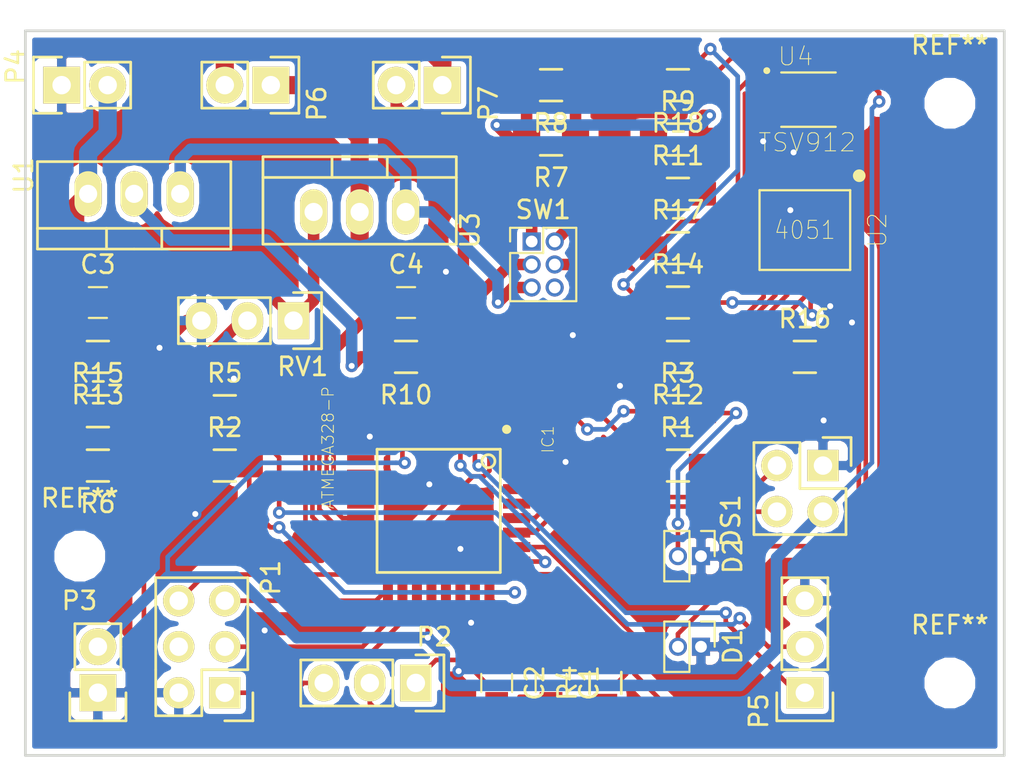
<source format=kicad_pcb>
(kicad_pcb (version 4) (host pcbnew 4.0.5)

  (general
    (links 83)
    (no_connects 17)
    (area 119.924999 29.924999 174.075001 70.075001)
    (thickness 1.6)
    (drawings 5)
    (tracks 472)
    (zones 0)
    (modules 42)
    (nets 40)
  )

  (page A4)
  (layers
    (0 F.Cu signal)
    (31 B.Cu signal hide)
    (32 B.Adhes user)
    (33 F.Adhes user)
    (34 B.Paste user)
    (35 F.Paste user)
    (36 B.SilkS user)
    (37 F.SilkS user)
    (38 B.Mask user)
    (39 F.Mask user)
    (40 Dwgs.User user)
    (41 Cmts.User user)
    (42 Eco1.User user)
    (43 Eco2.User user)
    (44 Edge.Cuts user)
    (45 Margin user)
    (46 B.CrtYd user)
    (47 F.CrtYd user)
    (48 B.Fab user)
    (49 F.Fab user)
  )

  (setup
    (last_trace_width 0.254)
    (user_trace_width 0.254)
    (user_trace_width 0.635)
    (user_trace_width 1)
    (trace_clearance 0.13)
    (zone_clearance 0.3)
    (zone_45_only no)
    (trace_min 0.13)
    (segment_width 0.2)
    (edge_width 0.15)
    (via_size 0.6858)
    (via_drill 0.3302)
    (via_min_size 0.4572)
    (via_min_drill 0.254)
    (user_via 0.4572 0.254)
    (user_via 0.6858 0.3302)
    (uvia_size 0.6858)
    (uvia_drill 0.3302)
    (uvias_allowed no)
    (uvia_min_size 0.4572)
    (uvia_min_drill 0.2032)
    (pcb_text_width 0.3)
    (pcb_text_size 1.5 1.5)
    (mod_edge_width 0.15)
    (mod_text_size 1 1)
    (mod_text_width 0.15)
    (pad_size 4.064 4.064)
    (pad_drill 3.048)
    (pad_to_mask_clearance 0.2)
    (aux_axis_origin 114.554 49.784)
    (visible_elements 7FFFFF9F)
    (pcbplotparams
      (layerselection 0x010f0_80000001)
      (usegerberextensions false)
      (excludeedgelayer true)
      (linewidth 0.100000)
      (plotframeref false)
      (viasonmask false)
      (mode 1)
      (useauxorigin false)
      (hpglpennumber 1)
      (hpglpenspeed 20)
      (hpglpendiameter 15)
      (hpglpenoverlay 2)
      (psnegative false)
      (psa4output false)
      (plotreference true)
      (plotvalue true)
      (plotinvisibletext false)
      (padsonsilk false)
      (subtractmaskfromsilk false)
      (outputformat 1)
      (mirror false)
      (drillshape 0)
      (scaleselection 1)
      (outputdirectory Gerber/))
  )

  (net 0 "")
  (net 1 "Net-(C1-Pad1)")
  (net 2 GND)
  (net 3 "Net-(C3-Pad1)")
  (net 4 5V)
  (net 5 "Net-(D1-Pad2)")
  (net 6 "Net-(D2-Pad2)")
  (net 7 "Net-(DS1-Pad3)")
  (net 8 "Net-(DS1-Pad4)")
  (net 9 "Net-(IC1-Pad17)")
  (net 10 "Net-(IC1-Pad18)")
  (net 11 "Net-(IC1-Pad19)")
  (net 12 RST)
  (net 13 "Net-(IC1-Pad23)")
  (net 14 "Net-(P2-Pad2)")
  (net 15 "Net-(P2-Pad3)")
  (net 16 "Net-(IC1-Pad2)")
  (net 17 "Net-(IC1-Pad3)")
  (net 18 "Net-(P6-Pad2)")
  (net 19 "Net-(IC1-Pad13)")
  (net 20 "Net-(IC1-Pad24)")
  (net 21 "Net-(IC1-Pad11)")
  (net 22 "Net-(IC1-Pad25)")
  (net 23 "Net-(R10-Pad1)")
  (net 24 "Net-(C4-Pad1)")
  (net 25 /BIT_A)
  (net 26 /BIT_B)
  (net 27 /BIT_C)
  (net 28 /ADC_IN)
  (net 29 /V_SENSE)
  (net 30 "Net-(R7-Pad1)")
  (net 31 "Net-(R10-Pad2)")
  (net 32 "Net-(R9-Pad1)")
  (net 33 "Net-(R11-Pad1)")
  (net 34 "Net-(R12-Pad1)")
  (net 35 "Net-(R13-Pad1)")
  (net 36 "Net-(R15-Pad2)")
  (net 37 "Net-(R16-Pad1)")
  (net 38 /CURR_SENSE)
  (net 39 "Net-(SW1-Pad5)")

  (net_class Default "This is the default net class."
    (clearance 0.13)
    (trace_width 0.254)
    (via_dia 0.6858)
    (via_drill 0.3302)
    (uvia_dia 0.6858)
    (uvia_drill 0.3302)
    (add_net /ADC_IN)
    (add_net /BIT_A)
    (add_net /BIT_B)
    (add_net /BIT_C)
    (add_net /CURR_SENSE)
    (add_net /V_SENSE)
    (add_net 5V)
    (add_net GND)
    (add_net "Net-(C1-Pad1)")
    (add_net "Net-(C3-Pad1)")
    (add_net "Net-(C4-Pad1)")
    (add_net "Net-(D1-Pad2)")
    (add_net "Net-(D2-Pad2)")
    (add_net "Net-(DS1-Pad3)")
    (add_net "Net-(DS1-Pad4)")
    (add_net "Net-(IC1-Pad11)")
    (add_net "Net-(IC1-Pad13)")
    (add_net "Net-(IC1-Pad17)")
    (add_net "Net-(IC1-Pad18)")
    (add_net "Net-(IC1-Pad19)")
    (add_net "Net-(IC1-Pad2)")
    (add_net "Net-(IC1-Pad23)")
    (add_net "Net-(IC1-Pad24)")
    (add_net "Net-(IC1-Pad25)")
    (add_net "Net-(IC1-Pad3)")
    (add_net "Net-(P2-Pad2)")
    (add_net "Net-(P2-Pad3)")
    (add_net "Net-(P6-Pad2)")
    (add_net "Net-(R10-Pad1)")
    (add_net "Net-(R10-Pad2)")
    (add_net "Net-(R11-Pad1)")
    (add_net "Net-(R12-Pad1)")
    (add_net "Net-(R13-Pad1)")
    (add_net "Net-(R15-Pad2)")
    (add_net "Net-(R16-Pad1)")
    (add_net "Net-(R7-Pad1)")
    (add_net "Net-(R9-Pad1)")
    (add_net "Net-(SW1-Pad5)")
    (add_net RST)
  )

  (module Pin_Headers:Pin_Header_Straight_1x03 (layer F.Cu) (tedit 58106B49) (tstamp 580F2322)
    (at 134.79 46 270)
    (descr "Through hole pin header")
    (tags "pin header")
    (path /580E978C)
    (fp_text reference RV1 (at 2.54 -0.508 360) (layer F.SilkS)
      (effects (font (size 1 1) (thickness 0.15)))
    )
    (fp_text value 10k (at -2.54 2.286 360) (layer F.Fab)
      (effects (font (size 1 1) (thickness 0.15)))
    )
    (fp_line (start -1.75 -1.75) (end -1.75 6.85) (layer F.CrtYd) (width 0.05))
    (fp_line (start 1.75 -1.75) (end 1.75 6.85) (layer F.CrtYd) (width 0.05))
    (fp_line (start -1.75 -1.75) (end 1.75 -1.75) (layer F.CrtYd) (width 0.05))
    (fp_line (start -1.75 6.85) (end 1.75 6.85) (layer F.CrtYd) (width 0.05))
    (fp_line (start -1.27 1.27) (end -1.27 6.35) (layer F.SilkS) (width 0.15))
    (fp_line (start -1.27 6.35) (end 1.27 6.35) (layer F.SilkS) (width 0.15))
    (fp_line (start 1.27 6.35) (end 1.27 1.27) (layer F.SilkS) (width 0.15))
    (fp_line (start 1.55 -1.55) (end 1.55 0) (layer F.SilkS) (width 0.15))
    (fp_line (start 1.27 1.27) (end -1.27 1.27) (layer F.SilkS) (width 0.15))
    (fp_line (start -1.55 0) (end -1.55 -1.55) (layer F.SilkS) (width 0.15))
    (fp_line (start -1.55 -1.55) (end 1.55 -1.55) (layer F.SilkS) (width 0.15))
    (pad 1 thru_hole rect (at 0 0 270) (size 2.032 1.7272) (drill 1.016) (layers *.Cu *.Mask F.SilkS)
      (net 35 "Net-(R13-Pad1)"))
    (pad 2 thru_hole oval (at 0 2.54 270) (size 2.032 1.7272) (drill 1.016) (layers *.Cu *.Mask F.SilkS)
      (net 36 "Net-(R15-Pad2)"))
    (pad 3 thru_hole oval (at 0 5.08 270) (size 2.032 1.7272) (drill 1.016) (layers *.Cu *.Mask F.SilkS)
      (net 2 GND))
    (model Pin_Headers.3dshapes/Pin_Header_Straight_1x03.wrl
      (at (xyz 0 -0.1 0))
      (scale (xyz 1 1 1))
      (rotate (xyz 0 0 90))
    )
  )

  (module Mounting_Holes:MountingHole_2.2mm_M2 (layer F.Cu) (tedit 56D1B4CB) (tstamp 589B9706)
    (at 171 34)
    (descr "Mounting Hole 2.2mm, no annular, M2")
    (tags "mounting hole 2.2mm no annular m2")
    (fp_text reference REF** (at 0 -3.2) (layer F.SilkS)
      (effects (font (size 1 1) (thickness 0.15)))
    )
    (fp_text value MountingHole_2.2mm_M2 (at 0 3.2) (layer F.Fab)
      (effects (font (size 1 1) (thickness 0.15)))
    )
    (fp_circle (center 0 0) (end 2.2 0) (layer Cmts.User) (width 0.15))
    (fp_circle (center 0 0) (end 2.45 0) (layer F.CrtYd) (width 0.05))
    (pad 1 np_thru_hole circle (at 0 0) (size 2.2 2.2) (drill 2.2) (layers *.Cu *.Mask))
  )

  (module Mounting_Holes:MountingHole_2.2mm_M2 (layer F.Cu) (tedit 56D1B4CB) (tstamp 589B9702)
    (at 171 66)
    (descr "Mounting Hole 2.2mm, no annular, M2")
    (tags "mounting hole 2.2mm no annular m2")
    (fp_text reference REF** (at 0 -3.2) (layer F.SilkS)
      (effects (font (size 1 1) (thickness 0.15)))
    )
    (fp_text value MountingHole_2.2mm_M2 (at 0 3.2) (layer F.Fab)
      (effects (font (size 1 1) (thickness 0.15)))
    )
    (fp_circle (center 0 0) (end 2.2 0) (layer Cmts.User) (width 0.15))
    (fp_circle (center 0 0) (end 2.45 0) (layer F.CrtYd) (width 0.05))
    (pad 1 np_thru_hole circle (at 0 0) (size 2.2 2.2) (drill 2.2) (layers *.Cu *.Mask))
  )

  (module Pin_Headers:Pin_Header_Straight_2x03 (layer F.Cu) (tedit 58106B74) (tstamp 580F22AD)
    (at 131 66.54 180)
    (descr "Through hole pin header")
    (tags "pin header")
    (path /580D5592)
    (fp_text reference P1 (at -2.54 6.35 270) (layer F.SilkS)
      (effects (font (size 1 1) (thickness 0.15)))
    )
    (fp_text value Programming (at 5.334 2.794 270) (layer F.Fab)
      (effects (font (size 1 1) (thickness 0.15)))
    )
    (fp_line (start -1.27 1.27) (end -1.27 6.35) (layer F.SilkS) (width 0.15))
    (fp_line (start -1.55 -1.55) (end 0 -1.55) (layer F.SilkS) (width 0.15))
    (fp_line (start -1.75 -1.75) (end -1.75 6.85) (layer F.CrtYd) (width 0.05))
    (fp_line (start 4.3 -1.75) (end 4.3 6.85) (layer F.CrtYd) (width 0.05))
    (fp_line (start -1.75 -1.75) (end 4.3 -1.75) (layer F.CrtYd) (width 0.05))
    (fp_line (start -1.75 6.85) (end 4.3 6.85) (layer F.CrtYd) (width 0.05))
    (fp_line (start 1.27 -1.27) (end 1.27 1.27) (layer F.SilkS) (width 0.15))
    (fp_line (start 1.27 1.27) (end -1.27 1.27) (layer F.SilkS) (width 0.15))
    (fp_line (start -1.27 6.35) (end 3.81 6.35) (layer F.SilkS) (width 0.15))
    (fp_line (start 3.81 6.35) (end 3.81 1.27) (layer F.SilkS) (width 0.15))
    (fp_line (start -1.55 -1.55) (end -1.55 0) (layer F.SilkS) (width 0.15))
    (fp_line (start 3.81 -1.27) (end 1.27 -1.27) (layer F.SilkS) (width 0.15))
    (fp_line (start 3.81 1.27) (end 3.81 -1.27) (layer F.SilkS) (width 0.15))
    (pad 1 thru_hole rect (at 0 0 180) (size 1.7272 1.7272) (drill 1.016) (layers *.Cu *.Mask F.SilkS)
      (net 11 "Net-(IC1-Pad19)"))
    (pad 2 thru_hole oval (at 2.54 0 180) (size 1.7272 1.7272) (drill 1.016) (layers *.Cu *.Mask F.SilkS)
      (net 2 GND))
    (pad 3 thru_hole oval (at 0 2.54 180) (size 1.7272 1.7272) (drill 1.016) (layers *.Cu *.Mask F.SilkS)
      (net 10 "Net-(IC1-Pad18)"))
    (pad 4 thru_hole oval (at 2.54 2.54 180) (size 1.7272 1.7272) (drill 1.016) (layers *.Cu *.Mask F.SilkS))
    (pad 5 thru_hole oval (at 0 5.08 180) (size 1.7272 1.7272) (drill 1.016) (layers *.Cu *.Mask F.SilkS)
      (net 9 "Net-(IC1-Pad17)"))
    (pad 6 thru_hole oval (at 2.54 5.08 180) (size 1.7272 1.7272) (drill 1.016) (layers *.Cu *.Mask F.SilkS)
      (net 12 RST))
    (model Pin_Headers.3dshapes/Pin_Header_Straight_2x03.wrl
      (at (xyz 0.05 -0.1 0))
      (scale (xyz 1 1 1))
      (rotate (xyz 0 0 90))
    )
  )

  (module Pin_Headers:Pin_Header_Straight_1x03 (layer F.Cu) (tedit 58106BB7) (tstamp 580F22B4)
    (at 141.54 66 270)
    (descr "Through hole pin header")
    (tags "pin header")
    (path /5810FBE1)
    (fp_text reference P2 (at -2.54 -1.016 360) (layer F.SilkS)
      (effects (font (size 1 1) (thickness 0.15)))
    )
    (fp_text value Fuses (at 2.794 2.286 360) (layer F.Fab)
      (effects (font (size 1 1) (thickness 0.15)))
    )
    (fp_line (start -1.75 -1.75) (end -1.75 6.85) (layer F.CrtYd) (width 0.05))
    (fp_line (start 1.75 -1.75) (end 1.75 6.85) (layer F.CrtYd) (width 0.05))
    (fp_line (start -1.75 -1.75) (end 1.75 -1.75) (layer F.CrtYd) (width 0.05))
    (fp_line (start -1.75 6.85) (end 1.75 6.85) (layer F.CrtYd) (width 0.05))
    (fp_line (start -1.27 1.27) (end -1.27 6.35) (layer F.SilkS) (width 0.15))
    (fp_line (start -1.27 6.35) (end 1.27 6.35) (layer F.SilkS) (width 0.15))
    (fp_line (start 1.27 6.35) (end 1.27 1.27) (layer F.SilkS) (width 0.15))
    (fp_line (start 1.55 -1.55) (end 1.55 0) (layer F.SilkS) (width 0.15))
    (fp_line (start 1.27 1.27) (end -1.27 1.27) (layer F.SilkS) (width 0.15))
    (fp_line (start -1.55 0) (end -1.55 -1.55) (layer F.SilkS) (width 0.15))
    (fp_line (start -1.55 -1.55) (end 1.55 -1.55) (layer F.SilkS) (width 0.15))
    (pad 1 thru_hole rect (at 0 0 270) (size 2.032 1.7272) (drill 1.016) (layers *.Cu *.Mask F.SilkS)
      (net 13 "Net-(IC1-Pad23)"))
    (pad 2 thru_hole oval (at 0 2.54 270) (size 2.032 1.7272) (drill 1.016) (layers *.Cu *.Mask F.SilkS)
      (net 14 "Net-(P2-Pad2)"))
    (pad 3 thru_hole oval (at 0 5.08 270) (size 2.032 1.7272) (drill 1.016) (layers *.Cu *.Mask F.SilkS)
      (net 15 "Net-(P2-Pad3)"))
    (model Pin_Headers.3dshapes/Pin_Header_Straight_1x03.wrl
      (at (xyz 0 -0.1 0))
      (scale (xyz 1 1 1))
      (rotate (xyz 0 0 90))
    )
  )

  (module Pin_Headers:Pin_Header_Straight_1x02 (layer F.Cu) (tedit 58106B5D) (tstamp 580F22BA)
    (at 124 66.54 180)
    (descr "Through hole pin header")
    (tags "pin header")
    (path /5810F526)
    (fp_text reference P3 (at 1.016 5.08 360) (layer F.SilkS)
      (effects (font (size 1 1) (thickness 0.15)))
    )
    (fp_text value 5V (at 0 -2.54 180) (layer F.Fab)
      (effects (font (size 1 1) (thickness 0.15)))
    )
    (fp_line (start 1.27 1.27) (end 1.27 3.81) (layer F.SilkS) (width 0.15))
    (fp_line (start 1.55 -1.55) (end 1.55 0) (layer F.SilkS) (width 0.15))
    (fp_line (start -1.75 -1.75) (end -1.75 4.3) (layer F.CrtYd) (width 0.05))
    (fp_line (start 1.75 -1.75) (end 1.75 4.3) (layer F.CrtYd) (width 0.05))
    (fp_line (start -1.75 -1.75) (end 1.75 -1.75) (layer F.CrtYd) (width 0.05))
    (fp_line (start -1.75 4.3) (end 1.75 4.3) (layer F.CrtYd) (width 0.05))
    (fp_line (start 1.27 1.27) (end -1.27 1.27) (layer F.SilkS) (width 0.15))
    (fp_line (start -1.55 0) (end -1.55 -1.55) (layer F.SilkS) (width 0.15))
    (fp_line (start -1.55 -1.55) (end 1.55 -1.55) (layer F.SilkS) (width 0.15))
    (fp_line (start -1.27 1.27) (end -1.27 3.81) (layer F.SilkS) (width 0.15))
    (fp_line (start -1.27 3.81) (end 1.27 3.81) (layer F.SilkS) (width 0.15))
    (pad 1 thru_hole rect (at 0 0 180) (size 2.032 2.032) (drill 1.016) (layers *.Cu *.Mask F.SilkS)
      (net 2 GND))
    (pad 2 thru_hole oval (at 0 2.54 180) (size 2.032 2.032) (drill 1.016) (layers *.Cu *.Mask F.SilkS)
      (net 4 5V))
    (model Pin_Headers.3dshapes/Pin_Header_Straight_1x02.wrl
      (at (xyz 0 -0.05 0))
      (scale (xyz 1 1 1))
      (rotate (xyz 0 0 90))
    )
  )

  (module Pin_Headers:Pin_Header_Straight_1x02 (layer F.Cu) (tedit 581069CF) (tstamp 580F22C0)
    (at 122 33 90)
    (descr "Through hole pin header")
    (tags "pin header")
    (path /5810AF70)
    (fp_text reference P4 (at 1.016 -2.54 90) (layer F.SilkS)
      (effects (font (size 1 1) (thickness 0.15)))
    )
    (fp_text value 12V (at 2.54 -0.508 180) (layer F.Fab)
      (effects (font (size 1 1) (thickness 0.15)))
    )
    (fp_line (start 1.27 1.27) (end 1.27 3.81) (layer F.SilkS) (width 0.15))
    (fp_line (start 1.55 -1.55) (end 1.55 0) (layer F.SilkS) (width 0.15))
    (fp_line (start -1.75 -1.75) (end -1.75 4.3) (layer F.CrtYd) (width 0.05))
    (fp_line (start 1.75 -1.75) (end 1.75 4.3) (layer F.CrtYd) (width 0.05))
    (fp_line (start -1.75 -1.75) (end 1.75 -1.75) (layer F.CrtYd) (width 0.05))
    (fp_line (start -1.75 4.3) (end 1.75 4.3) (layer F.CrtYd) (width 0.05))
    (fp_line (start 1.27 1.27) (end -1.27 1.27) (layer F.SilkS) (width 0.15))
    (fp_line (start -1.55 0) (end -1.55 -1.55) (layer F.SilkS) (width 0.15))
    (fp_line (start -1.55 -1.55) (end 1.55 -1.55) (layer F.SilkS) (width 0.15))
    (fp_line (start -1.27 1.27) (end -1.27 3.81) (layer F.SilkS) (width 0.15))
    (fp_line (start -1.27 3.81) (end 1.27 3.81) (layer F.SilkS) (width 0.15))
    (pad 1 thru_hole rect (at 0 0 90) (size 2.032 2.032) (drill 1.016) (layers *.Cu *.Mask F.SilkS)
      (net 2 GND))
    (pad 2 thru_hole oval (at 0 2.54 90) (size 2.032 2.032) (drill 1.016) (layers *.Cu *.Mask F.SilkS)
      (net 3 "Net-(C3-Pad1)"))
    (model Pin_Headers.3dshapes/Pin_Header_Straight_1x02.wrl
      (at (xyz 0 -0.05 0))
      (scale (xyz 1 1 1))
      (rotate (xyz 0 0 90))
    )
  )

  (module Pin_Headers:Pin_Header_Straight_1x03 (layer F.Cu) (tedit 58106A77) (tstamp 580F22C7)
    (at 163 66.54 180)
    (descr "Through hole pin header")
    (tags "pin header")
    (path /580DC715)
    (fp_text reference P5 (at 2.54 -1.016 270) (layer F.SilkS)
      (effects (font (size 1 1) (thickness 0.15)))
    )
    (fp_text value Debug (at -2.794 2.54 270) (layer F.Fab)
      (effects (font (size 1 1) (thickness 0.15)))
    )
    (fp_line (start -1.75 -1.75) (end -1.75 6.85) (layer F.CrtYd) (width 0.05))
    (fp_line (start 1.75 -1.75) (end 1.75 6.85) (layer F.CrtYd) (width 0.05))
    (fp_line (start -1.75 -1.75) (end 1.75 -1.75) (layer F.CrtYd) (width 0.05))
    (fp_line (start -1.75 6.85) (end 1.75 6.85) (layer F.CrtYd) (width 0.05))
    (fp_line (start -1.27 1.27) (end -1.27 6.35) (layer F.SilkS) (width 0.15))
    (fp_line (start -1.27 6.35) (end 1.27 6.35) (layer F.SilkS) (width 0.15))
    (fp_line (start 1.27 6.35) (end 1.27 1.27) (layer F.SilkS) (width 0.15))
    (fp_line (start 1.55 -1.55) (end 1.55 0) (layer F.SilkS) (width 0.15))
    (fp_line (start 1.27 1.27) (end -1.27 1.27) (layer F.SilkS) (width 0.15))
    (fp_line (start -1.55 0) (end -1.55 -1.55) (layer F.SilkS) (width 0.15))
    (fp_line (start -1.55 -1.55) (end 1.55 -1.55) (layer F.SilkS) (width 0.15))
    (pad 1 thru_hole rect (at 0 0 180) (size 2.032 1.7272) (drill 1.016) (layers *.Cu *.Mask F.SilkS)
      (net 16 "Net-(IC1-Pad2)"))
    (pad 2 thru_hole oval (at 0 2.54 180) (size 2.032 1.7272) (drill 1.016) (layers *.Cu *.Mask F.SilkS)
      (net 17 "Net-(IC1-Pad3)"))
    (pad 3 thru_hole oval (at 0 5.08 180) (size 2.032 1.7272) (drill 1.016) (layers *.Cu *.Mask F.SilkS)
      (net 2 GND))
    (model Pin_Headers.3dshapes/Pin_Header_Straight_1x03.wrl
      (at (xyz 0 -0.1 0))
      (scale (xyz 1 1 1))
      (rotate (xyz 0 0 90))
    )
  )

  (module Pin_Headers:Pin_Header_Straight_1x02 (layer F.Cu) (tedit 581069EB) (tstamp 580F22CD)
    (at 133.54 33 270)
    (descr "Through hole pin header")
    (tags "pin header")
    (path /5810C404)
    (fp_text reference P6 (at 1.016 -2.54 270) (layer F.SilkS)
      (effects (font (size 1 1) (thickness 0.15)))
    )
    (fp_text value Fuse (at -2.032 5.334 450) (layer F.Fab)
      (effects (font (size 1 1) (thickness 0.15)))
    )
    (fp_line (start 1.27 1.27) (end 1.27 3.81) (layer F.SilkS) (width 0.15))
    (fp_line (start 1.55 -1.55) (end 1.55 0) (layer F.SilkS) (width 0.15))
    (fp_line (start -1.75 -1.75) (end -1.75 4.3) (layer F.CrtYd) (width 0.05))
    (fp_line (start 1.75 -1.75) (end 1.75 4.3) (layer F.CrtYd) (width 0.05))
    (fp_line (start -1.75 -1.75) (end 1.75 -1.75) (layer F.CrtYd) (width 0.05))
    (fp_line (start -1.75 4.3) (end 1.75 4.3) (layer F.CrtYd) (width 0.05))
    (fp_line (start 1.27 1.27) (end -1.27 1.27) (layer F.SilkS) (width 0.15))
    (fp_line (start -1.55 0) (end -1.55 -1.55) (layer F.SilkS) (width 0.15))
    (fp_line (start -1.55 -1.55) (end 1.55 -1.55) (layer F.SilkS) (width 0.15))
    (fp_line (start -1.27 1.27) (end -1.27 3.81) (layer F.SilkS) (width 0.15))
    (fp_line (start -1.27 3.81) (end 1.27 3.81) (layer F.SilkS) (width 0.15))
    (pad 1 thru_hole rect (at 0 0 270) (size 2.032 2.032) (drill 1.016) (layers *.Cu *.Mask F.SilkS)
      (net 24 "Net-(C4-Pad1)"))
    (pad 2 thru_hole oval (at 0 2.54 270) (size 2.032 2.032) (drill 1.016) (layers *.Cu *.Mask F.SilkS)
      (net 18 "Net-(P6-Pad2)"))
    (model Pin_Headers.3dshapes/Pin_Header_Straight_1x02.wrl
      (at (xyz 0 -0.05 0))
      (scale (xyz 1 1 1))
      (rotate (xyz 0 0 90))
    )
  )

  (module Pin_Headers:Pin_Header_Straight_1x02 (layer F.Cu) (tedit 58106B07) (tstamp 580F22D3)
    (at 143 33 270)
    (descr "Through hole pin header")
    (tags "pin header")
    (path /580EAD1A)
    (fp_text reference P7 (at 1.016 -2.54 270) (layer F.SilkS)
      (effects (font (size 1 1) (thickness 0.15)))
    )
    (fp_text value Var_output (at 0 5.334 270) (layer F.Fab)
      (effects (font (size 1 1) (thickness 0.15)))
    )
    (fp_line (start 1.27 1.27) (end 1.27 3.81) (layer F.SilkS) (width 0.15))
    (fp_line (start 1.55 -1.55) (end 1.55 0) (layer F.SilkS) (width 0.15))
    (fp_line (start -1.75 -1.75) (end -1.75 4.3) (layer F.CrtYd) (width 0.05))
    (fp_line (start 1.75 -1.75) (end 1.75 4.3) (layer F.CrtYd) (width 0.05))
    (fp_line (start -1.75 -1.75) (end 1.75 -1.75) (layer F.CrtYd) (width 0.05))
    (fp_line (start -1.75 4.3) (end 1.75 4.3) (layer F.CrtYd) (width 0.05))
    (fp_line (start 1.27 1.27) (end -1.27 1.27) (layer F.SilkS) (width 0.15))
    (fp_line (start -1.55 0) (end -1.55 -1.55) (layer F.SilkS) (width 0.15))
    (fp_line (start -1.55 -1.55) (end 1.55 -1.55) (layer F.SilkS) (width 0.15))
    (fp_line (start -1.27 1.27) (end -1.27 3.81) (layer F.SilkS) (width 0.15))
    (fp_line (start -1.27 3.81) (end 1.27 3.81) (layer F.SilkS) (width 0.15))
    (pad 1 thru_hole rect (at 0 0 270) (size 2.032 2.032) (drill 1.016) (layers *.Cu *.Mask F.SilkS)
      (net 18 "Net-(P6-Pad2)"))
    (pad 2 thru_hole oval (at 0 2.54 270) (size 2.032 2.032) (drill 1.016) (layers *.Cu *.Mask F.SilkS)
      (net 29 /V_SENSE))
    (model Pin_Headers.3dshapes/Pin_Header_Straight_1x02.wrl
      (at (xyz 0 -0.05 0))
      (scale (xyz 1 1 1))
      (rotate (xyz 0 0 90))
    )
  )

  (module TO_SOT_Packages_THT:TO-220_Neutral123_Vertical (layer F.Cu) (tedit 581069FB) (tstamp 580F2330)
    (at 126 39 180)
    (descr "TO-220, Neutral, Vertical,")
    (tags "TO-220, Neutral, Vertical,")
    (path /580E8AD2)
    (fp_text reference U1 (at 6.096 1.016 450) (layer F.SilkS)
      (effects (font (size 1 1) (thickness 0.15)))
    )
    (fp_text value LM317 (at 0 2.54 180) (layer F.Fab)
      (effects (font (size 1 1) (thickness 0.15)))
    )
    (fp_line (start -1.524 -3.048) (end -1.524 -1.905) (layer F.SilkS) (width 0.15))
    (fp_line (start 1.524 -3.048) (end 1.524 -1.905) (layer F.SilkS) (width 0.15))
    (fp_line (start 5.334 -1.905) (end 5.334 1.778) (layer F.SilkS) (width 0.15))
    (fp_line (start 5.334 1.778) (end -5.334 1.778) (layer F.SilkS) (width 0.15))
    (fp_line (start -5.334 1.778) (end -5.334 -1.905) (layer F.SilkS) (width 0.15))
    (fp_line (start 5.334 -3.048) (end 5.334 -1.905) (layer F.SilkS) (width 0.15))
    (fp_line (start 5.334 -1.905) (end -5.334 -1.905) (layer F.SilkS) (width 0.15))
    (fp_line (start -5.334 -1.905) (end -5.334 -3.048) (layer F.SilkS) (width 0.15))
    (fp_line (start 0 -3.048) (end -5.334 -3.048) (layer F.SilkS) (width 0.15))
    (fp_line (start 0 -3.048) (end 5.334 -3.048) (layer F.SilkS) (width 0.15))
    (pad 2 thru_hole oval (at 0 0 270) (size 2.49936 1.50114) (drill 1.00076) (layers *.Cu *.Mask F.SilkS)
      (net 31 "Net-(R10-Pad2)"))
    (pad 1 thru_hole oval (at -2.54 0 270) (size 2.49936 1.50114) (drill 1.00076) (layers *.Cu *.Mask F.SilkS)
      (net 39 "Net-(SW1-Pad5)"))
    (pad 3 thru_hole oval (at 2.54 0 270) (size 2.49936 1.50114) (drill 1.00076) (layers *.Cu *.Mask F.SilkS)
      (net 3 "Net-(C3-Pad1)"))
    (model TO_SOT_Packages_THT.3dshapes/TO-220_Neutral123_Vertical.wrl
      (at (xyz 0 0 0))
      (scale (xyz 0.3937 0.3937 0.3937))
      (rotate (xyz 0 0 0))
    )
  )

  (module TO_SOT_Packages_THT:TO-220_Neutral123_Vertical (layer F.Cu) (tedit 58105B61) (tstamp 580F2343)
    (at 138.44 40)
    (descr "TO-220, Neutral, Vertical,")
    (tags "TO-220, Neutral, Vertical,")
    (path /580EA3E3)
    (fp_text reference U3 (at 6.096 1.016 90) (layer F.SilkS)
      (effects (font (size 1 1) (thickness 0.15)))
    )
    (fp_text value LM317 (at 0 2.54) (layer F.Fab)
      (effects (font (size 1 1) (thickness 0.15)))
    )
    (fp_line (start -1.524 -3.048) (end -1.524 -1.905) (layer F.SilkS) (width 0.15))
    (fp_line (start 1.524 -3.048) (end 1.524 -1.905) (layer F.SilkS) (width 0.15))
    (fp_line (start 5.334 -1.905) (end 5.334 1.778) (layer F.SilkS) (width 0.15))
    (fp_line (start 5.334 1.778) (end -5.334 1.778) (layer F.SilkS) (width 0.15))
    (fp_line (start -5.334 1.778) (end -5.334 -1.905) (layer F.SilkS) (width 0.15))
    (fp_line (start 5.334 -3.048) (end 5.334 -1.905) (layer F.SilkS) (width 0.15))
    (fp_line (start 5.334 -1.905) (end -5.334 -1.905) (layer F.SilkS) (width 0.15))
    (fp_line (start -5.334 -1.905) (end -5.334 -3.048) (layer F.SilkS) (width 0.15))
    (fp_line (start 0 -3.048) (end -5.334 -3.048) (layer F.SilkS) (width 0.15))
    (fp_line (start 0 -3.048) (end 5.334 -3.048) (layer F.SilkS) (width 0.15))
    (pad 2 thru_hole oval (at 0 0 90) (size 2.49936 1.50114) (drill 1.00076) (layers *.Cu *.Mask F.SilkS)
      (net 24 "Net-(C4-Pad1)"))
    (pad 1 thru_hole oval (at -2.54 0 90) (size 2.49936 1.50114) (drill 1.00076) (layers *.Cu *.Mask F.SilkS)
      (net 35 "Net-(R13-Pad1)"))
    (pad 3 thru_hole oval (at 2.54 0 90) (size 2.49936 1.50114) (drill 1.00076) (layers *.Cu *.Mask F.SilkS)
      (net 39 "Net-(SW1-Pad5)"))
    (model TO_SOT_Packages_THT.3dshapes/TO-220_Neutral123_Vertical.wrl
      (at (xyz 0 0 0))
      (scale (xyz 0.3937 0.3937 0.3937))
      (rotate (xyz 0 0 0))
    )
  )

  (module Pin_Headers:Pin_Header_Straight_2x02 (layer F.Cu) (tedit 58105AA3) (tstamp 580F23D9)
    (at 164 54 270)
    (descr "Through hole pin header")
    (tags "pin header")
    (path /580BD919)
    (fp_text reference DS1 (at 3.048 5.08 270) (layer F.SilkS)
      (effects (font (size 1 1) (thickness 0.15)))
    )
    (fp_text value LCD (at -0.508 -2.54 270) (layer F.Fab)
      (effects (font (size 1 1) (thickness 0.15)))
    )
    (fp_line (start -1.75 -1.75) (end -1.75 4.3) (layer F.CrtYd) (width 0.05))
    (fp_line (start 4.3 -1.75) (end 4.3 4.3) (layer F.CrtYd) (width 0.05))
    (fp_line (start -1.75 -1.75) (end 4.3 -1.75) (layer F.CrtYd) (width 0.05))
    (fp_line (start -1.75 4.3) (end 4.3 4.3) (layer F.CrtYd) (width 0.05))
    (fp_line (start -1.55 0) (end -1.55 -1.55) (layer F.SilkS) (width 0.15))
    (fp_line (start 0 -1.55) (end -1.55 -1.55) (layer F.SilkS) (width 0.15))
    (fp_line (start -1.27 1.27) (end 1.27 1.27) (layer F.SilkS) (width 0.15))
    (fp_line (start 1.27 1.27) (end 1.27 -1.27) (layer F.SilkS) (width 0.15))
    (fp_line (start 1.27 -1.27) (end 3.81 -1.27) (layer F.SilkS) (width 0.15))
    (fp_line (start 3.81 -1.27) (end 3.81 3.81) (layer F.SilkS) (width 0.15))
    (fp_line (start 3.81 3.81) (end -1.27 3.81) (layer F.SilkS) (width 0.15))
    (fp_line (start -1.27 3.81) (end -1.27 1.27) (layer F.SilkS) (width 0.15))
    (pad 1 thru_hole rect (at 0 0 270) (size 1.7272 1.7272) (drill 1.016) (layers *.Cu *.Mask F.SilkS)
      (net 2 GND))
    (pad 2 thru_hole oval (at 2.54 0 270) (size 1.7272 1.7272) (drill 1.016) (layers *.Cu *.Mask F.SilkS)
      (net 4 5V))
    (pad 3 thru_hole oval (at 0 2.54 270) (size 1.7272 1.7272) (drill 1.016) (layers *.Cu *.Mask F.SilkS)
      (net 7 "Net-(DS1-Pad3)"))
    (pad 4 thru_hole oval (at 2.54 2.54 270) (size 1.7272 1.7272) (drill 1.016) (layers *.Cu *.Mask F.SilkS)
      (net 8 "Net-(DS1-Pad4)"))
    (model Pin_Headers.3dshapes/Pin_Header_Straight_2x02.wrl
      (at (xyz 0.05 -0.05 0))
      (scale (xyz 1 1 1))
      (rotate (xyz 0 0 90))
    )
  )

  (module Capacitors_SMD:C_0805_HandSoldering (layer F.Cu) (tedit 541A9B8D) (tstamp 589B76EA)
    (at 149 66 270)
    (descr "Capacitor SMD 0805, hand soldering")
    (tags "capacitor 0805")
    (path /580DF0D7)
    (attr smd)
    (fp_text reference C1 (at 0 -2.1 270) (layer F.SilkS)
      (effects (font (size 1 1) (thickness 0.15)))
    )
    (fp_text value CP (at 0 2.1 270) (layer F.Fab)
      (effects (font (size 1 1) (thickness 0.15)))
    )
    (fp_line (start -1 0.625) (end -1 -0.625) (layer F.Fab) (width 0.1))
    (fp_line (start 1 0.625) (end -1 0.625) (layer F.Fab) (width 0.1))
    (fp_line (start 1 -0.625) (end 1 0.625) (layer F.Fab) (width 0.1))
    (fp_line (start -1 -0.625) (end 1 -0.625) (layer F.Fab) (width 0.1))
    (fp_line (start -2.3 -1) (end 2.3 -1) (layer F.CrtYd) (width 0.05))
    (fp_line (start -2.3 1) (end 2.3 1) (layer F.CrtYd) (width 0.05))
    (fp_line (start -2.3 -1) (end -2.3 1) (layer F.CrtYd) (width 0.05))
    (fp_line (start 2.3 -1) (end 2.3 1) (layer F.CrtYd) (width 0.05))
    (fp_line (start 0.5 -0.85) (end -0.5 -0.85) (layer F.SilkS) (width 0.12))
    (fp_line (start -0.5 0.85) (end 0.5 0.85) (layer F.SilkS) (width 0.12))
    (pad 1 smd rect (at -1.25 0 270) (size 1.5 1.25) (layers F.Cu F.Paste F.Mask)
      (net 1 "Net-(C1-Pad1)"))
    (pad 2 smd rect (at 1.25 0 270) (size 1.5 1.25) (layers F.Cu F.Paste F.Mask)
      (net 2 GND))
    (model Capacitors_SMD.3dshapes/C_0805_HandSoldering.wrl
      (at (xyz 0 0 0))
      (scale (xyz 1 1 1))
      (rotate (xyz 0 0 0))
    )
  )

  (module Capacitors_SMD:C_0805_HandSoldering (layer F.Cu) (tedit 541A9B8D) (tstamp 589B76EF)
    (at 146 66 270)
    (descr "Capacitor SMD 0805, hand soldering")
    (tags "capacitor 0805")
    (path /589D837D)
    (attr smd)
    (fp_text reference C2 (at 0 -2.1 270) (layer F.SilkS)
      (effects (font (size 1 1) (thickness 0.15)))
    )
    (fp_text value CP (at 0 2.1 270) (layer F.Fab)
      (effects (font (size 1 1) (thickness 0.15)))
    )
    (fp_line (start -1 0.625) (end -1 -0.625) (layer F.Fab) (width 0.1))
    (fp_line (start 1 0.625) (end -1 0.625) (layer F.Fab) (width 0.1))
    (fp_line (start 1 -0.625) (end 1 0.625) (layer F.Fab) (width 0.1))
    (fp_line (start -1 -0.625) (end 1 -0.625) (layer F.Fab) (width 0.1))
    (fp_line (start -2.3 -1) (end 2.3 -1) (layer F.CrtYd) (width 0.05))
    (fp_line (start -2.3 1) (end 2.3 1) (layer F.CrtYd) (width 0.05))
    (fp_line (start -2.3 -1) (end -2.3 1) (layer F.CrtYd) (width 0.05))
    (fp_line (start 2.3 -1) (end 2.3 1) (layer F.CrtYd) (width 0.05))
    (fp_line (start 0.5 -0.85) (end -0.5 -0.85) (layer F.SilkS) (width 0.12))
    (fp_line (start -0.5 0.85) (end 0.5 0.85) (layer F.SilkS) (width 0.12))
    (pad 1 smd rect (at -1.25 0 270) (size 1.5 1.25) (layers F.Cu F.Paste F.Mask)
      (net 4 5V))
    (pad 2 smd rect (at 1.25 0 270) (size 1.5 1.25) (layers F.Cu F.Paste F.Mask)
      (net 2 GND))
    (model Capacitors_SMD.3dshapes/C_0805_HandSoldering.wrl
      (at (xyz 0 0 0))
      (scale (xyz 1 1 1))
      (rotate (xyz 0 0 0))
    )
  )

  (module Capacitors_SMD:C_0805_HandSoldering (layer F.Cu) (tedit 541A9B8D) (tstamp 589B76F4)
    (at 124 45)
    (descr "Capacitor SMD 0805, hand soldering")
    (tags "capacitor 0805")
    (path /589B16B3)
    (attr smd)
    (fp_text reference C3 (at 0 -2.1) (layer F.SilkS)
      (effects (font (size 1 1) (thickness 0.15)))
    )
    (fp_text value C (at 0 2.1) (layer F.Fab)
      (effects (font (size 1 1) (thickness 0.15)))
    )
    (fp_line (start -1 0.625) (end -1 -0.625) (layer F.Fab) (width 0.1))
    (fp_line (start 1 0.625) (end -1 0.625) (layer F.Fab) (width 0.1))
    (fp_line (start 1 -0.625) (end 1 0.625) (layer F.Fab) (width 0.1))
    (fp_line (start -1 -0.625) (end 1 -0.625) (layer F.Fab) (width 0.1))
    (fp_line (start -2.3 -1) (end 2.3 -1) (layer F.CrtYd) (width 0.05))
    (fp_line (start -2.3 1) (end 2.3 1) (layer F.CrtYd) (width 0.05))
    (fp_line (start -2.3 -1) (end -2.3 1) (layer F.CrtYd) (width 0.05))
    (fp_line (start 2.3 -1) (end 2.3 1) (layer F.CrtYd) (width 0.05))
    (fp_line (start 0.5 -0.85) (end -0.5 -0.85) (layer F.SilkS) (width 0.12))
    (fp_line (start -0.5 0.85) (end 0.5 0.85) (layer F.SilkS) (width 0.12))
    (pad 1 smd rect (at -1.25 0) (size 1.5 1.25) (layers F.Cu F.Paste F.Mask)
      (net 3 "Net-(C3-Pad1)"))
    (pad 2 smd rect (at 1.25 0) (size 1.5 1.25) (layers F.Cu F.Paste F.Mask)
      (net 2 GND))
    (model Capacitors_SMD.3dshapes/C_0805_HandSoldering.wrl
      (at (xyz 0 0 0))
      (scale (xyz 1 1 1))
      (rotate (xyz 0 0 0))
    )
  )

  (module Capacitors_SMD:C_0805_HandSoldering (layer F.Cu) (tedit 541A9B8D) (tstamp 589B76F9)
    (at 141 45)
    (descr "Capacitor SMD 0805, hand soldering")
    (tags "capacitor 0805")
    (path /589B7809)
    (attr smd)
    (fp_text reference C4 (at 0 -2.1) (layer F.SilkS)
      (effects (font (size 1 1) (thickness 0.15)))
    )
    (fp_text value CP (at 0 2.1) (layer F.Fab)
      (effects (font (size 1 1) (thickness 0.15)))
    )
    (fp_line (start -1 0.625) (end -1 -0.625) (layer F.Fab) (width 0.1))
    (fp_line (start 1 0.625) (end -1 0.625) (layer F.Fab) (width 0.1))
    (fp_line (start 1 -0.625) (end 1 0.625) (layer F.Fab) (width 0.1))
    (fp_line (start -1 -0.625) (end 1 -0.625) (layer F.Fab) (width 0.1))
    (fp_line (start -2.3 -1) (end 2.3 -1) (layer F.CrtYd) (width 0.05))
    (fp_line (start -2.3 1) (end 2.3 1) (layer F.CrtYd) (width 0.05))
    (fp_line (start -2.3 -1) (end -2.3 1) (layer F.CrtYd) (width 0.05))
    (fp_line (start 2.3 -1) (end 2.3 1) (layer F.CrtYd) (width 0.05))
    (fp_line (start 0.5 -0.85) (end -0.5 -0.85) (layer F.SilkS) (width 0.12))
    (fp_line (start -0.5 0.85) (end 0.5 0.85) (layer F.SilkS) (width 0.12))
    (pad 1 smd rect (at -1.25 0) (size 1.5 1.25) (layers F.Cu F.Paste F.Mask)
      (net 24 "Net-(C4-Pad1)"))
    (pad 2 smd rect (at 1.25 0) (size 1.5 1.25) (layers F.Cu F.Paste F.Mask)
      (net 2 GND))
    (model Capacitors_SMD.3dshapes/C_0805_HandSoldering.wrl
      (at (xyz 0 0 0))
      (scale (xyz 1 1 1))
      (rotate (xyz 0 0 0))
    )
  )

  (module Pin_Headers:Pin_Header_Straight_1x02_Pitch1.27mm (layer F.Cu) (tedit 5862ED59) (tstamp 589B76FE)
    (at 157.27 64 270)
    (descr "Through hole straight pin header, 1x02, 1.27mm pitch, single row")
    (tags "Through hole pin header THT 1x02 1.27mm single row")
    (path /580BFC1E)
    (fp_text reference D1 (at 0 -1.755 270) (layer F.SilkS)
      (effects (font (size 1 1) (thickness 0.15)))
    )
    (fp_text value "Active LED" (at 0 3.025 270) (layer F.Fab)
      (effects (font (size 1 1) (thickness 0.15)))
    )
    (fp_line (start -1.27 -0.635) (end -1.27 1.905) (layer F.Fab) (width 0.1))
    (fp_line (start -1.27 1.905) (end 1.27 1.905) (layer F.Fab) (width 0.1))
    (fp_line (start 1.27 1.905) (end 1.27 -0.635) (layer F.Fab) (width 0.1))
    (fp_line (start 1.27 -0.635) (end -1.27 -0.635) (layer F.Fab) (width 0.1))
    (fp_line (start -1.39 0.635) (end -1.39 2.025) (layer F.SilkS) (width 0.12))
    (fp_line (start -1.39 2.025) (end 1.39 2.025) (layer F.SilkS) (width 0.12))
    (fp_line (start 1.39 2.025) (end 1.39 0.635) (layer F.SilkS) (width 0.12))
    (fp_line (start 1.39 0.635) (end -1.39 0.635) (layer F.SilkS) (width 0.12))
    (fp_line (start -1.39 0) (end -1.39 -0.755) (layer F.SilkS) (width 0.12))
    (fp_line (start -1.39 -0.755) (end 0 -0.755) (layer F.SilkS) (width 0.12))
    (fp_line (start -1.6 -0.9) (end -1.6 2.2) (layer F.CrtYd) (width 0.05))
    (fp_line (start -1.6 2.2) (end 1.6 2.2) (layer F.CrtYd) (width 0.05))
    (fp_line (start 1.6 2.2) (end 1.6 -0.9) (layer F.CrtYd) (width 0.05))
    (fp_line (start 1.6 -0.9) (end -1.6 -0.9) (layer F.CrtYd) (width 0.05))
    (pad 1 thru_hole rect (at 0 0 270) (size 1 1) (drill 0.65) (layers *.Cu *.Mask)
      (net 2 GND))
    (pad 2 thru_hole oval (at 0 1.27 270) (size 1 1) (drill 0.65) (layers *.Cu *.Mask)
      (net 5 "Net-(D1-Pad2)"))
    (model Pin_Headers.3dshapes/Pin_Header_Straight_1x02_Pitch1.27mm.wrl
      (at (xyz 0 0 0))
      (scale (xyz 1 1 1))
      (rotate (xyz 0 0 0))
    )
  )

  (module Pin_Headers:Pin_Header_Straight_1x02_Pitch1.27mm (layer F.Cu) (tedit 5862ED59) (tstamp 589B7711)
    (at 157.27 59 270)
    (descr "Through hole straight pin header, 1x02, 1.27mm pitch, single row")
    (tags "Through hole pin header THT 1x02 1.27mm single row")
    (path /580C0377)
    (fp_text reference D2 (at 0 -1.755 270) (layer F.SilkS)
      (effects (font (size 1 1) (thickness 0.15)))
    )
    (fp_text value "Standby LED" (at 0 3.025 270) (layer F.Fab)
      (effects (font (size 1 1) (thickness 0.15)))
    )
    (fp_line (start -1.27 -0.635) (end -1.27 1.905) (layer F.Fab) (width 0.1))
    (fp_line (start -1.27 1.905) (end 1.27 1.905) (layer F.Fab) (width 0.1))
    (fp_line (start 1.27 1.905) (end 1.27 -0.635) (layer F.Fab) (width 0.1))
    (fp_line (start 1.27 -0.635) (end -1.27 -0.635) (layer F.Fab) (width 0.1))
    (fp_line (start -1.39 0.635) (end -1.39 2.025) (layer F.SilkS) (width 0.12))
    (fp_line (start -1.39 2.025) (end 1.39 2.025) (layer F.SilkS) (width 0.12))
    (fp_line (start 1.39 2.025) (end 1.39 0.635) (layer F.SilkS) (width 0.12))
    (fp_line (start 1.39 0.635) (end -1.39 0.635) (layer F.SilkS) (width 0.12))
    (fp_line (start -1.39 0) (end -1.39 -0.755) (layer F.SilkS) (width 0.12))
    (fp_line (start -1.39 -0.755) (end 0 -0.755) (layer F.SilkS) (width 0.12))
    (fp_line (start -1.6 -0.9) (end -1.6 2.2) (layer F.CrtYd) (width 0.05))
    (fp_line (start -1.6 2.2) (end 1.6 2.2) (layer F.CrtYd) (width 0.05))
    (fp_line (start 1.6 2.2) (end 1.6 -0.9) (layer F.CrtYd) (width 0.05))
    (fp_line (start 1.6 -0.9) (end -1.6 -0.9) (layer F.CrtYd) (width 0.05))
    (pad 1 thru_hole rect (at 0 0 270) (size 1 1) (drill 0.65) (layers *.Cu *.Mask)
      (net 2 GND))
    (pad 2 thru_hole oval (at 0 1.27 270) (size 1 1) (drill 0.65) (layers *.Cu *.Mask)
      (net 6 "Net-(D2-Pad2)"))
    (model Pin_Headers.3dshapes/Pin_Header_Straight_1x02_Pitch1.27mm.wrl
      (at (xyz 0 0 0))
      (scale (xyz 1 1 1))
      (rotate (xyz 0 0 0))
    )
  )

  (module QFP80P900X900X120-32N:QFP80P900X900X120-32N (layer F.Cu) (tedit 0) (tstamp 589B7724)
    (at 142.8 56.5 270)
    (path /580B81B9)
    (solder_mask_margin 0.1)
    (attr smd)
    (fp_text reference IC1 (at -3.943 -6.0264 270) (layer F.SilkS)
      (effects (font (size 0.64 0.64) (thickness 0.05)))
    )
    (fp_text value ATMEGA328-P (at -3.4906 6.1036 270) (layer F.SilkS)
      (effects (font (size 0.64 0.64) (thickness 0.05)))
    )
    (fp_line (start 3.4 -3.4) (end 3.4 3.4) (layer F.SilkS) (width 0.1524))
    (fp_line (start 3.4 3.4) (end -3.4 3.4) (layer F.SilkS) (width 0.1524))
    (fp_line (start -3.4 3.4) (end -3.4 -3.4) (layer F.SilkS) (width 0.1524))
    (fp_line (start -3.4 -3.4) (end 3.4 -3.4) (layer F.SilkS) (width 0.1524))
    (fp_circle (center -2.7432 -2.7432) (end -2.384 -2.7432) (layer F.SilkS) (width 0.1524))
    (fp_poly (pts (xy -4.4966 -3.0286) (xy -3.506 -3.0286) (xy -3.506 -2.5714) (xy -4.4966 -2.5714)) (layer Dwgs.User) (width 0.381))
    (fp_poly (pts (xy -4.4966 -2.2286) (xy -3.506 -2.2286) (xy -3.506 -1.7714) (xy -4.4966 -1.7714)) (layer Dwgs.User) (width 0.381))
    (fp_poly (pts (xy -4.4966 -1.4286) (xy -3.506 -1.4286) (xy -3.506 -0.9714) (xy -4.4966 -0.9714)) (layer Dwgs.User) (width 0.381))
    (fp_poly (pts (xy -4.4966 -0.6286) (xy -3.506 -0.6286) (xy -3.506 -0.1714) (xy -4.4966 -0.1714)) (layer Dwgs.User) (width 0.381))
    (fp_poly (pts (xy -4.4966 0.1714) (xy -3.506 0.1714) (xy -3.506 0.6286) (xy -4.4966 0.6286)) (layer Dwgs.User) (width 0.381))
    (fp_poly (pts (xy -4.4966 0.9714) (xy -3.506 0.9714) (xy -3.506 1.4286) (xy -4.4966 1.4286)) (layer Dwgs.User) (width 0.381))
    (fp_poly (pts (xy -4.4966 1.7714) (xy -3.506 1.7714) (xy -3.506 2.2286) (xy -4.4966 2.2286)) (layer Dwgs.User) (width 0.381))
    (fp_poly (pts (xy -4.4966 2.5714) (xy -3.506 2.5714) (xy -3.506 3.0286) (xy -4.4966 3.0286)) (layer Dwgs.User) (width 0.381))
    (fp_poly (pts (xy -3.0286 3.506) (xy -2.5714 3.506) (xy -2.5714 4.4966) (xy -3.0286 4.4966)) (layer Dwgs.User) (width 0.381))
    (fp_poly (pts (xy -2.2286 3.506) (xy -1.7714 3.506) (xy -1.7714 4.4966) (xy -2.2286 4.4966)) (layer Dwgs.User) (width 0.381))
    (fp_poly (pts (xy -1.4286 3.506) (xy -0.9714 3.506) (xy -0.9714 4.4966) (xy -1.4286 4.4966)) (layer Dwgs.User) (width 0.381))
    (fp_poly (pts (xy -0.6286 3.506) (xy -0.1714 3.506) (xy -0.1714 4.4966) (xy -0.6286 4.4966)) (layer Dwgs.User) (width 0.381))
    (fp_poly (pts (xy 0.1714 3.506) (xy 0.6286 3.506) (xy 0.6286 4.4966) (xy 0.1714 4.4966)) (layer Dwgs.User) (width 0.381))
    (fp_poly (pts (xy 0.9714 3.506) (xy 1.4286 3.506) (xy 1.4286 4.4966) (xy 0.9714 4.4966)) (layer Dwgs.User) (width 0.381))
    (fp_poly (pts (xy 1.7714 3.506) (xy 2.2286 3.506) (xy 2.2286 4.4966) (xy 1.7714 4.4966)) (layer Dwgs.User) (width 0.381))
    (fp_poly (pts (xy 2.5714 3.506) (xy 3.0286 3.506) (xy 3.0286 4.4966) (xy 2.5714 4.4966)) (layer Dwgs.User) (width 0.381))
    (fp_poly (pts (xy 3.506 2.5714) (xy 4.4966 2.5714) (xy 4.4966 3.0286) (xy 3.506 3.0286)) (layer Dwgs.User) (width 0.381))
    (fp_poly (pts (xy 3.506 1.7714) (xy 4.4966 1.7714) (xy 4.4966 2.2286) (xy 3.506 2.2286)) (layer Dwgs.User) (width 0.381))
    (fp_poly (pts (xy 3.506 0.9714) (xy 4.4966 0.9714) (xy 4.4966 1.4286) (xy 3.506 1.4286)) (layer Dwgs.User) (width 0.381))
    (fp_poly (pts (xy 3.506 0.1714) (xy 4.4966 0.1714) (xy 4.4966 0.6286) (xy 3.506 0.6286)) (layer Dwgs.User) (width 0.381))
    (fp_poly (pts (xy 3.506 -0.6286) (xy 4.4966 -0.6286) (xy 4.4966 -0.1714) (xy 3.506 -0.1714)) (layer Dwgs.User) (width 0.381))
    (fp_poly (pts (xy 3.506 -1.4286) (xy 4.4966 -1.4286) (xy 4.4966 -0.9714) (xy 3.506 -0.9714)) (layer Dwgs.User) (width 0.381))
    (fp_poly (pts (xy 3.506 -2.2286) (xy 4.4966 -2.2286) (xy 4.4966 -1.7714) (xy 3.506 -1.7714)) (layer Dwgs.User) (width 0.381))
    (fp_poly (pts (xy 3.506 -3.0286) (xy 4.4966 -3.0286) (xy 4.4966 -2.5714) (xy 3.506 -2.5714)) (layer Dwgs.User) (width 0.381))
    (fp_poly (pts (xy 2.5714 -4.4966) (xy 3.0286 -4.4966) (xy 3.0286 -3.506) (xy 2.5714 -3.506)) (layer Dwgs.User) (width 0.381))
    (fp_poly (pts (xy 1.7714 -4.4966) (xy 2.2286 -4.4966) (xy 2.2286 -3.506) (xy 1.7714 -3.506)) (layer Dwgs.User) (width 0.381))
    (fp_poly (pts (xy 0.9714 -4.4966) (xy 1.4286 -4.4966) (xy 1.4286 -3.506) (xy 0.9714 -3.506)) (layer Dwgs.User) (width 0.381))
    (fp_poly (pts (xy 0.1714 -4.4966) (xy 0.6286 -4.4966) (xy 0.6286 -3.506) (xy 0.1714 -3.506)) (layer Dwgs.User) (width 0.381))
    (fp_poly (pts (xy -0.6286 -4.4966) (xy -0.1714 -4.4966) (xy -0.1714 -3.506) (xy -0.6286 -3.506)) (layer Dwgs.User) (width 0.381))
    (fp_poly (pts (xy -1.4286 -4.4966) (xy -0.9714 -4.4966) (xy -0.9714 -3.506) (xy -1.4286 -3.506)) (layer Dwgs.User) (width 0.381))
    (fp_poly (pts (xy -2.2286 -4.4966) (xy -1.7714 -4.4966) (xy -1.7714 -3.506) (xy -2.2286 -3.506)) (layer Dwgs.User) (width 0.381))
    (fp_poly (pts (xy -3.0286 -4.4966) (xy -2.5714 -4.4966) (xy -2.5714 -3.506) (xy -3.0286 -3.506)) (layer Dwgs.User) (width 0.381))
    (fp_line (start -5.5 5.5) (end 5.5 5.5) (layer Dwgs.User) (width 0.05))
    (fp_line (start 5.5 5.5) (end 5.5 -5.5) (layer Dwgs.User) (width 0.05))
    (fp_line (start 5.5 -5.5) (end -5.5 -5.5) (layer Dwgs.User) (width 0.05))
    (fp_line (start -5.5 -5.5) (end -5.5 5.5) (layer Dwgs.User) (width 0.05))
    (fp_circle (center -4.5 -3.75) (end -4.246 -3.75) (layer F.SilkS) (width 0))
    (pad 1 smd rect (at -4.3 -2.8 270) (size 1.5 0.55) (layers F.Cu F.Paste F.Mask)
      (net 12 RST) (solder_mask_margin 0.2))
    (pad 2 smd rect (at -4.3 -2 270) (size 1.5 0.55) (layers F.Cu F.Paste F.Mask)
      (net 16 "Net-(IC1-Pad2)") (solder_mask_margin 0.2))
    (pad 3 smd rect (at -4.3 -1.2 270) (size 1.5 0.55) (layers F.Cu F.Paste F.Mask)
      (net 17 "Net-(IC1-Pad3)") (solder_mask_margin 0.2))
    (pad 4 smd rect (at -4.3 -0.4 270) (size 1.5 0.55) (layers F.Cu F.Paste F.Mask)
      (solder_mask_margin 0.2))
    (pad 5 smd rect (at -4.3 0.4 270) (size 1.5 0.55) (layers F.Cu F.Paste F.Mask)
      (solder_mask_margin 0.2))
    (pad 6 smd rect (at -4.3 1.2 270) (size 1.5 0.55) (layers F.Cu F.Paste F.Mask)
      (solder_mask_margin 0.2))
    (pad 7 smd rect (at -4.3 2 270) (size 1.5 0.55) (layers F.Cu F.Paste F.Mask)
      (net 4 5V) (solder_mask_margin 0.2))
    (pad 8 smd rect (at -4.3 2.8 270) (size 1.5 0.55) (layers F.Cu F.Paste F.Mask)
      (net 2 GND) (solder_mask_margin 0.2))
    (pad 9 smd rect (at -2.8 4.3 270) (size 0.55 1.5) (layers F.Cu F.Paste F.Mask)
      (solder_mask_margin 0.2))
    (pad 10 smd rect (at -2 4.3 270) (size 0.55 1.5) (layers F.Cu F.Paste F.Mask)
      (solder_mask_margin 0.2))
    (pad 11 smd rect (at -1.2 4.3 270) (size 0.55 1.5) (layers F.Cu F.Paste F.Mask)
      (net 21 "Net-(IC1-Pad11)") (solder_mask_margin 0.2))
    (pad 12 smd rect (at -0.4 4.3 270) (size 0.55 1.5) (layers F.Cu F.Paste F.Mask)
      (solder_mask_margin 0.2))
    (pad 13 smd rect (at 0.4 4.3 270) (size 0.55 1.5) (layers F.Cu F.Paste F.Mask)
      (net 19 "Net-(IC1-Pad13)") (solder_mask_margin 0.2))
    (pad 14 smd rect (at 1.2 4.3 270) (size 0.55 1.5) (layers F.Cu F.Paste F.Mask)
      (net 25 /BIT_A) (solder_mask_margin 0.2))
    (pad 15 smd rect (at 2 4.3 270) (size 0.55 1.5) (layers F.Cu F.Paste F.Mask)
      (net 26 /BIT_B) (solder_mask_margin 0.2))
    (pad 16 smd rect (at 2.8 4.3 270) (size 0.55 1.5) (layers F.Cu F.Paste F.Mask)
      (net 27 /BIT_C) (solder_mask_margin 0.2))
    (pad 17 smd rect (at 4.3 2.8 270) (size 1.5 0.55) (layers F.Cu F.Paste F.Mask)
      (net 9 "Net-(IC1-Pad17)") (solder_mask_margin 0.2))
    (pad 18 smd rect (at 4.3 2 270) (size 1.5 0.55) (layers F.Cu F.Paste F.Mask)
      (net 10 "Net-(IC1-Pad18)") (solder_mask_margin 0.2))
    (pad 19 smd rect (at 4.3 1.2 270) (size 1.5 0.55) (layers F.Cu F.Paste F.Mask)
      (net 11 "Net-(IC1-Pad19)") (solder_mask_margin 0.2))
    (pad 20 smd rect (at 4.3 0.4 270) (size 1.5 0.55) (layers F.Cu F.Paste F.Mask)
      (net 4 5V) (solder_mask_margin 0.2))
    (pad 21 smd rect (at 4.3 -0.4 270) (size 1.5 0.55) (layers F.Cu F.Paste F.Mask)
      (net 1 "Net-(C1-Pad1)") (solder_mask_margin 0.2))
    (pad 22 smd rect (at 4.3 -1.2 270) (size 1.5 0.55) (layers F.Cu F.Paste F.Mask)
      (net 2 GND) (solder_mask_margin 0.2))
    (pad 23 smd rect (at 4.3 -2 270) (size 1.5 0.55) (layers F.Cu F.Paste F.Mask)
      (net 13 "Net-(IC1-Pad23)") (solder_mask_margin 0.2))
    (pad 24 smd rect (at 4.3 -2.8 270) (size 1.5 0.55) (layers F.Cu F.Paste F.Mask)
      (net 20 "Net-(IC1-Pad24)") (solder_mask_margin 0.2))
    (pad 25 smd rect (at 2.8 -4.3 270) (size 0.55 1.5) (layers F.Cu F.Paste F.Mask)
      (net 22 "Net-(IC1-Pad25)") (solder_mask_margin 0.2))
    (pad 26 smd rect (at 2 -4.3 270) (size 0.55 1.5) (layers F.Cu F.Paste F.Mask)
      (net 28 /ADC_IN) (solder_mask_margin 0.2))
    (pad 27 smd rect (at 1.2 -4.3 270) (size 0.55 1.5) (layers F.Cu F.Paste F.Mask)
      (net 8 "Net-(DS1-Pad4)") (solder_mask_margin 0.2))
    (pad 28 smd rect (at 0.4 -4.3 270) (size 0.55 1.5) (layers F.Cu F.Paste F.Mask)
      (net 7 "Net-(DS1-Pad3)") (solder_mask_margin 0.2))
    (pad 29 smd rect (at -0.4 -4.3 270) (size 0.55 1.5) (layers F.Cu F.Paste F.Mask)
      (solder_mask_margin 0.2))
    (pad 30 smd rect (at -1.2 -4.3 270) (size 0.55 1.5) (layers F.Cu F.Paste F.Mask)
      (solder_mask_margin 0.2))
    (pad 31 smd rect (at -2 -4.3 270) (size 0.55 1.5) (layers F.Cu F.Paste F.Mask)
      (solder_mask_margin 0.2))
    (pad 32 smd rect (at -2.8 -4.3 270) (size 0.55 1.5) (layers F.Cu F.Paste F.Mask)
      (solder_mask_margin 0.2))
  )

  (module Resistors_SMD:R_0805_HandSoldering (layer F.Cu) (tedit 58307B90) (tstamp 589B7771)
    (at 156 54)
    (descr "Resistor SMD 0805, hand soldering")
    (tags "resistor 0805")
    (path /580C04FB)
    (attr smd)
    (fp_text reference R1 (at 0 -2.1) (layer F.SilkS)
      (effects (font (size 1 1) (thickness 0.15)))
    )
    (fp_text value R (at 0 2.1) (layer F.Fab)
      (effects (font (size 1 1) (thickness 0.15)))
    )
    (fp_line (start -1 0.625) (end -1 -0.625) (layer F.Fab) (width 0.1))
    (fp_line (start 1 0.625) (end -1 0.625) (layer F.Fab) (width 0.1))
    (fp_line (start 1 -0.625) (end 1 0.625) (layer F.Fab) (width 0.1))
    (fp_line (start -1 -0.625) (end 1 -0.625) (layer F.Fab) (width 0.1))
    (fp_line (start -2.4 -1) (end 2.4 -1) (layer F.CrtYd) (width 0.05))
    (fp_line (start -2.4 1) (end 2.4 1) (layer F.CrtYd) (width 0.05))
    (fp_line (start -2.4 -1) (end -2.4 1) (layer F.CrtYd) (width 0.05))
    (fp_line (start 2.4 -1) (end 2.4 1) (layer F.CrtYd) (width 0.05))
    (fp_line (start 0.6 0.875) (end -0.6 0.875) (layer F.SilkS) (width 0.15))
    (fp_line (start -0.6 -0.875) (end 0.6 -0.875) (layer F.SilkS) (width 0.15))
    (pad 1 smd rect (at -1.35 0) (size 1.5 1.3) (layers F.Cu F.Paste F.Mask)
      (net 19 "Net-(IC1-Pad13)"))
    (pad 2 smd rect (at 1.35 0) (size 1.5 1.3) (layers F.Cu F.Paste F.Mask)
      (net 5 "Net-(D1-Pad2)"))
    (model Resistors_SMD.3dshapes/R_0805_HandSoldering.wrl
      (at (xyz 0 0 0))
      (scale (xyz 1 1 1))
      (rotate (xyz 0 0 0))
    )
  )

  (module Resistors_SMD:R_0805_HandSoldering (layer F.Cu) (tedit 58307B90) (tstamp 589B7776)
    (at 131 54)
    (descr "Resistor SMD 0805, hand soldering")
    (tags "resistor 0805")
    (path /580B9032)
    (attr smd)
    (fp_text reference R2 (at 0 -2.1) (layer F.SilkS)
      (effects (font (size 1 1) (thickness 0.15)))
    )
    (fp_text value R (at 0 2.1) (layer F.Fab)
      (effects (font (size 1 1) (thickness 0.15)))
    )
    (fp_line (start -1 0.625) (end -1 -0.625) (layer F.Fab) (width 0.1))
    (fp_line (start 1 0.625) (end -1 0.625) (layer F.Fab) (width 0.1))
    (fp_line (start 1 -0.625) (end 1 0.625) (layer F.Fab) (width 0.1))
    (fp_line (start -1 -0.625) (end 1 -0.625) (layer F.Fab) (width 0.1))
    (fp_line (start -2.4 -1) (end 2.4 -1) (layer F.CrtYd) (width 0.05))
    (fp_line (start -2.4 1) (end 2.4 1) (layer F.CrtYd) (width 0.05))
    (fp_line (start -2.4 -1) (end -2.4 1) (layer F.CrtYd) (width 0.05))
    (fp_line (start 2.4 -1) (end 2.4 1) (layer F.CrtYd) (width 0.05))
    (fp_line (start 0.6 0.875) (end -0.6 0.875) (layer F.SilkS) (width 0.15))
    (fp_line (start -0.6 -0.875) (end 0.6 -0.875) (layer F.SilkS) (width 0.15))
    (pad 1 smd rect (at -1.35 0) (size 1.5 1.3) (layers F.Cu F.Paste F.Mask)
      (net 2 GND))
    (pad 2 smd rect (at 1.35 0) (size 1.5 1.3) (layers F.Cu F.Paste F.Mask)
      (net 20 "Net-(IC1-Pad24)"))
    (model Resistors_SMD.3dshapes/R_0805_HandSoldering.wrl
      (at (xyz 0 0 0))
      (scale (xyz 1 1 1))
      (rotate (xyz 0 0 0))
    )
  )

  (module Resistors_SMD:R_0805_HandSoldering (layer F.Cu) (tedit 58307B90) (tstamp 589B777B)
    (at 156 51)
    (descr "Resistor SMD 0805, hand soldering")
    (tags "resistor 0805")
    (path /580C0813)
    (attr smd)
    (fp_text reference R3 (at 0 -2.1) (layer F.SilkS)
      (effects (font (size 1 1) (thickness 0.15)))
    )
    (fp_text value R (at 0 2.1) (layer F.Fab)
      (effects (font (size 1 1) (thickness 0.15)))
    )
    (fp_line (start -1 0.625) (end -1 -0.625) (layer F.Fab) (width 0.1))
    (fp_line (start 1 0.625) (end -1 0.625) (layer F.Fab) (width 0.1))
    (fp_line (start 1 -0.625) (end 1 0.625) (layer F.Fab) (width 0.1))
    (fp_line (start -1 -0.625) (end 1 -0.625) (layer F.Fab) (width 0.1))
    (fp_line (start -2.4 -1) (end 2.4 -1) (layer F.CrtYd) (width 0.05))
    (fp_line (start -2.4 1) (end 2.4 1) (layer F.CrtYd) (width 0.05))
    (fp_line (start -2.4 -1) (end -2.4 1) (layer F.CrtYd) (width 0.05))
    (fp_line (start 2.4 -1) (end 2.4 1) (layer F.CrtYd) (width 0.05))
    (fp_line (start 0.6 0.875) (end -0.6 0.875) (layer F.SilkS) (width 0.15))
    (fp_line (start -0.6 -0.875) (end 0.6 -0.875) (layer F.SilkS) (width 0.15))
    (pad 1 smd rect (at -1.35 0) (size 1.5 1.3) (layers F.Cu F.Paste F.Mask)
      (net 21 "Net-(IC1-Pad11)"))
    (pad 2 smd rect (at 1.35 0) (size 1.5 1.3) (layers F.Cu F.Paste F.Mask)
      (net 6 "Net-(D2-Pad2)"))
    (model Resistors_SMD.3dshapes/R_0805_HandSoldering.wrl
      (at (xyz 0 0 0))
      (scale (xyz 1 1 1))
      (rotate (xyz 0 0 0))
    )
  )

  (module Resistors_SMD:R_0805_HandSoldering (layer F.Cu) (tedit 58307B90) (tstamp 589B7780)
    (at 152 66 90)
    (descr "Resistor SMD 0805, hand soldering")
    (tags "resistor 0805")
    (path /580B8EBA)
    (attr smd)
    (fp_text reference R4 (at 0 -2.1 90) (layer F.SilkS)
      (effects (font (size 1 1) (thickness 0.15)))
    )
    (fp_text value R (at 0 2.1 90) (layer F.Fab)
      (effects (font (size 1 1) (thickness 0.15)))
    )
    (fp_line (start -1 0.625) (end -1 -0.625) (layer F.Fab) (width 0.1))
    (fp_line (start 1 0.625) (end -1 0.625) (layer F.Fab) (width 0.1))
    (fp_line (start 1 -0.625) (end 1 0.625) (layer F.Fab) (width 0.1))
    (fp_line (start -1 -0.625) (end 1 -0.625) (layer F.Fab) (width 0.1))
    (fp_line (start -2.4 -1) (end 2.4 -1) (layer F.CrtYd) (width 0.05))
    (fp_line (start -2.4 1) (end 2.4 1) (layer F.CrtYd) (width 0.05))
    (fp_line (start -2.4 -1) (end -2.4 1) (layer F.CrtYd) (width 0.05))
    (fp_line (start 2.4 -1) (end 2.4 1) (layer F.CrtYd) (width 0.05))
    (fp_line (start 0.6 0.875) (end -0.6 0.875) (layer F.SilkS) (width 0.15))
    (fp_line (start -0.6 -0.875) (end 0.6 -0.875) (layer F.SilkS) (width 0.15))
    (pad 1 smd rect (at -1.35 0 90) (size 1.5 1.3) (layers F.Cu F.Paste F.Mask)
      (net 14 "Net-(P2-Pad2)"))
    (pad 2 smd rect (at 1.35 0 90) (size 1.5 1.3) (layers F.Cu F.Paste F.Mask)
      (net 20 "Net-(IC1-Pad24)"))
    (model Resistors_SMD.3dshapes/R_0805_HandSoldering.wrl
      (at (xyz 0 0 0))
      (scale (xyz 1 1 1))
      (rotate (xyz 0 0 0))
    )
  )

  (module Resistors_SMD:R_0805_HandSoldering (layer F.Cu) (tedit 58307B90) (tstamp 589B7785)
    (at 131 51)
    (descr "Resistor SMD 0805, hand soldering")
    (tags "resistor 0805")
    (path /580B9E08)
    (attr smd)
    (fp_text reference R5 (at 0 -2.1) (layer F.SilkS)
      (effects (font (size 1 1) (thickness 0.15)))
    )
    (fp_text value R (at 0 2.1) (layer F.Fab)
      (effects (font (size 1 1) (thickness 0.15)))
    )
    (fp_line (start -1 0.625) (end -1 -0.625) (layer F.Fab) (width 0.1))
    (fp_line (start 1 0.625) (end -1 0.625) (layer F.Fab) (width 0.1))
    (fp_line (start 1 -0.625) (end 1 0.625) (layer F.Fab) (width 0.1))
    (fp_line (start -1 -0.625) (end 1 -0.625) (layer F.Fab) (width 0.1))
    (fp_line (start -2.4 -1) (end 2.4 -1) (layer F.CrtYd) (width 0.05))
    (fp_line (start -2.4 1) (end 2.4 1) (layer F.CrtYd) (width 0.05))
    (fp_line (start -2.4 -1) (end -2.4 1) (layer F.CrtYd) (width 0.05))
    (fp_line (start 2.4 -1) (end 2.4 1) (layer F.CrtYd) (width 0.05))
    (fp_line (start 0.6 0.875) (end -0.6 0.875) (layer F.SilkS) (width 0.15))
    (fp_line (start -0.6 -0.875) (end 0.6 -0.875) (layer F.SilkS) (width 0.15))
    (pad 1 smd rect (at -1.35 0) (size 1.5 1.3) (layers F.Cu F.Paste F.Mask)
      (net 2 GND))
    (pad 2 smd rect (at 1.35 0) (size 1.5 1.3) (layers F.Cu F.Paste F.Mask)
      (net 22 "Net-(IC1-Pad25)"))
    (model Resistors_SMD.3dshapes/R_0805_HandSoldering.wrl
      (at (xyz 0 0 0))
      (scale (xyz 1 1 1))
      (rotate (xyz 0 0 0))
    )
  )

  (module Resistors_SMD:R_0805_HandSoldering (layer F.Cu) (tedit 58307B90) (tstamp 589B778A)
    (at 124 54 180)
    (descr "Resistor SMD 0805, hand soldering")
    (tags "resistor 0805")
    (path /580B9E02)
    (attr smd)
    (fp_text reference R6 (at 0 -2.1 180) (layer F.SilkS)
      (effects (font (size 1 1) (thickness 0.15)))
    )
    (fp_text value R (at 0 2.1 180) (layer F.Fab)
      (effects (font (size 1 1) (thickness 0.15)))
    )
    (fp_line (start -1 0.625) (end -1 -0.625) (layer F.Fab) (width 0.1))
    (fp_line (start 1 0.625) (end -1 0.625) (layer F.Fab) (width 0.1))
    (fp_line (start 1 -0.625) (end 1 0.625) (layer F.Fab) (width 0.1))
    (fp_line (start -1 -0.625) (end 1 -0.625) (layer F.Fab) (width 0.1))
    (fp_line (start -2.4 -1) (end 2.4 -1) (layer F.CrtYd) (width 0.05))
    (fp_line (start -2.4 1) (end 2.4 1) (layer F.CrtYd) (width 0.05))
    (fp_line (start -2.4 -1) (end -2.4 1) (layer F.CrtYd) (width 0.05))
    (fp_line (start 2.4 -1) (end 2.4 1) (layer F.CrtYd) (width 0.05))
    (fp_line (start 0.6 0.875) (end -0.6 0.875) (layer F.SilkS) (width 0.15))
    (fp_line (start -0.6 -0.875) (end 0.6 -0.875) (layer F.SilkS) (width 0.15))
    (pad 1 smd rect (at -1.35 0 180) (size 1.5 1.3) (layers F.Cu F.Paste F.Mask)
      (net 22 "Net-(IC1-Pad25)"))
    (pad 2 smd rect (at 1.35 0 180) (size 1.5 1.3) (layers F.Cu F.Paste F.Mask)
      (net 15 "Net-(P2-Pad3)"))
    (model Resistors_SMD.3dshapes/R_0805_HandSoldering.wrl
      (at (xyz 0 0 0))
      (scale (xyz 1 1 1))
      (rotate (xyz 0 0 0))
    )
  )

  (module Resistors_SMD:R_0805_HandSoldering (layer F.Cu) (tedit 58307B90) (tstamp 589B778F)
    (at 149 36 180)
    (descr "Resistor SMD 0805, hand soldering")
    (tags "resistor 0805")
    (path /589A853D)
    (attr smd)
    (fp_text reference R7 (at 0 -2.1 180) (layer F.SilkS)
      (effects (font (size 1 1) (thickness 0.15)))
    )
    (fp_text value R (at 0 2.1 180) (layer F.Fab)
      (effects (font (size 1 1) (thickness 0.15)))
    )
    (fp_line (start -1 0.625) (end -1 -0.625) (layer F.Fab) (width 0.1))
    (fp_line (start 1 0.625) (end -1 0.625) (layer F.Fab) (width 0.1))
    (fp_line (start 1 -0.625) (end 1 0.625) (layer F.Fab) (width 0.1))
    (fp_line (start -1 -0.625) (end 1 -0.625) (layer F.Fab) (width 0.1))
    (fp_line (start -2.4 -1) (end 2.4 -1) (layer F.CrtYd) (width 0.05))
    (fp_line (start -2.4 1) (end 2.4 1) (layer F.CrtYd) (width 0.05))
    (fp_line (start -2.4 -1) (end -2.4 1) (layer F.CrtYd) (width 0.05))
    (fp_line (start 2.4 -1) (end 2.4 1) (layer F.CrtYd) (width 0.05))
    (fp_line (start 0.6 0.875) (end -0.6 0.875) (layer F.SilkS) (width 0.15))
    (fp_line (start -0.6 -0.875) (end 0.6 -0.875) (layer F.SilkS) (width 0.15))
    (pad 1 smd rect (at -1.35 0 180) (size 1.5 1.3) (layers F.Cu F.Paste F.Mask)
      (net 30 "Net-(R7-Pad1)"))
    (pad 2 smd rect (at 1.35 0 180) (size 1.5 1.3) (layers F.Cu F.Paste F.Mask)
      (net 31 "Net-(R10-Pad2)"))
    (model Resistors_SMD.3dshapes/R_0805_HandSoldering.wrl
      (at (xyz 0 0 0))
      (scale (xyz 1 1 1))
      (rotate (xyz 0 0 0))
    )
  )

  (module Resistors_SMD:R_0805_HandSoldering (layer F.Cu) (tedit 58307B90) (tstamp 589B7794)
    (at 149 33 180)
    (descr "Resistor SMD 0805, hand soldering")
    (tags "resistor 0805")
    (path /589A866F)
    (attr smd)
    (fp_text reference R8 (at 0 -2.1 180) (layer F.SilkS)
      (effects (font (size 1 1) (thickness 0.15)))
    )
    (fp_text value R (at 0 2.1 180) (layer F.Fab)
      (effects (font (size 1 1) (thickness 0.15)))
    )
    (fp_line (start -1 0.625) (end -1 -0.625) (layer F.Fab) (width 0.1))
    (fp_line (start 1 0.625) (end -1 0.625) (layer F.Fab) (width 0.1))
    (fp_line (start 1 -0.625) (end 1 0.625) (layer F.Fab) (width 0.1))
    (fp_line (start -1 -0.625) (end 1 -0.625) (layer F.Fab) (width 0.1))
    (fp_line (start -2.4 -1) (end 2.4 -1) (layer F.CrtYd) (width 0.05))
    (fp_line (start -2.4 1) (end 2.4 1) (layer F.CrtYd) (width 0.05))
    (fp_line (start -2.4 -1) (end -2.4 1) (layer F.CrtYd) (width 0.05))
    (fp_line (start 2.4 -1) (end 2.4 1) (layer F.CrtYd) (width 0.05))
    (fp_line (start 0.6 0.875) (end -0.6 0.875) (layer F.SilkS) (width 0.15))
    (fp_line (start -0.6 -0.875) (end 0.6 -0.875) (layer F.SilkS) (width 0.15))
    (pad 1 smd rect (at -1.35 0 180) (size 1.5 1.3) (layers F.Cu F.Paste F.Mask)
      (net 30 "Net-(R7-Pad1)"))
    (pad 2 smd rect (at 1.35 0 180) (size 1.5 1.3) (layers F.Cu F.Paste F.Mask)
      (net 31 "Net-(R10-Pad2)"))
    (model Resistors_SMD.3dshapes/R_0805_HandSoldering.wrl
      (at (xyz 0 0 0))
      (scale (xyz 1 1 1))
      (rotate (xyz 0 0 0))
    )
  )

  (module Resistors_SMD:R_0805_HandSoldering (layer F.Cu) (tedit 58307B90) (tstamp 589B7799)
    (at 156 36)
    (descr "Resistor SMD 0805, hand soldering")
    (tags "resistor 0805")
    (path /589A86EF)
    (attr smd)
    (fp_text reference R9 (at 0 -2.1) (layer F.SilkS)
      (effects (font (size 1 1) (thickness 0.15)))
    )
    (fp_text value R (at 0 2.1) (layer F.Fab)
      (effects (font (size 1 1) (thickness 0.15)))
    )
    (fp_line (start -1 0.625) (end -1 -0.625) (layer F.Fab) (width 0.1))
    (fp_line (start 1 0.625) (end -1 0.625) (layer F.Fab) (width 0.1))
    (fp_line (start 1 -0.625) (end 1 0.625) (layer F.Fab) (width 0.1))
    (fp_line (start -1 -0.625) (end 1 -0.625) (layer F.Fab) (width 0.1))
    (fp_line (start -2.4 -1) (end 2.4 -1) (layer F.CrtYd) (width 0.05))
    (fp_line (start -2.4 1) (end 2.4 1) (layer F.CrtYd) (width 0.05))
    (fp_line (start -2.4 -1) (end -2.4 1) (layer F.CrtYd) (width 0.05))
    (fp_line (start 2.4 -1) (end 2.4 1) (layer F.CrtYd) (width 0.05))
    (fp_line (start 0.6 0.875) (end -0.6 0.875) (layer F.SilkS) (width 0.15))
    (fp_line (start -0.6 -0.875) (end 0.6 -0.875) (layer F.SilkS) (width 0.15))
    (pad 1 smd rect (at -1.35 0) (size 1.5 1.3) (layers F.Cu F.Paste F.Mask)
      (net 32 "Net-(R9-Pad1)"))
    (pad 2 smd rect (at 1.35 0) (size 1.5 1.3) (layers F.Cu F.Paste F.Mask)
      (net 31 "Net-(R10-Pad2)"))
    (model Resistors_SMD.3dshapes/R_0805_HandSoldering.wrl
      (at (xyz 0 0 0))
      (scale (xyz 1 1 1))
      (rotate (xyz 0 0 0))
    )
  )

  (module Resistors_SMD:R_0805_HandSoldering (layer F.Cu) (tedit 58307B90) (tstamp 589B779E)
    (at 141 48 180)
    (descr "Resistor SMD 0805, hand soldering")
    (tags "resistor 0805")
    (path /589A8784)
    (attr smd)
    (fp_text reference R10 (at 0 -2.1 180) (layer F.SilkS)
      (effects (font (size 1 1) (thickness 0.15)))
    )
    (fp_text value R (at 0 2.1 180) (layer F.Fab)
      (effects (font (size 1 1) (thickness 0.15)))
    )
    (fp_line (start -1 0.625) (end -1 -0.625) (layer F.Fab) (width 0.1))
    (fp_line (start 1 0.625) (end -1 0.625) (layer F.Fab) (width 0.1))
    (fp_line (start 1 -0.625) (end 1 0.625) (layer F.Fab) (width 0.1))
    (fp_line (start -1 -0.625) (end 1 -0.625) (layer F.Fab) (width 0.1))
    (fp_line (start -2.4 -1) (end 2.4 -1) (layer F.CrtYd) (width 0.05))
    (fp_line (start -2.4 1) (end 2.4 1) (layer F.CrtYd) (width 0.05))
    (fp_line (start -2.4 -1) (end -2.4 1) (layer F.CrtYd) (width 0.05))
    (fp_line (start 2.4 -1) (end 2.4 1) (layer F.CrtYd) (width 0.05))
    (fp_line (start 0.6 0.875) (end -0.6 0.875) (layer F.SilkS) (width 0.15))
    (fp_line (start -0.6 -0.875) (end 0.6 -0.875) (layer F.SilkS) (width 0.15))
    (pad 1 smd rect (at -1.35 0 180) (size 1.5 1.3) (layers F.Cu F.Paste F.Mask)
      (net 23 "Net-(R10-Pad1)"))
    (pad 2 smd rect (at 1.35 0 180) (size 1.5 1.3) (layers F.Cu F.Paste F.Mask)
      (net 31 "Net-(R10-Pad2)"))
    (model Resistors_SMD.3dshapes/R_0805_HandSoldering.wrl
      (at (xyz 0 0 0))
      (scale (xyz 1 1 1))
      (rotate (xyz 0 0 0))
    )
  )

  (module Resistors_SMD:R_0805_HandSoldering (layer F.Cu) (tedit 58307B90) (tstamp 589B77A3)
    (at 156 39)
    (descr "Resistor SMD 0805, hand soldering")
    (tags "resistor 0805")
    (path /589A8808)
    (attr smd)
    (fp_text reference R11 (at 0 -2.1) (layer F.SilkS)
      (effects (font (size 1 1) (thickness 0.15)))
    )
    (fp_text value R (at 0 2.1) (layer F.Fab)
      (effects (font (size 1 1) (thickness 0.15)))
    )
    (fp_line (start -1 0.625) (end -1 -0.625) (layer F.Fab) (width 0.1))
    (fp_line (start 1 0.625) (end -1 0.625) (layer F.Fab) (width 0.1))
    (fp_line (start 1 -0.625) (end 1 0.625) (layer F.Fab) (width 0.1))
    (fp_line (start -1 -0.625) (end 1 -0.625) (layer F.Fab) (width 0.1))
    (fp_line (start -2.4 -1) (end 2.4 -1) (layer F.CrtYd) (width 0.05))
    (fp_line (start -2.4 1) (end 2.4 1) (layer F.CrtYd) (width 0.05))
    (fp_line (start -2.4 -1) (end -2.4 1) (layer F.CrtYd) (width 0.05))
    (fp_line (start 2.4 -1) (end 2.4 1) (layer F.CrtYd) (width 0.05))
    (fp_line (start 0.6 0.875) (end -0.6 0.875) (layer F.SilkS) (width 0.15))
    (fp_line (start -0.6 -0.875) (end 0.6 -0.875) (layer F.SilkS) (width 0.15))
    (pad 1 smd rect (at -1.35 0) (size 1.5 1.3) (layers F.Cu F.Paste F.Mask)
      (net 33 "Net-(R11-Pad1)"))
    (pad 2 smd rect (at 1.35 0) (size 1.5 1.3) (layers F.Cu F.Paste F.Mask)
      (net 31 "Net-(R10-Pad2)"))
    (model Resistors_SMD.3dshapes/R_0805_HandSoldering.wrl
      (at (xyz 0 0 0))
      (scale (xyz 1 1 1))
      (rotate (xyz 0 0 0))
    )
  )

  (module Resistors_SMD:R_0805_HandSoldering (layer F.Cu) (tedit 58307B90) (tstamp 589B77A8)
    (at 156 48 180)
    (descr "Resistor SMD 0805, hand soldering")
    (tags "resistor 0805")
    (path /589C2FBD)
    (attr smd)
    (fp_text reference R12 (at 0 -2.1 180) (layer F.SilkS)
      (effects (font (size 1 1) (thickness 0.15)))
    )
    (fp_text value R (at 0 2.1 180) (layer F.Fab)
      (effects (font (size 1 1) (thickness 0.15)))
    )
    (fp_line (start -1 0.625) (end -1 -0.625) (layer F.Fab) (width 0.1))
    (fp_line (start 1 0.625) (end -1 0.625) (layer F.Fab) (width 0.1))
    (fp_line (start 1 -0.625) (end 1 0.625) (layer F.Fab) (width 0.1))
    (fp_line (start -1 -0.625) (end 1 -0.625) (layer F.Fab) (width 0.1))
    (fp_line (start -2.4 -1) (end 2.4 -1) (layer F.CrtYd) (width 0.05))
    (fp_line (start -2.4 1) (end 2.4 1) (layer F.CrtYd) (width 0.05))
    (fp_line (start -2.4 -1) (end -2.4 1) (layer F.CrtYd) (width 0.05))
    (fp_line (start 2.4 -1) (end 2.4 1) (layer F.CrtYd) (width 0.05))
    (fp_line (start 0.6 0.875) (end -0.6 0.875) (layer F.SilkS) (width 0.15))
    (fp_line (start -0.6 -0.875) (end 0.6 -0.875) (layer F.SilkS) (width 0.15))
    (pad 1 smd rect (at -1.35 0 180) (size 1.5 1.3) (layers F.Cu F.Paste F.Mask)
      (net 34 "Net-(R12-Pad1)"))
    (pad 2 smd rect (at 1.35 0 180) (size 1.5 1.3) (layers F.Cu F.Paste F.Mask)
      (net 2 GND))
    (model Resistors_SMD.3dshapes/R_0805_HandSoldering.wrl
      (at (xyz 0 0 0))
      (scale (xyz 1 1 1))
      (rotate (xyz 0 0 0))
    )
  )

  (module Resistors_SMD:R_0805_HandSoldering (layer F.Cu) (tedit 58307B90) (tstamp 589B77B2)
    (at 124 48 180)
    (descr "Resistor SMD 0805, hand soldering")
    (tags "resistor 0805")
    (path /589B3503)
    (attr smd)
    (fp_text reference R13 (at 0 -2.1 180) (layer F.SilkS)
      (effects (font (size 1 1) (thickness 0.15)))
    )
    (fp_text value 100k (at 0 2.1 180) (layer F.Fab)
      (effects (font (size 1 1) (thickness 0.15)))
    )
    (fp_line (start -1 0.625) (end -1 -0.625) (layer F.Fab) (width 0.1))
    (fp_line (start 1 0.625) (end -1 0.625) (layer F.Fab) (width 0.1))
    (fp_line (start 1 -0.625) (end 1 0.625) (layer F.Fab) (width 0.1))
    (fp_line (start -1 -0.625) (end 1 -0.625) (layer F.Fab) (width 0.1))
    (fp_line (start -2.4 -1) (end 2.4 -1) (layer F.CrtYd) (width 0.05))
    (fp_line (start -2.4 1) (end 2.4 1) (layer F.CrtYd) (width 0.05))
    (fp_line (start -2.4 -1) (end -2.4 1) (layer F.CrtYd) (width 0.05))
    (fp_line (start 2.4 -1) (end 2.4 1) (layer F.CrtYd) (width 0.05))
    (fp_line (start 0.6 0.875) (end -0.6 0.875) (layer F.SilkS) (width 0.15))
    (fp_line (start -0.6 -0.875) (end 0.6 -0.875) (layer F.SilkS) (width 0.15))
    (pad 1 smd rect (at -1.35 0 180) (size 1.5 1.3) (layers F.Cu F.Paste F.Mask)
      (net 35 "Net-(R13-Pad1)"))
    (pad 2 smd rect (at 1.35 0 180) (size 1.5 1.3) (layers F.Cu F.Paste F.Mask)
      (net 2 GND))
    (model Resistors_SMD.3dshapes/R_0805_HandSoldering.wrl
      (at (xyz 0 0 0))
      (scale (xyz 1 1 1))
      (rotate (xyz 0 0 0))
    )
  )

  (module Resistors_SMD:R_0805_HandSoldering (layer F.Cu) (tedit 58307B90) (tstamp 589B77B8)
    (at 156 45)
    (descr "Resistor SMD 0805, hand soldering")
    (tags "resistor 0805")
    (path /589C25A3)
    (attr smd)
    (fp_text reference R14 (at 0 -2.1) (layer F.SilkS)
      (effects (font (size 1 1) (thickness 0.15)))
    )
    (fp_text value R (at 0 2.1) (layer F.Fab)
      (effects (font (size 1 1) (thickness 0.15)))
    )
    (fp_line (start -1 0.625) (end -1 -0.625) (layer F.Fab) (width 0.1))
    (fp_line (start 1 0.625) (end -1 0.625) (layer F.Fab) (width 0.1))
    (fp_line (start 1 -0.625) (end 1 0.625) (layer F.Fab) (width 0.1))
    (fp_line (start -1 -0.625) (end 1 -0.625) (layer F.Fab) (width 0.1))
    (fp_line (start -2.4 -1) (end 2.4 -1) (layer F.CrtYd) (width 0.05))
    (fp_line (start -2.4 1) (end 2.4 1) (layer F.CrtYd) (width 0.05))
    (fp_line (start -2.4 -1) (end -2.4 1) (layer F.CrtYd) (width 0.05))
    (fp_line (start 2.4 -1) (end 2.4 1) (layer F.CrtYd) (width 0.05))
    (fp_line (start 0.6 0.875) (end -0.6 0.875) (layer F.SilkS) (width 0.15))
    (fp_line (start -0.6 -0.875) (end 0.6 -0.875) (layer F.SilkS) (width 0.15))
    (pad 1 smd rect (at -1.35 0) (size 1.5 1.3) (layers F.Cu F.Paste F.Mask)
      (net 29 /V_SENSE))
    (pad 2 smd rect (at 1.35 0) (size 1.5 1.3) (layers F.Cu F.Paste F.Mask)
      (net 34 "Net-(R12-Pad1)"))
    (model Resistors_SMD.3dshapes/R_0805_HandSoldering.wrl
      (at (xyz 0 0 0))
      (scale (xyz 1 1 1))
      (rotate (xyz 0 0 0))
    )
  )

  (module Resistors_SMD:R_0805_HandSoldering (layer F.Cu) (tedit 58307B90) (tstamp 589B77BE)
    (at 124 51)
    (descr "Resistor SMD 0805, hand soldering")
    (tags "resistor 0805")
    (path /589B28A2)
    (attr smd)
    (fp_text reference R15 (at 0 -2.1) (layer F.SilkS)
      (effects (font (size 1 1) (thickness 0.15)))
    )
    (fp_text value 1k (at 0 2.1) (layer F.Fab)
      (effects (font (size 1 1) (thickness 0.15)))
    )
    (fp_line (start -1 0.625) (end -1 -0.625) (layer F.Fab) (width 0.1))
    (fp_line (start 1 0.625) (end -1 0.625) (layer F.Fab) (width 0.1))
    (fp_line (start 1 -0.625) (end 1 0.625) (layer F.Fab) (width 0.1))
    (fp_line (start -1 -0.625) (end 1 -0.625) (layer F.Fab) (width 0.1))
    (fp_line (start -2.4 -1) (end 2.4 -1) (layer F.CrtYd) (width 0.05))
    (fp_line (start -2.4 1) (end 2.4 1) (layer F.CrtYd) (width 0.05))
    (fp_line (start -2.4 -1) (end -2.4 1) (layer F.CrtYd) (width 0.05))
    (fp_line (start 2.4 -1) (end 2.4 1) (layer F.CrtYd) (width 0.05))
    (fp_line (start 0.6 0.875) (end -0.6 0.875) (layer F.SilkS) (width 0.15))
    (fp_line (start -0.6 -0.875) (end 0.6 -0.875) (layer F.SilkS) (width 0.15))
    (pad 1 smd rect (at -1.35 0) (size 1.5 1.3) (layers F.Cu F.Paste F.Mask)
      (net 24 "Net-(C4-Pad1)"))
    (pad 2 smd rect (at 1.35 0) (size 1.5 1.3) (layers F.Cu F.Paste F.Mask)
      (net 36 "Net-(R15-Pad2)"))
    (model Resistors_SMD.3dshapes/R_0805_HandSoldering.wrl
      (at (xyz 0 0 0))
      (scale (xyz 1 1 1))
      (rotate (xyz 0 0 0))
    )
  )

  (module Resistors_SMD:R_0805_HandSoldering (layer F.Cu) (tedit 58307B90) (tstamp 589B77C4)
    (at 163 48)
    (descr "Resistor SMD 0805, hand soldering")
    (tags "resistor 0805")
    (path /589BC72E)
    (attr smd)
    (fp_text reference R16 (at 0 -2.1) (layer F.SilkS)
      (effects (font (size 1 1) (thickness 0.15)))
    )
    (fp_text value 720 (at 0 2.1) (layer F.Fab)
      (effects (font (size 1 1) (thickness 0.15)))
    )
    (fp_line (start -1 0.625) (end -1 -0.625) (layer F.Fab) (width 0.1))
    (fp_line (start 1 0.625) (end -1 0.625) (layer F.Fab) (width 0.1))
    (fp_line (start 1 -0.625) (end 1 0.625) (layer F.Fab) (width 0.1))
    (fp_line (start -1 -0.625) (end 1 -0.625) (layer F.Fab) (width 0.1))
    (fp_line (start -2.4 -1) (end 2.4 -1) (layer F.CrtYd) (width 0.05))
    (fp_line (start -2.4 1) (end 2.4 1) (layer F.CrtYd) (width 0.05))
    (fp_line (start -2.4 -1) (end -2.4 1) (layer F.CrtYd) (width 0.05))
    (fp_line (start 2.4 -1) (end 2.4 1) (layer F.CrtYd) (width 0.05))
    (fp_line (start 0.6 0.875) (end -0.6 0.875) (layer F.SilkS) (width 0.15))
    (fp_line (start -0.6 -0.875) (end 0.6 -0.875) (layer F.SilkS) (width 0.15))
    (pad 1 smd rect (at -1.35 0) (size 1.5 1.3) (layers F.Cu F.Paste F.Mask)
      (net 37 "Net-(R16-Pad1)"))
    (pad 2 smd rect (at 1.35 0) (size 1.5 1.3) (layers F.Cu F.Paste F.Mask)
      (net 2 GND))
    (model Resistors_SMD.3dshapes/R_0805_HandSoldering.wrl
      (at (xyz 0 0 0))
      (scale (xyz 1 1 1))
      (rotate (xyz 0 0 0))
    )
  )

  (module Resistors_SMD:R_0805_HandSoldering (layer F.Cu) (tedit 58307B90) (tstamp 589B77CA)
    (at 156 42)
    (descr "Resistor SMD 0805, hand soldering")
    (tags "resistor 0805")
    (path /589BC82E)
    (attr smd)
    (fp_text reference R17 (at 0 -2.1) (layer F.SilkS)
      (effects (font (size 1 1) (thickness 0.15)))
    )
    (fp_text value 100k (at 0 2.1) (layer F.Fab)
      (effects (font (size 1 1) (thickness 0.15)))
    )
    (fp_line (start -1 0.625) (end -1 -0.625) (layer F.Fab) (width 0.1))
    (fp_line (start 1 0.625) (end -1 0.625) (layer F.Fab) (width 0.1))
    (fp_line (start 1 -0.625) (end 1 0.625) (layer F.Fab) (width 0.1))
    (fp_line (start -1 -0.625) (end 1 -0.625) (layer F.Fab) (width 0.1))
    (fp_line (start -2.4 -1) (end 2.4 -1) (layer F.CrtYd) (width 0.05))
    (fp_line (start -2.4 1) (end 2.4 1) (layer F.CrtYd) (width 0.05))
    (fp_line (start -2.4 -1) (end -2.4 1) (layer F.CrtYd) (width 0.05))
    (fp_line (start 2.4 -1) (end 2.4 1) (layer F.CrtYd) (width 0.05))
    (fp_line (start 0.6 0.875) (end -0.6 0.875) (layer F.SilkS) (width 0.15))
    (fp_line (start -0.6 -0.875) (end 0.6 -0.875) (layer F.SilkS) (width 0.15))
    (pad 1 smd rect (at -1.35 0) (size 1.5 1.3) (layers F.Cu F.Paste F.Mask)
      (net 38 /CURR_SENSE))
    (pad 2 smd rect (at 1.35 0) (size 1.5 1.3) (layers F.Cu F.Paste F.Mask)
      (net 37 "Net-(R16-Pad1)"))
    (model Resistors_SMD.3dshapes/R_0805_HandSoldering.wrl
      (at (xyz 0 0 0))
      (scale (xyz 1 1 1))
      (rotate (xyz 0 0 0))
    )
  )

  (module Resistors_SMD:R_0805_HandSoldering (layer F.Cu) (tedit 58307B90) (tstamp 589B77D0)
    (at 156 33 180)
    (descr "Resistor SMD 0805, hand soldering")
    (tags "resistor 0805")
    (path /589B94D5)
    (attr smd)
    (fp_text reference R18 (at 0 -2.1 180) (layer F.SilkS)
      (effects (font (size 1 1) (thickness 0.15)))
    )
    (fp_text value 1 (at 0 2.1 180) (layer F.Fab)
      (effects (font (size 1 1) (thickness 0.15)))
    )
    (fp_line (start -1 0.625) (end -1 -0.625) (layer F.Fab) (width 0.1))
    (fp_line (start 1 0.625) (end -1 0.625) (layer F.Fab) (width 0.1))
    (fp_line (start 1 -0.625) (end 1 0.625) (layer F.Fab) (width 0.1))
    (fp_line (start -1 -0.625) (end 1 -0.625) (layer F.Fab) (width 0.1))
    (fp_line (start -2.4 -1) (end 2.4 -1) (layer F.CrtYd) (width 0.05))
    (fp_line (start -2.4 1) (end 2.4 1) (layer F.CrtYd) (width 0.05))
    (fp_line (start -2.4 -1) (end -2.4 1) (layer F.CrtYd) (width 0.05))
    (fp_line (start 2.4 -1) (end 2.4 1) (layer F.CrtYd) (width 0.05))
    (fp_line (start 0.6 0.875) (end -0.6 0.875) (layer F.SilkS) (width 0.15))
    (fp_line (start -0.6 -0.875) (end 0.6 -0.875) (layer F.SilkS) (width 0.15))
    (pad 1 smd rect (at -1.35 0 180) (size 1.5 1.3) (layers F.Cu F.Paste F.Mask)
      (net 29 /V_SENSE))
    (pad 2 smd rect (at 1.35 0 180) (size 1.5 1.3) (layers F.Cu F.Paste F.Mask)
      (net 2 GND))
    (model Resistors_SMD.3dshapes/R_0805_HandSoldering.wrl
      (at (xyz 0 0 0))
      (scale (xyz 1 1 1))
      (rotate (xyz 0 0 0))
    )
  )

  (module 74HC4051:TSSOP_16 (layer F.Cu) (tedit 0) (tstamp 589B7822)
    (at 163 41 180)
    (path /589A61B0)
    (solder_mask_margin 0.1)
    (attr smd)
    (fp_text reference U2 (at -4 0 270) (layer F.SilkS)
      (effects (font (size 1 1) (thickness 0.05)))
    )
    (fp_text value 4051 (at 0 0 180) (layer F.SilkS)
      (effects (font (size 1 0.9) (thickness 0.05)))
    )
    (fp_line (start -2.5 -2.2) (end 2.5 -2.2) (layer F.SilkS) (width 0.127))
    (fp_line (start 2.5 -2.2) (end 2.5 2.2) (layer F.SilkS) (width 0.127))
    (fp_line (start 2.5 2.2) (end -2.5 2.2) (layer F.SilkS) (width 0.127))
    (fp_line (start -2.5 2.2) (end -2.5 -2.2) (layer F.SilkS) (width 0.127))
    (fp_circle (center -3 3) (end -2.65 3) (layer F.SilkS) (width 0))
    (fp_circle (center -3 3) (end -2.55 3) (layer Dwgs.User) (width 0))
    (pad 1 smd rect (at -2.275 2.95 180) (size 0.3 0.75) (layers F.Cu F.Paste F.Mask)
      (solder_mask_margin 0.2))
    (pad 2 smd rect (at -1.625 2.95 180) (size 0.3 0.75) (layers F.Cu F.Paste F.Mask)
      (solder_mask_margin 0.2))
    (pad 3 smd rect (at -0.975 2.95 180) (size 0.3 0.75) (layers F.Cu F.Paste F.Mask)
      (net 28 /ADC_IN) (solder_mask_margin 0.2))
    (pad 4 smd rect (at -0.325 2.95 180) (size 0.3 0.75) (layers F.Cu F.Paste F.Mask)
      (solder_mask_margin 0.2))
    (pad 5 smd rect (at 0.325 2.95 180) (size 0.3 0.75) (layers F.Cu F.Paste F.Mask)
      (solder_mask_margin 0.2))
    (pad 6 smd rect (at 0.975 2.95 180) (size 0.3 0.75) (layers F.Cu F.Paste F.Mask)
      (net 2 GND) (solder_mask_margin 0.2))
    (pad 7 smd rect (at 1.625 2.95 180) (size 0.3 0.75) (layers F.Cu F.Paste F.Mask)
      (net 4 5V) (solder_mask_margin 0.2))
    (pad 8 smd rect (at 2.275 2.95 180) (size 0.3 0.75) (layers F.Cu F.Paste F.Mask)
      (net 4 5V) (solder_mask_margin 0.2))
    (pad 9 smd rect (at 2.275 -2.95 180) (size 0.3 0.75) (layers F.Cu F.Paste F.Mask)
      (net 27 /BIT_C) (solder_mask_margin 0.2))
    (pad 10 smd rect (at 1.625 -2.95 180) (size 0.3 0.75) (layers F.Cu F.Paste F.Mask)
      (net 26 /BIT_B) (solder_mask_margin 0.2))
    (pad 11 smd rect (at 0.975 -2.95 180) (size 0.3 0.75) (layers F.Cu F.Paste F.Mask)
      (net 25 /BIT_A) (solder_mask_margin 0.2))
    (pad 12 smd rect (at 0.325 -2.95 180) (size 0.3 0.75) (layers F.Cu F.Paste F.Mask)
      (solder_mask_margin 0.2))
    (pad 13 smd rect (at -0.325 -2.95 180) (size 0.3 0.75) (layers F.Cu F.Paste F.Mask)
      (net 34 "Net-(R12-Pad1)") (solder_mask_margin 0.2))
    (pad 14 smd rect (at -0.975 -2.95 180) (size 0.3 0.75) (layers F.Cu F.Paste F.Mask)
      (net 38 /CURR_SENSE) (solder_mask_margin 0.2))
    (pad 15 smd rect (at -1.625 -2.95 180) (size 0.3 0.75) (layers F.Cu F.Paste F.Mask)
      (solder_mask_margin 0.2))
    (pad 16 smd rect (at -2.275 -2.95 180) (size 0.3 0.75) (layers F.Cu F.Paste F.Mask)
      (net 2 GND) (solder_mask_margin 0.2))
  )

  (module SOP65P490X110-8N:SOP65P490X110-8N (layer F.Cu) (tedit 0) (tstamp 589B7850)
    (at 163.2 33.8)
    (path /589B89E7)
    (solder_mask_margin 0.1)
    (attr smd)
    (fp_text reference U4 (at -0.71 -2.385) (layer F.SilkS)
      (effects (font (size 1 1) (thickness 0.05)))
    )
    (fp_text value TSV912 (at -0.075 2.365) (layer F.SilkS)
      (effects (font (size 1 1) (thickness 0.05)))
    )
    (fp_line (start -1.5 -1.5) (end 1.5 -1.5) (layer F.SilkS) (width 0.127))
    (fp_line (start 1.5 -1.5) (end 1.5 1.5) (layer Dwgs.User) (width 0.127))
    (fp_line (start 1.5 1.5) (end -1.5 1.5) (layer F.SilkS) (width 0.127))
    (fp_line (start -1.5 1.5) (end -1.5 -1.5) (layer Dwgs.User) (width 0.127))
    (fp_line (start -3.15 -1.8) (end 3.15 -1.8) (layer Dwgs.User) (width 0.05))
    (fp_line (start 3.15 -1.8) (end 3.15 1.8) (layer Dwgs.User) (width 0.05))
    (fp_line (start 3.15 1.8) (end -3.15 1.8) (layer Dwgs.User) (width 0.05))
    (fp_line (start -3.15 1.8) (end -3.15 -1.8) (layer Dwgs.User) (width 0.05))
    (fp_circle (center -1 -1) (end -0.85 -1) (layer Dwgs.User) (width 0.2))
    (fp_circle (center -2.3 -1.6) (end -2.2 -1.6) (layer F.SilkS) (width 0.18))
    (pad 2 smd rect (at -2.2 -0.325) (size 1.4 0.45) (layers F.Cu F.Paste F.Mask)
      (net 37 "Net-(R16-Pad1)") (solder_mask_margin 0.2))
    (pad 3 smd rect (at -2.2 0.325) (size 1.4 0.45) (layers F.Cu F.Paste F.Mask)
      (net 29 /V_SENSE) (solder_mask_margin 0.2))
    (pad 1 smd rect (at -2.2 -0.975) (size 1.4 0.45) (layers F.Cu F.Paste F.Mask)
      (net 38 /CURR_SENSE) (solder_mask_margin 0.2))
    (pad 4 smd rect (at -2.2 0.975) (size 1.4 0.45) (layers F.Cu F.Paste F.Mask)
      (net 2 GND) (solder_mask_margin 0.2))
    (pad 7 smd rect (at 2.2 -0.325) (size 1.4 0.45) (layers F.Cu F.Paste F.Mask)
      (solder_mask_margin 0.2))
    (pad 6 smd rect (at 2.2 0.325) (size 1.4 0.45) (layers F.Cu F.Paste F.Mask)
      (solder_mask_margin 0.2))
    (pad 8 smd rect (at 2.2 -0.975) (size 1.4 0.45) (layers F.Cu F.Paste F.Mask)
      (net 4 5V) (solder_mask_margin 0.2))
    (pad 5 smd rect (at 2.2 0.975) (size 1.4 0.45) (layers F.Cu F.Paste F.Mask)
      (solder_mask_margin 0.2))
  )

  (module Pin_Headers:Pin_Header_Straight_2x03_Pitch1.27mm (layer F.Cu) (tedit 5862ED5D) (tstamp 589B7821)
    (at 147.93 41.63)
    (descr "Through hole straight pin header, 2x03, 1.27mm pitch, double rows")
    (tags "Through hole pin header THT 2x03 1.27mm double row")
    (path /589A823C)
    (fp_text reference SW1 (at 0.635 -1.755) (layer F.SilkS)
      (effects (font (size 1 1) (thickness 0.15)))
    )
    (fp_text value Rotary (at 0.635 4.295) (layer F.Fab)
      (effects (font (size 1 1) (thickness 0.15)))
    )
    (fp_line (start -1.07 -0.635) (end -1.07 3.175) (layer F.Fab) (width 0.1))
    (fp_line (start -1.07 3.175) (end 2.34 3.175) (layer F.Fab) (width 0.1))
    (fp_line (start 2.34 3.175) (end 2.34 -0.635) (layer F.Fab) (width 0.1))
    (fp_line (start 2.34 -0.635) (end -1.07 -0.635) (layer F.Fab) (width 0.1))
    (fp_line (start -1.19 0.635) (end -1.19 3.295) (layer F.SilkS) (width 0.12))
    (fp_line (start -1.19 3.295) (end 2.46 3.295) (layer F.SilkS) (width 0.12))
    (fp_line (start 2.46 3.295) (end 2.46 -0.755) (layer F.SilkS) (width 0.12))
    (fp_line (start 2.46 -0.755) (end 0.635 -0.755) (layer F.SilkS) (width 0.12))
    (fp_line (start 0.635 -0.755) (end 0.635 0.635) (layer F.SilkS) (width 0.12))
    (fp_line (start 0.635 0.635) (end -1.19 0.635) (layer F.SilkS) (width 0.12))
    (fp_line (start -1.19 0) (end -1.19 -0.755) (layer F.SilkS) (width 0.12))
    (fp_line (start -1.19 -0.755) (end 0 -0.755) (layer F.SilkS) (width 0.12))
    (fp_line (start -1.4 -0.9) (end -1.4 3.5) (layer F.CrtYd) (width 0.05))
    (fp_line (start -1.4 3.5) (end 2.6 3.5) (layer F.CrtYd) (width 0.05))
    (fp_line (start 2.6 3.5) (end 2.6 -0.9) (layer F.CrtYd) (width 0.05))
    (fp_line (start 2.6 -0.9) (end -1.4 -0.9) (layer F.CrtYd) (width 0.05))
    (pad 1 thru_hole rect (at 0 0) (size 1 1) (drill 0.65) (layers *.Cu *.Mask)
      (net 30 "Net-(R7-Pad1)"))
    (pad 2 thru_hole oval (at 1.27 0) (size 1 1) (drill 0.65) (layers *.Cu *.Mask)
      (net 32 "Net-(R9-Pad1)"))
    (pad 3 thru_hole oval (at 0 1.27) (size 1 1) (drill 0.65) (layers *.Cu *.Mask)
      (net 23 "Net-(R10-Pad1)"))
    (pad 4 thru_hole oval (at 1.27 1.27) (size 1 1) (drill 0.65) (layers *.Cu *.Mask)
      (net 33 "Net-(R11-Pad1)"))
    (pad 5 thru_hole oval (at 0 2.54) (size 1 1) (drill 0.65) (layers *.Cu *.Mask)
      (net 39 "Net-(SW1-Pad5)"))
    (pad 6 thru_hole oval (at 1.27 2.54) (size 1 1) (drill 0.65) (layers *.Cu *.Mask))
    (model Pin_Headers.3dshapes/Pin_Header_Straight_2x03_Pitch1.27mm.wrl
      (at (xyz 0 0 0))
      (scale (xyz 1 1 1))
      (rotate (xyz 0 0 0))
    )
  )

  (module Mounting_Holes:MountingHole_2.2mm_M2 (layer F.Cu) (tedit 56D1B4CB) (tstamp 589B9700)
    (at 123 59)
    (descr "Mounting Hole 2.2mm, no annular, M2")
    (tags "mounting hole 2.2mm no annular m2")
    (fp_text reference REF** (at 0 -3.2) (layer F.SilkS)
      (effects (font (size 1 1) (thickness 0.15)))
    )
    (fp_text value MountingHole_2.2mm_M2 (at 0 3.2) (layer F.Fab)
      (effects (font (size 1 1) (thickness 0.15)))
    )
    (fp_circle (center 0 0) (end 2.2 0) (layer Cmts.User) (width 0.15))
    (fp_circle (center 0 0) (end 2.45 0) (layer F.CrtYd) (width 0.05))
    (pad 1 np_thru_hole circle (at 0 0) (size 2.2 2.2) (drill 2.2) (layers *.Cu *.Mask))
  )

  (gr_line (start 120 70) (end 120 30) (layer Edge.Cuts) (width 0.15))
  (gr_line (start 174 70) (end 120 70) (layer Edge.Cuts) (width 0.15))
  (gr_line (start 174 30) (end 174 70) (layer Edge.Cuts) (width 0.15))
  (gr_line (start 120 30) (end 174 30) (layer Edge.Cuts) (width 0.15))
  (gr_text "Team Embedded" (at 170 50 90) (layer B.Mask)
    (effects (font (size 1.5 1.5) (thickness 0.3)) (justify mirror))
  )

  (segment (start 149 64.75) (end 148.121 64.75) (width 0.254) (layer F.Cu) (net 1))
  (segment (start 148.121 64.75) (end 146.867902 63.496902) (width 0.254) (layer F.Cu) (net 1))
  (segment (start 146.867902 63.496902) (end 144.033251 63.496902) (width 0.254) (layer F.Cu) (net 1))
  (segment (start 144.033251 63.496902) (end 143.2 62.663651) (width 0.254) (layer F.Cu) (net 1))
  (segment (start 143.2 62.663651) (end 143.2 61.804) (width 0.254) (layer F.Cu) (net 1))
  (segment (start 143.2 61.804) (end 143.2 60.8) (width 0.254) (layer F.Cu) (net 1))
  (segment (start 134 67.6) (end 134 63.9) (width 0.254) (layer B.Cu) (net 2))
  (segment (start 134 63.9) (end 133.2 63.1) (width 0.254) (layer B.Cu) (net 2))
  (via (at 133.2 63.1) (size 0.6858) (drill 0.3302) (layers F.Cu B.Cu) (net 2))
  (segment (start 133.2 68.4) (end 134 67.6) (width 0.254) (layer B.Cu) (net 2))
  (segment (start 129.098686 68.4) (end 133.2 68.4) (width 0.254) (layer B.Cu) (net 2))
  (segment (start 128.46 66.54) (end 128.46 67.761314) (width 0.254) (layer B.Cu) (net 2))
  (segment (start 128.46 67.761314) (end 129.098686 68.4) (width 0.254) (layer B.Cu) (net 2))
  (segment (start 164 51.543171) (end 164.035219 51.507952) (width 0.254) (layer F.Cu) (net 2))
  (segment (start 164 54) (end 164 51.543171) (width 0.254) (layer F.Cu) (net 2))
  (via (at 164.035219 51.507952) (size 0.6858) (drill 0.3302) (layers F.Cu B.Cu) (net 2))
  (segment (start 144.588125 62.674552) (end 144.588125 64.65732) (width 0.254) (layer B.Cu) (net 2))
  (segment (start 143.900865 65.829513) (end 143.900865 65.34458) (width 0.254) (layer F.Cu) (net 2))
  (segment (start 145.121 67.25) (end 143.900865 66.029865) (width 0.254) (layer F.Cu) (net 2))
  (segment (start 144.243764 65.001681) (end 143.900865 65.34458) (width 0.254) (layer B.Cu) (net 2))
  (segment (start 143.900865 66.029865) (end 143.900865 65.829513) (width 0.254) (layer F.Cu) (net 2))
  (segment (start 146 67.25) (end 145.121 67.25) (width 0.254) (layer F.Cu) (net 2))
  (via (at 143.900865 65.34458) (size 0.6858) (drill 0.3302) (layers F.Cu B.Cu) (net 2))
  (segment (start 144.588125 64.65732) (end 144.243764 65.001681) (width 0.254) (layer B.Cu) (net 2))
  (segment (start 129.71586 56.330062) (end 129.372961 56.672961) (width 0.254) (layer B.Cu) (net 2))
  (segment (start 131.5 54.545922) (end 129.71586 56.330062) (width 0.254) (layer B.Cu) (net 2))
  (segment (start 131.5 49.2) (end 131.5 54.545922) (width 0.254) (layer B.Cu) (net 2))
  (segment (start 129.65 56.395922) (end 129.372961 56.672961) (width 0.254) (layer F.Cu) (net 2))
  (segment (start 129.65 54) (end 129.65 56.395922) (width 0.254) (layer F.Cu) (net 2))
  (via (at 129.372961 56.672961) (size 0.6858) (drill 0.3302) (layers F.Cu B.Cu) (net 2))
  (segment (start 149.457101 53.457101) (end 149.8 53.8) (width 0.254) (layer F.Cu) (net 2))
  (segment (start 140.233703 50.962297) (end 146.962297 50.962297) (width 0.254) (layer F.Cu) (net 2))
  (segment (start 140 52.2) (end 140 51.196) (width 0.254) (layer F.Cu) (net 2))
  (segment (start 140 51.196) (end 140.233703 50.962297) (width 0.254) (layer F.Cu) (net 2))
  (segment (start 146.962297 50.962297) (end 149.457101 53.457101) (width 0.254) (layer F.Cu) (net 2))
  (segment (start 162.025 37.063819) (end 162.035441 37.053378) (width 0.254) (layer F.Cu) (net 2))
  (segment (start 162.035441 37.053378) (end 162.37834 36.710479) (width 0.254) (layer F.Cu) (net 2))
  (segment (start 162.025 38.05) (end 162.025 37.063819) (width 0.254) (layer F.Cu) (net 2))
  (segment (start 162.035441 36.36758) (end 162.37834 36.710479) (width 0.254) (layer B.Cu) (net 2))
  (segment (start 160.7 36.1) (end 161.767861 36.1) (width 0.254) (layer B.Cu) (net 2))
  (via (at 162.37834 36.710479) (size 0.6858) (drill 0.3302) (layers F.Cu B.Cu) (net 2))
  (segment (start 161.767861 36.1) (end 162.035441 36.36758) (width 0.254) (layer B.Cu) (net 2))
  (segment (start 142.25 44.25) (end 142.25 45) (width 0.254) (layer F.Cu) (net 2))
  (segment (start 143.2 43.3) (end 142.25 44.25) (width 0.254) (layer F.Cu) (net 2))
  (segment (start 144.245226 62.331653) (end 144.588125 62.674552) (width 0.254) (layer F.Cu) (net 2))
  (segment (start 144 62.086427) (end 144.245226 62.331653) (width 0.254) (layer F.Cu) (net 2))
  (via (at 144.588125 62.674552) (size 0.6858) (drill 0.3302) (layers F.Cu B.Cu) (net 2))
  (segment (start 144 60.8) (end 144 62.086427) (width 0.254) (layer F.Cu) (net 2))
  (segment (start 139 52.4) (end 139 51.093007) (width 0.254) (layer B.Cu) (net 2))
  (segment (start 139 51.093007) (end 143.2 46.893007) (width 0.254) (layer B.Cu) (net 2))
  (segment (start 143.2 46.893007) (end 143.2 43.3) (width 0.254) (layer B.Cu) (net 2))
  (segment (start 152.8 49.6) (end 150.2 47) (width 0.254) (layer B.Cu) (net 2))
  (segment (start 150.2 47) (end 150.2 46.8) (width 0.254) (layer B.Cu) (net 2))
  (via (at 150.2 46.8) (size 0.6858) (drill 0.3302) (layers F.Cu B.Cu) (net 2))
  (segment (start 152.8 49.6) (end 152.315067 49.6) (width 0.254) (layer B.Cu) (net 2))
  (segment (start 152.315067 49.6) (end 149.8 52.115067) (width 0.254) (layer B.Cu) (net 2))
  (segment (start 149.8 52.115067) (end 149.8 53.315067) (width 0.254) (layer B.Cu) (net 2))
  (segment (start 149.8 53.315067) (end 149.8 53.8) (width 0.254) (layer B.Cu) (net 2))
  (segment (start 154.65 48) (end 154.4 48) (width 0.254) (layer F.Cu) (net 2))
  (segment (start 154.4 48) (end 152.8 49.6) (width 0.254) (layer F.Cu) (net 2))
  (via (at 152.8 49.6) (size 0.6858) (drill 0.3302) (layers F.Cu B.Cu) (net 2))
  (segment (start 160.7 36.1) (end 160.7 35.075) (width 0.254) (layer F.Cu) (net 2))
  (segment (start 160.7 35.075) (end 161 34.775) (width 0.254) (layer F.Cu) (net 2))
  (via (at 160.7 36.1) (size 0.6858) (drill 0.3302) (layers F.Cu B.Cu) (net 2))
  (via (at 143.2 43.3) (size 0.6858) (drill 0.3302) (layers F.Cu B.Cu) (net 2))
  (segment (start 140 52.2) (end 139.2 52.2) (width 0.254) (layer F.Cu) (net 2))
  (segment (start 139.2 52.2) (end 139 52.4) (width 0.254) (layer F.Cu) (net 2))
  (via (at 139 52.4) (size 0.6858) (drill 0.3302) (layers F.Cu B.Cu) (net 2))
  (segment (start 164.35 48) (end 164.35 47.35) (width 0.254) (layer F.Cu) (net 2))
  (segment (start 164.35 47.35) (end 165.6 46.1) (width 0.254) (layer F.Cu) (net 2))
  (via (at 165.6 46.1) (size 0.6858) (drill 0.3302) (layers F.Cu B.Cu) (net 2))
  (segment (start 165.275 43.95) (end 165.275 44.325) (width 0.254) (layer F.Cu) (net 2))
  (segment (start 165.275 44.325) (end 164.4 45.2) (width 0.254) (layer F.Cu) (net 2))
  (via (at 164.4 45.2) (size 0.6858) (drill 0.3302) (layers F.Cu B.Cu) (net 2))
  (segment (start 162.025 38.05) (end 162.025 39.725) (width 0.254) (layer F.Cu) (net 2))
  (segment (start 162.025 39.725) (end 162.2 39.9) (width 0.254) (layer F.Cu) (net 2))
  (via (at 162.2 39.9) (size 0.6858) (drill 0.3302) (layers F.Cu B.Cu) (net 2))
  (via (at 149.8 53.8) (size 0.6858) (drill 0.3302) (layers F.Cu B.Cu) (net 2))
  (segment (start 144 60.8) (end 144 58.6) (width 0.254) (layer F.Cu) (net 2))
  (via (at 144 58.6) (size 0.6858) (drill 0.3302) (layers F.Cu B.Cu) (net 2))
  (segment (start 140 52.2) (end 140 54.487122) (width 0.254) (layer F.Cu) (net 2))
  (segment (start 140 54.487122) (end 140.548433 55.035555) (width 0.254) (layer F.Cu) (net 2))
  (segment (start 140.548433 55.035555) (end 141.799894 55.035555) (width 0.254) (layer F.Cu) (net 2))
  (segment (start 141.799894 55.035555) (end 142.284827 55.035555) (width 0.254) (layer F.Cu) (net 2))
  (via (at 142.284827 55.035555) (size 0.6858) (drill 0.3302) (layers F.Cu B.Cu) (net 2))
  (segment (start 129.71 46) (end 128.9 46) (width 0.635) (layer F.Cu) (net 2))
  (segment (start 128.9 46) (end 127.4 47.5) (width 0.635) (layer F.Cu) (net 2))
  (via (at 127.4 47.5) (size 0.6858) (drill 0.3302) (layers F.Cu B.Cu) (net 2))
  (segment (start 129.65 51) (end 129.75 51) (width 0.254) (layer F.Cu) (net 2))
  (segment (start 129.75 51) (end 131.5 49.25) (width 0.254) (layer F.Cu) (net 2))
  (segment (start 131.5 49.25) (end 131.5 49.2) (width 0.254) (layer F.Cu) (net 2))
  (via (at 131.5 49.2) (size 0.6858) (drill 0.3302) (layers F.Cu B.Cu) (net 2))
  (segment (start 122.75 45) (end 122.75 39.71) (width 1) (layer F.Cu) (net 3))
  (segment (start 122.75 39.71) (end 123.46 39) (width 1) (layer F.Cu) (net 3))
  (segment (start 124.54 35.66) (end 123.46 36.74) (width 1) (layer B.Cu) (net 3))
  (segment (start 123.46 36.74) (end 123.46 39) (width 1) (layer B.Cu) (net 3))
  (segment (start 124.54 33) (end 124.54 35.66) (width 1) (layer B.Cu) (net 3))
  (segment (start 159.420041 66.134982) (end 143.521471 66.134982) (width 0.635) (layer B.Cu) (net 4))
  (segment (start 143.110463 64.410463) (end 142.542899 63.842899) (width 0.635) (layer B.Cu) (net 4))
  (segment (start 142.542899 63.842899) (end 142.2 63.5) (width 0.635) (layer B.Cu) (net 4))
  (segment (start 143.521471 66.134982) (end 143.110463 65.723974) (width 0.635) (layer B.Cu) (net 4))
  (segment (start 164 56.54) (end 161.43743 59.10257) (width 0.635) (layer B.Cu) (net 4))
  (segment (start 161.43743 64.117593) (end 159.420041 66.134982) (width 0.635) (layer B.Cu) (net 4))
  (segment (start 143.110463 65.723974) (end 143.110463 64.410463) (width 0.635) (layer B.Cu) (net 4))
  (segment (start 161.43743 59.10257) (end 161.43743 64.117593) (width 0.635) (layer B.Cu) (net 4))
  (segment (start 142.4 62.45224) (end 142.4 62.029) (width 0.254) (layer F.Cu) (net 4))
  (segment (start 146 64.75) (end 145.991763 64.741763) (width 0.254) (layer F.Cu) (net 4))
  (segment (start 145.991763 64.741763) (end 144.689523 64.741763) (width 0.254) (layer F.Cu) (net 4))
  (segment (start 144.689523 64.741763) (end 142.4 62.45224) (width 0.254) (layer F.Cu) (net 4))
  (segment (start 140.439293 53.846716) (end 140.924226 53.846716) (width 0.254) (layer B.Cu) (net 4))
  (segment (start 133.047607 53.846716) (end 140.439293 53.846716) (width 0.254) (layer B.Cu) (net 4))
  (segment (start 127.848101 60.151899) (end 127.848101 59.046222) (width 0.254) (layer B.Cu) (net 4))
  (segment (start 127.848101 59.046222) (end 133.047607 53.846716) (width 0.254) (layer B.Cu) (net 4))
  (segment (start 160.725 38.05) (end 161.375 38.05) (width 0.254) (layer F.Cu) (net 4))
  (segment (start 165.4 32.825) (end 163.975 32.825) (width 0.254) (layer F.Cu) (net 4))
  (segment (start 163.975 32.825) (end 163.3 33.5) (width 0.254) (layer F.Cu) (net 4))
  (segment (start 163.3 33.5) (end 163.3 34.7) (width 0.254) (layer F.Cu) (net 4))
  (segment (start 163.3 34.7) (end 161.375 36.625) (width 0.254) (layer F.Cu) (net 4))
  (segment (start 161.375 36.625) (end 161.375 38.05) (width 0.254) (layer F.Cu) (net 4))
  (segment (start 167.1 33.9) (end 167.1 33.415067) (width 0.254) (layer F.Cu) (net 4))
  (segment (start 167.1 33.415067) (end 166.509933 32.825) (width 0.254) (layer F.Cu) (net 4))
  (segment (start 166.509933 32.825) (end 166.354 32.825) (width 0.254) (layer F.Cu) (net 4))
  (segment (start 166.354 32.825) (end 165.4 32.825) (width 0.254) (layer F.Cu) (net 4))
  (segment (start 166.7 53.84) (end 166.7 34.3) (width 0.254) (layer B.Cu) (net 4))
  (segment (start 166.7 34.3) (end 167.1 33.9) (width 0.254) (layer B.Cu) (net 4))
  (via (at 167.1 33.9) (size 0.6858) (drill 0.3302) (layers F.Cu B.Cu) (net 4))
  (segment (start 164 56.54) (end 166.7 53.84) (width 0.254) (layer B.Cu) (net 4))
  (segment (start 140.8 53.72249) (end 140.924226 53.846716) (width 0.254) (layer F.Cu) (net 4))
  (segment (start 140.8 52.2) (end 140.8 53.72249) (width 0.254) (layer F.Cu) (net 4))
  (via (at 140.924226 53.846716) (size 0.6858) (drill 0.3302) (layers F.Cu B.Cu) (net 4))
  (segment (start 142.2 63.5) (end 142.2 62.229) (width 0.254) (layer F.Cu) (net 4))
  (segment (start 142.2 62.229) (end 142.4 62.029) (width 0.254) (layer F.Cu) (net 4))
  (segment (start 124 64) (end 127.848101 60.151899) (width 0.635) (layer B.Cu) (net 4))
  (via (at 142.2 63.5) (size 0.6858) (drill 0.3302) (layers F.Cu B.Cu) (net 4))
  (segment (start 127.848101 60.151899) (end 131.627889 60.151899) (width 0.635) (layer B.Cu) (net 4))
  (segment (start 131.627889 60.151899) (end 134.97599 63.5) (width 0.635) (layer B.Cu) (net 4))
  (segment (start 134.97599 63.5) (end 142.2 63.5) (width 0.635) (layer B.Cu) (net 4))
  (segment (start 142.4 62.029) (end 142.4 61.804) (width 0.254) (layer F.Cu) (net 4))
  (segment (start 142.4 61.804) (end 142.4 60.8) (width 0.254) (layer F.Cu) (net 4))
  (segment (start 157.35 54) (end 158.44561 54) (width 0.254) (layer F.Cu) (net 5))
  (segment (start 158.44561 54) (end 161.868201 50.577409) (width 0.254) (layer F.Cu) (net 5))
  (segment (start 161.868201 50.577409) (end 165.199655 50.577409) (width 0.254) (layer F.Cu) (net 5))
  (segment (start 165.199655 50.577409) (end 165.976582 51.354336) (width 0.254) (layer F.Cu) (net 5))
  (segment (start 165.976582 51.354336) (end 165.976582 57.597305) (width 0.254) (layer F.Cu) (net 5))
  (segment (start 165.976582 57.597305) (end 165.121483 58.452404) (width 0.254) (layer F.Cu) (net 5))
  (segment (start 156 63.292894) (end 156 64) (width 0.254) (layer F.Cu) (net 5))
  (segment (start 165.121483 58.452404) (end 160.84049 58.452404) (width 0.254) (layer F.Cu) (net 5))
  (segment (start 160.84049 58.452404) (end 156 63.292894) (width 0.254) (layer F.Cu) (net 5))
  (segment (start 159.2 51.1) (end 157.45 51.1) (width 0.254) (layer F.Cu) (net 6))
  (segment (start 157.45 51.1) (end 157.35 51) (width 0.254) (layer F.Cu) (net 6))
  (segment (start 156 57.2) (end 156 54.3) (width 0.254) (layer B.Cu) (net 6))
  (segment (start 156 54.3) (end 159.2 51.1) (width 0.254) (layer B.Cu) (net 6))
  (via (at 159.2 51.1) (size 0.6858) (drill 0.3302) (layers F.Cu B.Cu) (net 6))
  (segment (start 156 59) (end 156 57.2) (width 0.254) (layer F.Cu) (net 6))
  (via (at 156 57.2) (size 0.6858) (drill 0.3302) (layers F.Cu B.Cu) (net 6))
  (segment (start 161.46 54) (end 159.719363 55.740637) (width 0.254) (layer F.Cu) (net 7))
  (segment (start 149.263363 55.740637) (end 148.104 56.9) (width 0.254) (layer F.Cu) (net 7))
  (segment (start 148.104 56.9) (end 147.1 56.9) (width 0.254) (layer F.Cu) (net 7))
  (segment (start 159.719363 55.740637) (end 149.263363 55.740637) (width 0.254) (layer F.Cu) (net 7))
  (segment (start 147.1 57.7) (end 148.104 57.7) (width 0.254) (layer F.Cu) (net 8))
  (segment (start 148.104 57.7) (end 149.542318 56.261682) (width 0.254) (layer F.Cu) (net 8))
  (segment (start 149.542318 56.261682) (end 159.960368 56.261682) (width 0.254) (layer F.Cu) (net 8))
  (segment (start 160.244727 56.546041) (end 161.453959 56.546041) (width 0.254) (layer F.Cu) (net 8))
  (segment (start 159.960368 56.261682) (end 160.244727 56.546041) (width 0.254) (layer F.Cu) (net 8))
  (segment (start 161.453959 56.546041) (end 161.46 56.54) (width 0.254) (layer F.Cu) (net 8))
  (segment (start 131 61.46) (end 139.34 61.46) (width 0.254) (layer F.Cu) (net 9))
  (segment (start 139.34 61.46) (end 140 60.8) (width 0.254) (layer F.Cu) (net 9))
  (segment (start 131 64) (end 138.604 64) (width 0.254) (layer F.Cu) (net 10))
  (segment (start 138.604 64) (end 140.8 61.804) (width 0.254) (layer F.Cu) (net 10))
  (segment (start 140.8 61.804) (end 140.8 60.8) (width 0.254) (layer F.Cu) (net 10))
  (segment (start 141.6 61.804) (end 141.6 60.8) (width 0.254) (layer F.Cu) (net 11))
  (segment (start 139.019989 64.384011) (end 141.6 61.804) (width 0.254) (layer F.Cu) (net 11))
  (segment (start 131 66.54) (end 132.299825 66.54) (width 0.254) (layer F.Cu) (net 11))
  (segment (start 134.455814 64.384011) (end 139.019989 64.384011) (width 0.254) (layer F.Cu) (net 11))
  (segment (start 132.299825 66.54) (end 134.455814 64.384011) (width 0.254) (layer F.Cu) (net 11))
  (segment (start 145.6 52.2) (end 145.6 54.283414) (width 0.254) (layer F.Cu) (net 12))
  (segment (start 145.6 54.283414) (end 145.286513 54.596901) (width 0.254) (layer F.Cu) (net 12))
  (segment (start 145.286513 54.596901) (end 144.685301 54.596901) (width 0.254) (layer F.Cu) (net 12))
  (segment (start 129.323599 60.596401) (end 128.46 61.46) (width 0.254) (layer F.Cu) (net 12))
  (segment (start 139.267082 60.01512) (end 129.90488 60.01512) (width 0.254) (layer F.Cu) (net 12))
  (segment (start 144.685301 54.596901) (end 139.267082 60.01512) (width 0.254) (layer F.Cu) (net 12))
  (segment (start 129.90488 60.01512) (end 129.323599 60.596401) (width 0.254) (layer F.Cu) (net 12))
  (segment (start 145.726485 59.444283) (end 145.151717 59.444283) (width 0.254) (layer F.Cu) (net 13))
  (segment (start 144.8 59.796) (end 144.8 60.8) (width 0.254) (layer F.Cu) (net 13))
  (segment (start 144.134687 64.73) (end 145.404687 66) (width 0.254) (layer F.Cu) (net 13))
  (segment (start 145.151717 59.444283) (end 144.8 59.796) (width 0.254) (layer F.Cu) (net 13))
  (segment (start 153.141899 63.611566) (end 149.530333 60) (width 0.254) (layer F.Cu) (net 13))
  (segment (start 149.530333 60) (end 146.282202 60) (width 0.254) (layer F.Cu) (net 13))
  (segment (start 153.141899 65.507137) (end 153.141899 63.611566) (width 0.254) (layer F.Cu) (net 13))
  (segment (start 152.649036 66) (end 153.141899 65.507137) (width 0.254) (layer F.Cu) (net 13))
  (segment (start 142.6576 64.73) (end 144.134687 64.73) (width 0.254) (layer F.Cu) (net 13))
  (segment (start 141.54 65.8476) (end 142.6576 64.73) (width 0.254) (layer F.Cu) (net 13))
  (segment (start 145.404687 66) (end 152.649036 66) (width 0.254) (layer F.Cu) (net 13))
  (segment (start 141.54 66) (end 141.54 65.8476) (width 0.254) (layer F.Cu) (net 13))
  (segment (start 146.282202 60) (end 145.726485 59.444283) (width 0.254) (layer F.Cu) (net 13))
  (segment (start 152 67.35) (end 151.096 67.35) (width 0.254) (layer F.Cu) (net 14))
  (segment (start 151.096 67.35) (end 149.668682 68.777318) (width 0.254) (layer F.Cu) (net 14))
  (segment (start 149.668682 68.777318) (end 140.662514 68.777318) (width 0.254) (layer F.Cu) (net 14))
  (segment (start 140.662514 68.777318) (end 139 67.114804) (width 0.254) (layer F.Cu) (net 14))
  (segment (start 139 67.114804) (end 139 66) (width 0.254) (layer F.Cu) (net 14))
  (segment (start 122.65 54) (end 122.65 54.493873) (width 0.254) (layer F.Cu) (net 15))
  (segment (start 122.65 54.493873) (end 126.539588 58.383461) (width 0.254) (layer F.Cu) (net 15))
  (segment (start 126.539588 58.383461) (end 126.539588 67.016328) (width 0.254) (layer F.Cu) (net 15))
  (segment (start 126.539588 67.016328) (end 127.908939 68.385679) (width 0.254) (layer F.Cu) (net 15))
  (segment (start 127.908939 68.385679) (end 132.956721 68.385679) (width 0.254) (layer F.Cu) (net 15))
  (segment (start 132.956721 68.385679) (end 135.3424 66) (width 0.254) (layer F.Cu) (net 15))
  (segment (start 135.3424 66) (end 136.46 66) (width 0.254) (layer F.Cu) (net 15))
  (segment (start 163 66.54) (end 162.532441 66.54) (width 0.254) (layer F.Cu) (net 16))
  (segment (start 158.636885 62.612062) (end 158.636885 62.127129) (width 0.254) (layer F.Cu) (net 16))
  (segment (start 162.532441 66.54) (end 158.636885 62.644444) (width 0.254) (layer F.Cu) (net 16))
  (segment (start 158.636885 62.644444) (end 158.636885 62.612062) (width 0.254) (layer F.Cu) (net 16))
  (segment (start 158.151952 62.127129) (end 158.636885 62.127129) (width 0.254) (layer B.Cu) (net 16))
  (via (at 158.636885 62.127129) (size 0.6858) (drill 0.3302) (layers F.Cu B.Cu) (net 16))
  (segment (start 153.130138 62.127129) (end 158.151952 62.127129) (width 0.254) (layer B.Cu) (net 16))
  (segment (start 145 53.996991) (end 153.130138 62.127129) (width 0.254) (layer B.Cu) (net 16))
  (segment (start 144.8 53.796991) (end 145 53.996991) (width 0.254) (layer F.Cu) (net 16))
  (via (at 145 53.996991) (size 0.6858) (drill 0.3302) (layers F.Cu B.Cu) (net 16))
  (segment (start 144.8 52.2) (end 144.8 53.796991) (width 0.254) (layer F.Cu) (net 16))
  (segment (start 159.062571 62.765637) (end 159.40547 62.422738) (width 0.254) (layer B.Cu) (net 17))
  (segment (start 153.222565 62.765637) (end 159.062571 62.765637) (width 0.254) (layer B.Cu) (net 17))
  (segment (start 145.05383 54.596902) (end 153.222565 62.765637) (width 0.254) (layer B.Cu) (net 17))
  (segment (start 144.596902 54.596902) (end 145.05383 54.596902) (width 0.254) (layer B.Cu) (net 17))
  (segment (start 144 54) (end 144.596902 54.596902) (width 0.254) (layer B.Cu) (net 17))
  (segment (start 159.748369 62.765637) (end 159.40547 62.422738) (width 0.254) (layer F.Cu) (net 17))
  (segment (start 163 64) (end 160.982732 64) (width 0.254) (layer F.Cu) (net 17))
  (segment (start 160.982732 64) (end 159.748369 62.765637) (width 0.254) (layer F.Cu) (net 17))
  (via (at 159.40547 62.422738) (size 0.6858) (drill 0.3302) (layers F.Cu B.Cu) (net 17))
  (segment (start 144 54) (end 144 52.2) (width 0.254) (layer F.Cu) (net 17))
  (via (at 144 54) (size 0.6858) (drill 0.3302) (layers F.Cu B.Cu) (net 17))
  (segment (start 131 33) (end 131 31.56316) (width 1) (layer F.Cu) (net 18))
  (segment (start 131 31.56316) (end 131.602263 30.960897) (width 1) (layer F.Cu) (net 18))
  (segment (start 131.602263 30.960897) (end 142.201666 30.960897) (width 1) (layer F.Cu) (net 18))
  (segment (start 142.201666 30.960897) (end 143.003705 31.762936) (width 1) (layer F.Cu) (net 18))
  (segment (start 143.003705 31.762936) (end 143 31.766641) (width 1) (layer F.Cu) (net 18))
  (segment (start 143 31.766641) (end 143 33) (width 1) (layer F.Cu) (net 18))
  (segment (start 136.618989 56.022989) (end 136.618989 52.838652) (width 0.254) (layer F.Cu) (net 19))
  (segment (start 138.5 56.9) (end 137.495999 56.899999) (width 0.254) (layer F.Cu) (net 19))
  (segment (start 139.263366 50.194275) (end 150.744275 50.194275) (width 0.254) (layer F.Cu) (net 19))
  (segment (start 136.618989 52.838652) (end 139.263366 50.194275) (width 0.254) (layer F.Cu) (net 19))
  (segment (start 154.55 54) (end 154.65 54) (width 0.254) (layer F.Cu) (net 19))
  (segment (start 137.495999 56.899999) (end 136.618989 56.022989) (width 0.254) (layer F.Cu) (net 19))
  (segment (start 150.744275 50.194275) (end 154.55 54) (width 0.254) (layer F.Cu) (net 19))
  (segment (start 145.6 60.8) (end 145.6 61.275) (width 0.254) (layer F.Cu) (net 20))
  (segment (start 145.6 61.275) (end 147.325 63) (width 0.254) (layer F.Cu) (net 20))
  (segment (start 147.325 63) (end 149.640181 63) (width 0.254) (layer F.Cu) (net 20))
  (segment (start 149.640181 63) (end 151.290181 64.65) (width 0.254) (layer F.Cu) (net 20))
  (segment (start 151.290181 64.65) (end 152 64.65) (width 0.254) (layer F.Cu) (net 20))
  (segment (start 132.35 54) (end 132.35 56.244656) (width 0.254) (layer F.Cu) (net 20))
  (segment (start 132.35 56.244656) (end 133.515067 57.409723) (width 0.254) (layer F.Cu) (net 20))
  (segment (start 134.342899 57.752622) (end 134 57.409723) (width 0.254) (layer B.Cu) (net 20))
  (segment (start 133.515067 57.409723) (end 134 57.409723) (width 0.254) (layer F.Cu) (net 20))
  (segment (start 147 61) (end 137.590277 61) (width 0.254) (layer B.Cu) (net 20))
  (segment (start 137.590277 61) (end 134.342899 57.752622) (width 0.254) (layer B.Cu) (net 20))
  (via (at 134 57.409723) (size 0.6858) (drill 0.3302) (layers F.Cu B.Cu) (net 20))
  (segment (start 147 61) (end 145.8 61) (width 0.254) (layer F.Cu) (net 20))
  (segment (start 145.8 61) (end 145.6 60.8) (width 0.254) (layer F.Cu) (net 20))
  (via (at 147 61) (size 0.6858) (drill 0.3302) (layers F.Cu B.Cu) (net 20))
  (segment (start 139.422428 50.578286) (end 149.578286 50.578286) (width 0.254) (layer F.Cu) (net 21))
  (segment (start 149.578286 50.578286) (end 150.657101 51.657101) (width 0.254) (layer F.Cu) (net 21))
  (segment (start 138.5 55.3) (end 137.495999 55.299999) (width 0.254) (layer F.Cu) (net 21))
  (segment (start 137.495999 55.299999) (end 137.003 54.807) (width 0.254) (layer F.Cu) (net 21))
  (segment (start 137.003 54.807) (end 137.003 52.997714) (width 0.254) (layer F.Cu) (net 21))
  (segment (start 137.003 52.997714) (end 139.422428 50.578286) (width 0.254) (layer F.Cu) (net 21))
  (segment (start 150.657101 51.657101) (end 151 52) (width 0.254) (layer F.Cu) (net 21))
  (segment (start 153 51) (end 154.65 51) (width 0.254) (layer F.Cu) (net 21))
  (segment (start 151 52) (end 152 52) (width 0.254) (layer B.Cu) (net 21))
  (segment (start 152 52) (end 153 51) (width 0.254) (layer B.Cu) (net 21))
  (via (at 153 51) (size 0.6858) (drill 0.3302) (layers F.Cu B.Cu) (net 21))
  (via (at 151 52) (size 0.6858) (drill 0.3302) (layers F.Cu B.Cu) (net 21))
  (segment (start 148.3329 58.981302) (end 148.675799 59.324201) (width 0.254) (layer B.Cu) (net 22))
  (segment (start 145.948508 56.59691) (end 148.3329 58.981302) (width 0.254) (layer B.Cu) (net 22))
  (segment (start 134 56.59691) (end 145.948508 56.59691) (width 0.254) (layer B.Cu) (net 22))
  (via (at 148.675799 59.324201) (size 0.6858) (drill 0.3302) (layers F.Cu B.Cu) (net 22))
  (segment (start 147.1 59.3) (end 148.651598 59.3) (width 0.254) (layer F.Cu) (net 22))
  (segment (start 148.651598 59.3) (end 148.675799 59.324201) (width 0.254) (layer F.Cu) (net 22))
  (segment (start 125.35 54) (end 126.354 54) (width 0.254) (layer F.Cu) (net 22))
  (segment (start 126.354 54) (end 128.014994 52.339006) (width 0.254) (layer F.Cu) (net 22))
  (segment (start 128.014994 52.339006) (end 131.931919 52.339006) (width 0.254) (layer F.Cu) (net 22))
  (segment (start 131.931919 52.339006) (end 132.35 51.920925) (width 0.254) (layer F.Cu) (net 22))
  (segment (start 132.35 51.920925) (end 132.35 51) (width 0.254) (layer F.Cu) (net 22))
  (segment (start 134 56.111977) (end 134 56.59691) (width 0.254) (layer F.Cu) (net 22))
  (segment (start 134 53.554) (end 134 56.111977) (width 0.254) (layer F.Cu) (net 22))
  (segment (start 132.35 51) (end 132.35 51.904) (width 0.254) (layer F.Cu) (net 22))
  (segment (start 132.35 51.904) (end 134 53.554) (width 0.254) (layer F.Cu) (net 22))
  (via (at 134 56.59691) (size 0.6858) (drill 0.3302) (layers F.Cu B.Cu) (net 22))
  (segment (start 143.948766 48) (end 143.735 48) (width 0.635) (layer F.Cu) (net 23))
  (segment (start 145.095412 46.853354) (end 143.948766 48) (width 0.635) (layer F.Cu) (net 23))
  (segment (start 145.095412 44.539232) (end 145.095412 46.853354) (width 0.635) (layer F.Cu) (net 23))
  (segment (start 146.734644 42.9) (end 145.095412 44.539232) (width 0.635) (layer F.Cu) (net 23))
  (segment (start 147.93 42.9) (end 146.734644 42.9) (width 0.635) (layer F.Cu) (net 23))
  (segment (start 143.735 48) (end 142.35 48) (width 0.635) (layer F.Cu) (net 23))
  (segment (start 142.35 48) (end 142.45 48) (width 0.254) (layer F.Cu) (net 23))
  (segment (start 147.55 42.9) (end 147.93 42.9) (width 0.254) (layer F.Cu) (net 23))
  (segment (start 122.65 51) (end 122.75 51) (width 0.635) (layer F.Cu) (net 24))
  (segment (start 122.75 51) (end 124.187771 52.437771) (width 0.635) (layer F.Cu) (net 24))
  (segment (start 124.187771 52.437771) (end 126.62808 52.437771) (width 0.635) (layer F.Cu) (net 24))
  (segment (start 126.62808 52.437771) (end 127.892747 51.173104) (width 0.635) (layer F.Cu) (net 24))
  (segment (start 127.892747 51.173104) (end 127.892747 50.128578) (width 0.635) (layer F.Cu) (net 24))
  (segment (start 131.056789 48.222521) (end 136.402479 48.222521) (width 0.635) (layer F.Cu) (net 24))
  (segment (start 127.892747 50.128578) (end 128.845908 49.175417) (width 0.635) (layer F.Cu) (net 24))
  (segment (start 128.845908 49.175417) (end 130.103893 49.175417) (width 0.635) (layer F.Cu) (net 24))
  (segment (start 130.103893 49.175417) (end 131.056789 48.222521) (width 0.635) (layer F.Cu) (net 24))
  (segment (start 136.402479 48.222521) (end 139.625 45) (width 0.635) (layer F.Cu) (net 24))
  (segment (start 139.625 45) (end 139.75 45) (width 0.635) (layer F.Cu) (net 24))
  (segment (start 133.54 33) (end 135.556 33) (width 1) (layer F.Cu) (net 24))
  (segment (start 135.556 33) (end 138.44 35.884) (width 1) (layer F.Cu) (net 24))
  (segment (start 138.44 35.884) (end 138.44 37.75032) (width 1) (layer F.Cu) (net 24))
  (segment (start 138.44 37.75032) (end 138.44 40) (width 1) (layer F.Cu) (net 24))
  (segment (start 139.75 45) (end 139.75 43.55968) (width 1) (layer F.Cu) (net 24))
  (segment (start 139.75 43.55968) (end 138.44 42.24968) (width 1) (layer F.Cu) (net 24))
  (segment (start 138.44 42.24968) (end 138.44 40) (width 1) (layer F.Cu) (net 24))
  (segment (start 136.218725 56.422725) (end 137.496 57.7) (width 0.254) (layer F.Cu) (net 25))
  (segment (start 153.884817 46.907981) (end 150.982534 49.810264) (width 0.254) (layer F.Cu) (net 25))
  (segment (start 150.982534 49.810264) (end 139.104304 49.810264) (width 0.254) (layer F.Cu) (net 25))
  (segment (start 162.025 43.95) (end 162.025 44.579) (width 0.254) (layer F.Cu) (net 25))
  (segment (start 159.696019 46.907981) (end 153.884817 46.907981) (width 0.254) (layer F.Cu) (net 25))
  (segment (start 139.104304 49.810264) (end 136.218725 52.695843) (width 0.254) (layer F.Cu) (net 25))
  (segment (start 162.025 44.579) (end 159.696019 46.907981) (width 0.254) (layer F.Cu) (net 25))
  (segment (start 136.218725 52.695843) (end 136.218725 56.422725) (width 0.254) (layer F.Cu) (net 25))
  (segment (start 137.496 57.7) (end 138.5 57.7) (width 0.254) (layer F.Cu) (net 25))
  (segment (start 137.496 58.5) (end 138.5 58.5) (width 0.254) (layer F.Cu) (net 26))
  (segment (start 135.834714 56.838714) (end 137.496 58.5) (width 0.254) (layer F.Cu) (net 26))
  (segment (start 150.823472 49.426253) (end 138.945242 49.426253) (width 0.254) (layer F.Cu) (net 26))
  (segment (start 153.725755 46.52397) (end 150.823472 49.426253) (width 0.254) (layer F.Cu) (net 26))
  (segment (start 161.375 44.587482) (end 159.438512 46.52397) (width 0.254) (layer F.Cu) (net 26))
  (segment (start 159.438512 46.52397) (end 153.725755 46.52397) (width 0.254) (layer F.Cu) (net 26))
  (segment (start 138.945242 49.426253) (end 135.834714 52.536781) (width 0.254) (layer F.Cu) (net 26))
  (segment (start 135.834714 52.536781) (end 135.834714 56.838714) (width 0.254) (layer F.Cu) (net 26))
  (segment (start 161.375 43.95) (end 161.375 44.587482) (width 0.254) (layer F.Cu) (net 26))
  (segment (start 159.27945 46.139959) (end 153.566693 46.139959) (width 0.254) (layer F.Cu) (net 27))
  (segment (start 160.725 43.95) (end 160.725 44.694409) (width 0.254) (layer F.Cu) (net 27))
  (segment (start 160.725 44.694409) (end 159.27945 46.139959) (width 0.254) (layer F.Cu) (net 27))
  (segment (start 153.566693 46.139959) (end 150.66441 49.042242) (width 0.254) (layer F.Cu) (net 27))
  (segment (start 150.66441 49.042242) (end 138.78618 49.042242) (width 0.254) (layer F.Cu) (net 27))
  (segment (start 138.78618 49.042242) (end 135.450703 52.377719) (width 0.254) (layer F.Cu) (net 27))
  (segment (start 135.450703 52.377719) (end 135.450703 57.254703) (width 0.254) (layer F.Cu) (net 27))
  (segment (start 135.450703 57.254703) (end 137.496 59.3) (width 0.254) (layer F.Cu) (net 27))
  (segment (start 137.496 59.3) (end 138.5 59.3) (width 0.254) (layer F.Cu) (net 27))
  (segment (start 166.360593 42.060593) (end 163.975 39.675) (width 0.254) (layer F.Cu) (net 28))
  (segment (start 164.1 68.5) (end 166.360593 66.239407) (width 0.254) (layer F.Cu) (net 28))
  (segment (start 153.6 65.5) (end 156.6 68.5) (width 0.254) (layer F.Cu) (net 28))
  (segment (start 153.6 63.4) (end 153.6 65.5) (width 0.254) (layer F.Cu) (net 28))
  (segment (start 148.7 58.5) (end 153.6 63.4) (width 0.254) (layer F.Cu) (net 28))
  (segment (start 147.1 58.5) (end 148.7 58.5) (width 0.254) (layer F.Cu) (net 28))
  (segment (start 156.6 68.5) (end 164.1 68.5) (width 0.254) (layer F.Cu) (net 28))
  (segment (start 166.360593 66.239407) (end 166.360593 42.060593) (width 0.254) (layer F.Cu) (net 28))
  (segment (start 163.975 38.679) (end 163.975 38.05) (width 0.254) (layer F.Cu) (net 28))
  (segment (start 163.975 39.675) (end 163.975 38.679) (width 0.254) (layer F.Cu) (net 28))
  (segment (start 157.444341 31.347149) (end 157.78724 31.00425) (width 0.254) (layer F.Cu) (net 29))
  (segment (start 157.35 31.44149) (end 157.444341 31.347149) (width 0.254) (layer F.Cu) (net 29))
  (segment (start 157.35 33) (end 157.35 31.44149) (width 0.254) (layer F.Cu) (net 29))
  (segment (start 159.296902 32.513912) (end 158.130139 31.347149) (width 0.254) (layer B.Cu) (net 29))
  (segment (start 153 44) (end 159.296902 37.703098) (width 0.254) (layer B.Cu) (net 29))
  (segment (start 159.296902 37.703098) (end 159.296902 32.513912) (width 0.254) (layer B.Cu) (net 29))
  (segment (start 158.130139 31.347149) (end 157.78724 31.00425) (width 0.254) (layer B.Cu) (net 29))
  (via (at 157.78724 31.00425) (size 0.6858) (drill 0.3302) (layers F.Cu B.Cu) (net 29))
  (segment (start 140.46 33) (end 140.46 34.183204) (width 0.635) (layer F.Cu) (net 29))
  (segment (start 140.46 34.183204) (end 141.421303 35.144507) (width 0.635) (layer F.Cu) (net 29))
  (segment (start 141.421303 35.144507) (end 144.412694 35.144507) (width 0.635) (layer F.Cu) (net 29))
  (segment (start 144.412694 35.144507) (end 145.474853 34.082348) (width 0.635) (layer F.Cu) (net 29))
  (segment (start 145.474853 34.082348) (end 145.474853 32.196471) (width 0.635) (layer F.Cu) (net 29))
  (segment (start 145.474853 32.196471) (end 146.49366 31.177664) (width 0.635) (layer F.Cu) (net 29))
  (segment (start 146.49366 31.177664) (end 155.527664 31.177664) (width 0.635) (layer F.Cu) (net 29))
  (segment (start 155.527664 31.177664) (end 157.35 33) (width 0.635) (layer F.Cu) (net 29))
  (segment (start 158.929104 31.520896) (end 157.45 33) (width 0.254) (layer F.Cu) (net 29))
  (segment (start 162.62824 32.148661) (end 162.000475 31.520896) (width 0.254) (layer F.Cu) (net 29))
  (segment (start 162.62824 33.45076) (end 162.62824 32.148661) (width 0.254) (layer F.Cu) (net 29))
  (segment (start 161 34.125) (end 161.954 34.125) (width 0.254) (layer F.Cu) (net 29))
  (segment (start 162.000475 31.520896) (end 158.929104 31.520896) (width 0.254) (layer F.Cu) (net 29))
  (segment (start 157.45 33) (end 157.35 33) (width 0.254) (layer F.Cu) (net 29))
  (segment (start 161.954 34.125) (end 162.62824 33.45076) (width 0.254) (layer F.Cu) (net 29))
  (segment (start 154.65 45) (end 154 45) (width 0.254) (layer F.Cu) (net 29))
  (segment (start 154 45) (end 153 44) (width 0.254) (layer F.Cu) (net 29))
  (via (at 153 44) (size 0.6858) (drill 0.3302) (layers F.Cu B.Cu) (net 29))
  (segment (start 147.93 41.63) (end 147.93 39.17908) (width 0.635) (layer F.Cu) (net 30))
  (segment (start 147.93 39.17908) (end 150.35 36.75908) (width 0.635) (layer F.Cu) (net 30))
  (segment (start 150.35 36.75908) (end 150.35 36) (width 0.635) (layer F.Cu) (net 30))
  (segment (start 150.35 33) (end 150.35 36) (width 0.635) (layer F.Cu) (net 30))
  (segment (start 144.167736 40.767264) (end 144.167736 42.41517) (width 0.635) (layer F.Cu) (net 31))
  (segment (start 144.167736 42.41517) (end 144.160401 42.422505) (width 0.635) (layer F.Cu) (net 31))
  (segment (start 147.65 37.285) (end 144.167736 40.767264) (width 0.635) (layer F.Cu) (net 31))
  (segment (start 144.160401 42.422505) (end 144.160401 46.46606) (width 0.635) (layer F.Cu) (net 31))
  (segment (start 147.65 36) (end 147.65 37.285) (width 0.635) (layer F.Cu) (net 31))
  (segment (start 144.160401 46.46606) (end 141.28394 46.46606) (width 0.635) (layer F.Cu) (net 31))
  (segment (start 141.28394 46.46606) (end 139.75 48) (width 0.635) (layer F.Cu) (net 31))
  (segment (start 139.75 48) (end 139.65 48) (width 0.635) (layer F.Cu) (net 31))
  (segment (start 138 48.5) (end 138 46.270792) (width 0.635) (layer B.Cu) (net 31))
  (segment (start 138 46.270792) (end 133.277622 41.548414) (width 0.635) (layer B.Cu) (net 31))
  (segment (start 133.277622 41.548414) (end 128.049304 41.548414) (width 0.635) (layer B.Cu) (net 31))
  (segment (start 128.049304 41.548414) (end 126 39.49911) (width 0.635) (layer B.Cu) (net 31))
  (segment (start 126 39.49911) (end 126 39) (width 0.635) (layer B.Cu) (net 31))
  (segment (start 157.414192 35.013748) (end 157.757091 34.670849) (width 0.635) (layer B.Cu) (net 31))
  (segment (start 157.22794 35.2) (end 157.414192 35.013748) (width 0.635) (layer B.Cu) (net 31))
  (segment (start 146 35.2) (end 157.22794 35.2) (width 0.635) (layer B.Cu) (net 31))
  (segment (start 157.35 34.715) (end 157.394151 34.670849) (width 0.635) (layer F.Cu) (net 31))
  (segment (start 157.394151 34.670849) (end 157.757091 34.670849) (width 0.635) (layer F.Cu) (net 31))
  (segment (start 157.35 36) (end 157.35 34.715) (width 0.635) (layer F.Cu) (net 31))
  (via (at 157.757091 34.670849) (size 0.6858) (drill 0.3302) (layers F.Cu B.Cu) (net 31))
  (segment (start 139.65 48) (end 138.5 48) (width 0.635) (layer F.Cu) (net 31))
  (segment (start 138.5 48) (end 138 48.5) (width 0.635) (layer F.Cu) (net 31))
  (via (at 138 48.5) (size 0.6858) (drill 0.3302) (layers F.Cu B.Cu) (net 31))
  (segment (start 157.35 39) (end 157.35 36) (width 0.635) (layer F.Cu) (net 31))
  (segment (start 147.65 36) (end 146.8 36) (width 0.635) (layer F.Cu) (net 31))
  (segment (start 146.8 36) (end 146 35.2) (width 0.635) (layer F.Cu) (net 31))
  (via (at 146 35.2) (size 0.6858) (drill 0.3302) (layers F.Cu B.Cu) (net 31))
  (segment (start 147.65 33) (end 147.65 36) (width 0.635) (layer F.Cu) (net 31))
  (segment (start 149.2 41.63) (end 154.65 36.18) (width 0.635) (layer F.Cu) (net 32))
  (segment (start 154.65 36.18) (end 154.65 36) (width 0.635) (layer F.Cu) (net 32))
  (segment (start 149.2 42.9) (end 150.65 42.9) (width 0.635) (layer F.Cu) (net 33))
  (segment (start 150.65 42.9) (end 154.55 39) (width 0.635) (layer F.Cu) (net 33))
  (segment (start 154.55 39) (end 154.65 39) (width 0.635) (layer F.Cu) (net 33))
  (segment (start 163.325 43.95) (end 163.325 44.351487) (width 0.254) (layer F.Cu) (net 34))
  (segment (start 163.325 44.351487) (end 159.676487 48) (width 0.254) (layer F.Cu) (net 34))
  (segment (start 159.676487 48) (end 158.354 48) (width 0.254) (layer F.Cu) (net 34))
  (segment (start 158.354 48) (end 157.35 48) (width 0.254) (layer F.Cu) (net 34))
  (segment (start 163.4 45.7) (end 163.318315 45.618315) (width 0.254) (layer F.Cu) (net 34))
  (segment (start 163.318315 45.618315) (end 163.318315 43.956685) (width 0.254) (layer F.Cu) (net 34))
  (segment (start 163.318315 43.956685) (end 163.325 43.95) (width 0.254) (layer F.Cu) (net 34))
  (segment (start 159 45) (end 162.7 45) (width 0.254) (layer B.Cu) (net 34))
  (segment (start 162.7 45) (end 163.4 45.7) (width 0.254) (layer B.Cu) (net 34))
  (via (at 163.4 45.7) (size 0.6858) (drill 0.3302) (layers F.Cu B.Cu) (net 34))
  (segment (start 157.35 45) (end 159 45) (width 0.254) (layer F.Cu) (net 34))
  (via (at 159 45) (size 0.6858) (drill 0.3302) (layers F.Cu B.Cu) (net 34))
  (segment (start 125.35 48) (end 125.35 47.633981) (width 0.635) (layer F.Cu) (net 35))
  (segment (start 125.35 47.633981) (end 128.975276 44.008705) (width 0.635) (layer F.Cu) (net 35))
  (segment (start 128.975276 44.008705) (end 132.951105 44.008705) (width 0.635) (layer F.Cu) (net 35))
  (segment (start 132.951105 44.008705) (end 134.79 45.8476) (width 0.635) (layer F.Cu) (net 35))
  (segment (start 134.79 45.8476) (end 134.79 46) (width 0.635) (layer F.Cu) (net 35))
  (segment (start 135.9 40) (end 135.9 44.89) (width 0.635) (layer F.Cu) (net 35))
  (segment (start 135.9 44.89) (end 134.79 46) (width 0.635) (layer F.Cu) (net 35))
  (segment (start 134.79 46.1524) (end 134.79 46) (width 0.635) (layer F.Cu) (net 35))
  (segment (start 125.699021 51) (end 128.458615 48.240406) (width 0.635) (layer F.Cu) (net 36))
  (segment (start 129.716599 48.240406) (end 131.957005 46) (width 0.635) (layer F.Cu) (net 36))
  (segment (start 125.35 51) (end 125.699021 51) (width 0.635) (layer F.Cu) (net 36))
  (segment (start 131.957005 46) (end 132.25 46) (width 0.635) (layer F.Cu) (net 36))
  (segment (start 128.458615 48.240406) (end 129.716599 48.240406) (width 0.635) (layer F.Cu) (net 36))
  (segment (start 132.25 46.1524) (end 132.25 46) (width 0.254) (layer F.Cu) (net 36))
  (segment (start 161.65 48) (end 161.65 47.28523) (width 0.254) (layer F.Cu) (net 37))
  (segment (start 165.1026 42) (end 158.354 42) (width 0.254) (layer F.Cu) (net 37))
  (segment (start 161.65 47.28523) (end 162.101994 46.833236) (width 0.254) (layer F.Cu) (net 37))
  (segment (start 162.101994 46.833236) (end 163.884663 46.833236) (width 0.254) (layer F.Cu) (net 37))
  (segment (start 163.884663 46.833236) (end 165.954541 44.763358) (width 0.254) (layer F.Cu) (net 37))
  (segment (start 165.954541 44.763358) (end 165.954541 42.851941) (width 0.254) (layer F.Cu) (net 37))
  (segment (start 165.954541 42.851941) (end 165.1026 42) (width 0.254) (layer F.Cu) (net 37))
  (segment (start 158.354 42) (end 159.694838 40.659162) (width 0.254) (layer F.Cu) (net 37))
  (segment (start 159.694838 40.659162) (end 159.694838 33.475) (width 0.254) (layer F.Cu) (net 37))
  (segment (start 159.694838 33.475) (end 161 33.475) (width 0.254) (layer F.Cu) (net 37))
  (segment (start 158.354 42) (end 157.35 42) (width 0.254) (layer F.Cu) (net 37))
  (segment (start 157.35 42) (end 157.45 42) (width 0.254) (layer F.Cu) (net 37))
  (segment (start 154.65 42) (end 154.75 42) (width 0.254) (layer F.Cu) (net 38))
  (segment (start 154.75 42) (end 156.25 40.5) (width 0.254) (layer F.Cu) (net 38))
  (segment (start 159.310827 40.089173) (end 159.310827 33.289173) (width 0.254) (layer F.Cu) (net 38))
  (segment (start 156.25 40.5) (end 158.9 40.5) (width 0.254) (layer F.Cu) (net 38))
  (segment (start 158.9 40.5) (end 159.310827 40.089173) (width 0.254) (layer F.Cu) (net 38))
  (segment (start 159.310827 33.289173) (end 159.775 32.825) (width 0.254) (layer F.Cu) (net 38))
  (segment (start 159.775 32.825) (end 161 32.825) (width 0.254) (layer F.Cu) (net 38))
  (segment (start 163.975 43.95) (end 163.974999 43.152311) (width 0.254) (layer F.Cu) (net 38))
  (segment (start 163.974999 43.152311) (end 155.802311 43.152311) (width 0.254) (layer F.Cu) (net 38))
  (segment (start 155.802311 43.152311) (end 154.65 42) (width 0.254) (layer F.Cu) (net 38))
  (segment (start 147.93 44.17) (end 146.899443 44.17) (width 0.635) (layer F.Cu) (net 39))
  (segment (start 146.415907 44.653536) (end 146.073008 44.996435) (width 0.635) (layer F.Cu) (net 39))
  (segment (start 146.073008 44.511502) (end 146.073008 44.996435) (width 0.635) (layer B.Cu) (net 39))
  (segment (start 146.899443 44.17) (end 146.415907 44.653536) (width 0.635) (layer F.Cu) (net 39))
  (segment (start 146.073008 43.707438) (end 146.073008 44.511502) (width 0.635) (layer B.Cu) (net 39))
  (segment (start 142.36557 40) (end 146.073008 43.707438) (width 0.635) (layer B.Cu) (net 39))
  (via (at 146.073008 44.996435) (size 0.6858) (drill 0.3302) (layers F.Cu B.Cu) (net 39))
  (segment (start 140.98 40) (end 142.36557 40) (width 0.635) (layer B.Cu) (net 39))
  (segment (start 140.98 40) (end 140.98 37.812265) (width 0.635) (layer B.Cu) (net 39))
  (segment (start 140.98 37.812265) (end 139.711534 36.543799) (width 0.635) (layer B.Cu) (net 39))
  (segment (start 139.711534 36.543799) (end 129.111521 36.543799) (width 0.635) (layer B.Cu) (net 39))
  (segment (start 129.111521 36.543799) (end 128.54 37.11532) (width 0.635) (layer B.Cu) (net 39))
  (segment (start 128.54 37.11532) (end 128.54 39) (width 0.635) (layer B.Cu) (net 39))

  (zone (net 2) (net_name GND) (layer F.Cu) (tstamp 0) (hatch edge 0.508)
    (connect_pads (clearance 0.508))
    (min_thickness 0.254)
    (fill yes (arc_segments 16) (thermal_gap 0.508) (thermal_bridge_width 0.508))
    (polygon
      (pts
        (xy 118.7 28.4) (xy 175.1 28.7) (xy 175.1 71.5) (xy 118.6 71.2) (xy 118.8 28.3)
      )
    )
    (filled_polygon
      (pts
        (xy 173.29 69.29) (xy 150.23363 69.29) (xy 150.937167 68.586463) (xy 151.09811 68.696431) (xy 151.35 68.74744)
        (xy 152.65 68.74744) (xy 152.885317 68.703162) (xy 153.101441 68.56409) (xy 153.246431 68.35189) (xy 153.29744 68.1)
        (xy 153.29744 66.6) (xy 153.270395 66.456271) (xy 153.374518 66.352148) (xy 156.061185 69.038816) (xy 156.209377 69.137834)
        (xy 156.308395 69.203996) (xy 156.6 69.262) (xy 164.1 69.262) (xy 164.391605 69.203996) (xy 164.638815 69.038815)
        (xy 166.899408 66.778223) (xy 167.064589 66.531012) (xy 167.101867 66.343599) (xy 169.264699 66.343599) (xy 169.528281 66.981515)
        (xy 170.015918 67.470004) (xy 170.653373 67.734699) (xy 171.343599 67.735301) (xy 171.981515 67.471719) (xy 172.470004 66.984082)
        (xy 172.734699 66.346627) (xy 172.735301 65.656401) (xy 172.471719 65.018485) (xy 171.984082 64.529996) (xy 171.346627 64.265301)
        (xy 170.656401 64.264699) (xy 170.018485 64.528281) (xy 169.529996 65.015918) (xy 169.265301 65.653373) (xy 169.264699 66.343599)
        (xy 167.101867 66.343599) (xy 167.122593 66.239407) (xy 167.122593 42.060593) (xy 167.064589 41.768988) (xy 166.899408 41.521778)
        (xy 164.737 39.35937) (xy 164.737 39.07244) (xy 164.775 39.07244) (xy 164.956424 39.038303) (xy 165.125 39.07244)
        (xy 165.425 39.07244) (xy 165.660317 39.028162) (xy 165.876441 38.88909) (xy 166.021431 38.67689) (xy 166.07244 38.425)
        (xy 166.07244 37.675) (xy 166.028162 37.439683) (xy 165.88909 37.223559) (xy 165.67689 37.078569) (xy 165.425 37.02756)
        (xy 165.125 37.02756) (xy 164.943576 37.061697) (xy 164.775 37.02756) (xy 164.475 37.02756) (xy 164.293576 37.061697)
        (xy 164.125 37.02756) (xy 163.825 37.02756) (xy 163.643576 37.061697) (xy 163.475 37.02756) (xy 163.175 37.02756)
        (xy 162.993576 37.061697) (xy 162.825 37.02756) (xy 162.525 37.02756) (xy 162.350531 37.060389) (xy 162.301309 37.04)
        (xy 162.25875 37.04) (xy 162.152002 37.146748) (xy 162.152002 37.04) (xy 162.137 37.04) (xy 162.137 36.94063)
        (xy 163.838815 35.238815) (xy 164.003996 34.991605) (xy 164.006003 34.981515) (xy 164.05256 34.747458) (xy 164.05256 35)
        (xy 164.096838 35.235317) (xy 164.23591 35.451441) (xy 164.44811 35.596431) (xy 164.7 35.64744) (xy 166.1 35.64744)
        (xy 166.335317 35.603162) (xy 166.551441 35.46409) (xy 166.696431 35.25189) (xy 166.74744 35) (xy 166.74744 34.812459)
        (xy 166.90463 34.87773) (xy 167.293663 34.878069) (xy 167.653212 34.729507) (xy 167.92854 34.454659) (xy 167.974656 34.343599)
        (xy 169.264699 34.343599) (xy 169.528281 34.981515) (xy 170.015918 35.470004) (xy 170.653373 35.734699) (xy 171.343599 35.735301)
        (xy 171.981515 35.471719) (xy 172.470004 34.984082) (xy 172.734699 34.346627) (xy 172.735301 33.656401) (xy 172.471719 33.018485)
        (xy 171.984082 32.529996) (xy 171.346627 32.265301) (xy 170.656401 32.264699) (xy 170.018485 32.528281) (xy 169.529996 33.015918)
        (xy 169.265301 33.653373) (xy 169.264699 34.343599) (xy 167.974656 34.343599) (xy 168.07773 34.09537) (xy 168.078069 33.706337)
        (xy 167.929507 33.346788) (xy 167.82824 33.245344) (xy 167.803996 33.123462) (xy 167.695566 32.961185) (xy 167.638816 32.876252)
        (xy 167.048748 32.286185) (xy 166.976634 32.238) (xy 166.801538 32.121004) (xy 166.509933 32.063) (xy 166.43887 32.063)
        (xy 166.35189 32.003569) (xy 166.1 31.95256) (xy 164.7 31.95256) (xy 164.464683 31.996838) (xy 164.361864 32.063)
        (xy 163.975 32.063) (xy 163.715173 32.114683) (xy 163.683395 32.121004) (xy 163.436185 32.286185) (xy 163.39024 32.33213)
        (xy 163.39024 32.148661) (xy 163.332236 31.857056) (xy 163.259823 31.748683) (xy 163.167056 31.609846) (xy 162.53929 30.982081)
        (xy 162.506796 30.960369) (xy 162.29208 30.8169) (xy 162.000475 30.758896) (xy 158.929104 30.758896) (xy 158.758013 30.792928)
        (xy 158.723747 30.71) (xy 173.29 30.71)
      )
    )
    (filled_polygon
      (pts
        (xy 130.197434 30.760594) (xy 129.951397 31.128814) (xy 129.865 31.56316) (xy 129.865 31.778551) (xy 129.832567 31.800222)
        (xy 129.474675 32.335845) (xy 129.349 32.967655) (xy 129.349 33.032345) (xy 129.474675 33.664155) (xy 129.832567 34.199778)
        (xy 130.36819 34.55767) (xy 131 34.683345) (xy 131.63181 34.55767) (xy 131.971792 34.330501) (xy 132.05991 34.467441)
        (xy 132.27211 34.612431) (xy 132.524 34.66344) (xy 134.556 34.66344) (xy 134.791317 34.619162) (xy 135.007441 34.48009)
        (xy 135.152431 34.26789) (xy 135.163601 34.212733) (xy 137.305 36.354132) (xy 137.305 38.716575) (xy 137.17 38.918616)
        (xy 136.879746 38.484221) (xy 136.430235 38.183867) (xy 135.9 38.078397) (xy 135.369765 38.183867) (xy 134.920254 38.484221)
        (xy 134.6199 38.933732) (xy 134.51443 39.463967) (xy 134.51443 40.536033) (xy 134.6199 41.066268) (xy 134.920254 41.515779)
        (xy 134.9475 41.533984) (xy 134.9475 44.33656) (xy 134.625998 44.33656) (xy 133.624624 43.335186) (xy 133.315611 43.12871)
        (xy 132.951105 43.056205) (xy 128.975276 43.056205) (xy 128.647535 43.121397) (xy 128.61077 43.12871) (xy 128.301756 43.335186)
        (xy 126.493096 45.143846) (xy 126.47625 45.127) (xy 125.377 45.127) (xy 125.377 46.10125) (xy 125.456346 46.180596)
        (xy 124.934383 46.70256) (xy 124.6 46.70256) (xy 124.364683 46.746838) (xy 124.148559 46.88591) (xy 124.003569 47.09811)
        (xy 123.996809 47.13149) (xy 123.938327 46.990301) (xy 123.759698 46.811673) (xy 123.526309 46.715) (xy 122.93575 46.715)
        (xy 122.777 46.87375) (xy 122.777 47.873) (xy 122.797 47.873) (xy 122.797 48.127) (xy 122.777 48.127)
        (xy 122.777 49.12625) (xy 122.93575 49.285) (xy 123.526309 49.285) (xy 123.759698 49.188327) (xy 123.938327 49.009699)
        (xy 123.994654 48.873713) (xy 123.996838 48.885317) (xy 124.13591 49.101441) (xy 124.34811 49.246431) (xy 124.6 49.29744)
        (xy 126.054543 49.29744) (xy 125.649423 49.70256) (xy 124.6 49.70256) (xy 124.364683 49.746838) (xy 124.148559 49.88591)
        (xy 124.003569 50.09811) (xy 124.000919 50.111197) (xy 123.86409 49.898559) (xy 123.65189 49.753569) (xy 123.4 49.70256)
        (xy 121.9 49.70256) (xy 121.664683 49.746838) (xy 121.448559 49.88591) (xy 121.303569 50.09811) (xy 121.25256 50.35)
        (xy 121.25256 51.65) (xy 121.296838 51.885317) (xy 121.43591 52.101441) (xy 121.64811 52.246431) (xy 121.9 52.29744)
        (xy 122.700402 52.29744) (xy 123.105522 52.70256) (xy 121.9 52.70256) (xy 121.664683 52.746838) (xy 121.448559 52.88591)
        (xy 121.303569 53.09811) (xy 121.25256 53.35) (xy 121.25256 54.65) (xy 121.296838 54.885317) (xy 121.43591 55.101441)
        (xy 121.64811 55.246431) (xy 121.9 55.29744) (xy 122.375937 55.29744) (xy 125.777588 58.699091) (xy 125.777588 67.016328)
        (xy 125.835592 67.307933) (xy 125.901392 67.406409) (xy 126.000773 67.555143) (xy 127.370124 68.924495) (xy 127.518316 69.023513)
        (xy 127.617334 69.089675) (xy 127.908939 69.147679) (xy 132.956721 69.147679) (xy 133.248326 69.089675) (xy 133.495536 68.924494)
        (xy 135.310322 67.109709) (xy 135.40033 67.244415) (xy 135.886511 67.569271) (xy 136.46 67.683345) (xy 137.033489 67.569271)
        (xy 137.51967 67.244415) (xy 137.73 66.929634) (xy 137.94033 67.244415) (xy 138.387334 67.543094) (xy 138.461185 67.653619)
        (xy 140.097566 69.29) (xy 120.71 69.29) (xy 120.71 66.82575) (xy 122.349 66.82575) (xy 122.349 67.68231)
        (xy 122.445673 67.915699) (xy 122.624302 68.094327) (xy 122.857691 68.191) (xy 123.71425 68.191) (xy 123.873 68.03225)
        (xy 123.873 66.667) (xy 124.127 66.667) (xy 124.127 68.03225) (xy 124.28575 68.191) (xy 125.142309 68.191)
        (xy 125.375698 68.094327) (xy 125.554327 67.915699) (xy 125.651 67.68231) (xy 125.651 66.82575) (xy 125.49225 66.667)
        (xy 124.127 66.667) (xy 123.873 66.667) (xy 122.50775 66.667) (xy 122.349 66.82575) (xy 120.71 66.82575)
        (xy 120.71 64) (xy 122.316655 64) (xy 122.44233 64.63181) (xy 122.666966 64.968001) (xy 122.624302 64.985673)
        (xy 122.445673 65.164301) (xy 122.349 65.39769) (xy 122.349 66.25425) (xy 122.50775 66.413) (xy 123.873 66.413)
        (xy 123.873 66.393) (xy 124.127 66.393) (xy 124.127 66.413) (xy 125.49225 66.413) (xy 125.651 66.25425)
        (xy 125.651 65.39769) (xy 125.554327 65.164301) (xy 125.375698 64.985673) (xy 125.333034 64.968001) (xy 125.55767 64.63181)
        (xy 125.683345 64) (xy 125.55767 63.36819) (xy 125.199778 62.832567) (xy 124.664155 62.474675) (xy 124.032345 62.349)
        (xy 123.967655 62.349) (xy 123.335845 62.474675) (xy 122.800222 62.832567) (xy 122.44233 63.36819) (xy 122.316655 64)
        (xy 120.71 64) (xy 120.71 59.343599) (xy 121.264699 59.343599) (xy 121.528281 59.981515) (xy 122.015918 60.470004)
        (xy 122.653373 60.734699) (xy 123.343599 60.735301) (xy 123.981515 60.471719) (xy 124.470004 59.984082) (xy 124.734699 59.346627)
        (xy 124.735301 58.656401) (xy 124.471719 58.018485) (xy 123.984082 57.529996) (xy 123.346627 57.265301) (xy 122.656401 57.264699)
        (xy 122.018485 57.528281) (xy 121.529996 58.015918) (xy 121.265301 58.653373) (xy 121.264699 59.343599) (xy 120.71 59.343599)
        (xy 120.71 48.28575) (xy 121.265 48.28575) (xy 121.265 48.77631) (xy 121.361673 49.009699) (xy 121.540302 49.188327)
        (xy 121.773691 49.285) (xy 122.36425 49.285) (xy 122.523 49.12625) (xy 122.523 48.127) (xy 121.42375 48.127)
        (xy 121.265 48.28575) (xy 120.71 48.28575) (xy 120.71 47.22369) (xy 121.265 47.22369) (xy 121.265 47.71425)
        (xy 121.42375 47.873) (xy 122.523 47.873) (xy 122.523 46.87375) (xy 122.36425 46.715) (xy 121.773691 46.715)
        (xy 121.540302 46.811673) (xy 121.361673 46.990301) (xy 121.265 47.22369) (xy 120.71 47.22369) (xy 120.71 44.375)
        (xy 121.35256 44.375) (xy 121.35256 45.625) (xy 121.396838 45.860317) (xy 121.53591 46.076441) (xy 121.74811 46.221431)
        (xy 122 46.27244) (xy 123.5 46.27244) (xy 123.735317 46.228162) (xy 123.951441 46.08909) (xy 123.997969 46.020994)
        (xy 124.140302 46.163327) (xy 124.373691 46.26) (xy 124.96425 46.26) (xy 125.123 46.10125) (xy 125.123 45.127)
        (xy 125.103 45.127) (xy 125.103 44.873) (xy 125.123 44.873) (xy 125.123 43.89875) (xy 125.377 43.89875)
        (xy 125.377 44.873) (xy 126.47625 44.873) (xy 126.635 44.71425) (xy 126.635 44.24869) (xy 126.538327 44.015301)
        (xy 126.359698 43.836673) (xy 126.126309 43.74) (xy 125.53575 43.74) (xy 125.377 43.89875) (xy 125.123 43.89875)
        (xy 124.96425 43.74) (xy 124.373691 43.74) (xy 124.140302 43.836673) (xy 123.999064 43.97791) (xy 123.96409 43.923559)
        (xy 123.885 43.869519) (xy 123.885 40.837065) (xy 123.990235 40.816133) (xy 124.439746 40.515779) (xy 124.73 40.081384)
        (xy 125.020254 40.515779) (xy 125.469765 40.816133) (xy 126 40.921603) (xy 126.530235 40.816133) (xy 126.979746 40.515779)
        (xy 127.27 40.081384) (xy 127.560254 40.515779) (xy 128.009765 40.816133) (xy 128.54 40.921603) (xy 129.070235 40.816133)
        (xy 129.519746 40.515779) (xy 129.8201 40.066268) (xy 129.92557 39.536033) (xy 129.92557 38.463967) (xy 129.8201 37.933732)
        (xy 129.519746 37.484221) (xy 129.070235 37.183867) (xy 128.54 37.078397) (xy 128.009765 37.183867) (xy 127.560254 37.484221)
        (xy 127.27 37.918616) (xy 126.979746 37.484221) (xy 126.530235 37.183867) (xy 126 37.078397) (xy 125.469765 37.183867)
        (xy 125.020254 37.484221) (xy 124.73 37.918616) (xy 124.439746 37.484221) (xy 123.990235 37.183867) (xy 123.46 37.078397)
        (xy 122.929765 37.183867) (xy 122.480254 37.484221) (xy 122.1799 37.933732) (xy 122.07443 38.463967) (xy 122.07443 38.780438)
        (xy 121.947434 38.907434) (xy 121.701397 39.275654) (xy 121.615 39.71) (xy 121.615 43.868156) (xy 121.548559 43.91091)
        (xy 121.403569 44.12311) (xy 121.35256 44.375) (xy 120.71 44.375) (xy 120.71 34.589825) (xy 120.85769 34.651)
        (xy 121.71425 34.651) (xy 121.873 34.49225) (xy 121.873 33.127) (xy 121.853 33.127) (xy 121.853 32.873)
        (xy 121.873 32.873) (xy 121.873 31.50775) (xy 122.127 31.50775) (xy 122.127 32.873) (xy 122.147 32.873)
        (xy 122.147 33.127) (xy 122.127 33.127) (xy 122.127 34.49225) (xy 122.28575 34.651) (xy 123.14231 34.651)
        (xy 123.375699 34.554327) (xy 123.554327 34.375698) (xy 123.571999 34.333034) (xy 123.90819 34.55767) (xy 124.54 34.683345)
        (xy 125.17181 34.55767) (xy 125.707433 34.199778) (xy 126.065325 33.664155) (xy 126.191 33.032345) (xy 126.191 32.967655)
        (xy 126.065325 32.335845) (xy 125.707433 31.800222) (xy 125.17181 31.44233) (xy 124.54 31.316655) (xy 123.90819 31.44233)
        (xy 123.571999 31.666966) (xy 123.554327 31.624302) (xy 123.375699 31.445673) (xy 123.14231 31.349) (xy 122.28575 31.349)
        (xy 122.127 31.50775) (xy 121.873 31.50775) (xy 121.71425 31.349) (xy 120.85769 31.349) (xy 120.71 31.410175)
        (xy 120.71 30.71) (xy 130.248028 30.71)
      )
    )
    (filled_polygon
      (pts
        (xy 144.74 66.412944) (xy 144.74 66.96425) (xy 144.89875 67.123) (xy 145.873 67.123) (xy 145.873 67.103)
        (xy 146.127 67.103) (xy 146.127 67.123) (xy 147.10125 67.123) (xy 147.26 66.96425) (xy 147.26 66.762)
        (xy 147.74 66.762) (xy 147.74 66.96425) (xy 147.89875 67.123) (xy 148.873 67.123) (xy 148.873 67.103)
        (xy 149.127 67.103) (xy 149.127 67.123) (xy 149.147 67.123) (xy 149.147 67.377) (xy 149.127 67.377)
        (xy 149.127 67.397) (xy 148.873 67.397) (xy 148.873 67.377) (xy 147.89875 67.377) (xy 147.74 67.53575)
        (xy 147.74 68.015318) (xy 147.26 68.015318) (xy 147.26 67.53575) (xy 147.10125 67.377) (xy 146.127 67.377)
        (xy 146.127 67.397) (xy 145.873 67.397) (xy 145.873 67.377) (xy 144.89875 67.377) (xy 144.74 67.53575)
        (xy 144.74 68.015318) (xy 140.978144 68.015318) (xy 140.613536 67.65071) (xy 140.6764 67.66344) (xy 142.4036 67.66344)
        (xy 142.638917 67.619162) (xy 142.855041 67.48009) (xy 143.000031 67.26789) (xy 143.05104 67.016) (xy 143.05104 65.492)
        (xy 143.819057 65.492)
      )
    )
    (filled_polygon
      (pts
        (xy 155.021931 57.393663) (xy 155.170493 57.753212) (xy 155.238 57.820837) (xy 155.238 58.148093) (xy 155.197434 58.175198)
        (xy 154.951397 58.543418) (xy 154.865 58.977764) (xy 154.865 59.022236) (xy 154.951397 59.456582) (xy 155.197434 59.824802)
        (xy 155.565654 60.070839) (xy 156 60.157236) (xy 156.434346 60.070839) (xy 156.455182 60.056917) (xy 156.64369 60.135)
        (xy 156.98425 60.135) (xy 157.143 59.97625) (xy 157.143 59.127) (xy 157.397 59.127) (xy 157.397 59.97625)
        (xy 157.55575 60.135) (xy 157.89631 60.135) (xy 158.129699 60.038327) (xy 158.308327 59.859698) (xy 158.405 59.626309)
        (xy 158.405 59.28575) (xy 158.24625 59.127) (xy 157.397 59.127) (xy 157.143 59.127) (xy 157.123 59.127)
        (xy 157.123 59.082564) (xy 157.135 59.022236) (xy 157.135 58.977764) (xy 157.123 58.917436) (xy 157.123 58.873)
        (xy 157.143 58.873) (xy 157.143 58.02375) (xy 157.397 58.02375) (xy 157.397 58.873) (xy 158.24625 58.873)
        (xy 158.405 58.71425) (xy 158.405 58.373691) (xy 158.308327 58.140302) (xy 158.129699 57.961673) (xy 157.89631 57.865)
        (xy 157.55575 57.865) (xy 157.397 58.02375) (xy 157.143 58.02375) (xy 156.98425 57.865) (xy 156.762 57.865)
        (xy 156.762 57.821083) (xy 156.82854 57.754659) (xy 156.97773 57.39537) (xy 156.978054 57.023682) (xy 159.644737 57.023682)
        (xy 159.705911 57.084856) (xy 159.899717 57.214353) (xy 159.953122 57.250037) (xy 160.176828 57.294535) (xy 160.40033 57.629029)
        (xy 160.572086 57.743793) (xy 160.548885 57.748408) (xy 160.477653 57.796004) (xy 160.301675 57.913588) (xy 155.461185 62.754079)
        (xy 155.296004 63.001289) (xy 155.271218 63.125897) (xy 155.197434 63.175198) (xy 154.951397 63.543418) (xy 154.865 63.977764)
        (xy 154.865 64.022236) (xy 154.951397 64.456582) (xy 155.197434 64.824802) (xy 155.565654 65.070839) (xy 156 65.157236)
        (xy 156.434346 65.070839) (xy 156.455182 65.056917) (xy 156.64369 65.135) (xy 156.98425 65.135) (xy 157.143 64.97625)
        (xy 157.143 64.127) (xy 157.397 64.127) (xy 157.397 64.97625) (xy 157.55575 65.135) (xy 157.89631 65.135)
        (xy 158.129699 65.038327) (xy 158.308327 64.859698) (xy 158.405 64.626309) (xy 158.405 64.28575) (xy 158.24625 64.127)
        (xy 157.397 64.127) (xy 157.143 64.127) (xy 157.123 64.127) (xy 157.123 64.082564) (xy 157.135 64.022236)
        (xy 157.135 63.977764) (xy 157.123 63.917436) (xy 157.123 63.873) (xy 157.143 63.873) (xy 157.143 63.853)
        (xy 157.397 63.853) (xy 157.397 63.873) (xy 158.24625 63.873) (xy 158.405 63.71425) (xy 158.405 63.490189)
        (xy 161.33656 66.421749) (xy 161.33656 67.4036) (xy 161.380838 67.638917) (xy 161.444596 67.738) (xy 156.915631 67.738)
        (xy 154.362 65.18437) (xy 154.362 63.4) (xy 154.303996 63.108395) (xy 154.247438 63.02375) (xy 154.138815 62.861184)
        (xy 149.238815 57.961185) (xy 149.130648 57.88891) (xy 149.047966 57.833664) (xy 149.857948 57.023682) (xy 155.022253 57.023682)
      )
    )
    (filled_polygon
      (pts
        (xy 165.598593 65.923776) (xy 164.66344 66.85893) (xy 164.66344 65.6764) (xy 164.619162 65.441083) (xy 164.48009 65.224959)
        (xy 164.26789 65.079969) (xy 164.226561 65.0716) (xy 164.244415 65.05967) (xy 164.569271 64.573489) (xy 164.683345 64)
        (xy 164.569271 63.426511) (xy 164.244415 62.94033) (xy 163.934931 62.733539) (xy 164.350732 62.362036) (xy 164.604709 61.834791)
        (xy 164.607358 61.819026) (xy 164.486217 61.587) (xy 163.127 61.587) (xy 163.127 61.607) (xy 162.873 61.607)
        (xy 162.873 61.587) (xy 161.513783 61.587) (xy 161.392642 61.819026) (xy 161.395291 61.834791) (xy 161.649268 62.362036)
        (xy 162.065069 62.733539) (xy 161.755585 62.94033) (xy 161.556688 63.238) (xy 161.298362 63.238) (xy 160.383457 62.323095)
        (xy 160.383539 62.229075) (xy 160.234977 61.869526) (xy 159.960129 61.594198) (xy 159.60084 61.445008) (xy 159.337479 61.444779)
        (xy 159.191544 61.298589) (xy 159.107029 61.263495) (xy 159.26955 61.100974) (xy 161.392642 61.100974) (xy 161.513783 61.333)
        (xy 162.873 61.333) (xy 162.873 60.119076) (xy 163.127 60.119076) (xy 163.127 61.333) (xy 164.486217 61.333)
        (xy 164.607358 61.100974) (xy 164.604709 61.085209) (xy 164.350732 60.557964) (xy 163.91432 60.168046) (xy 163.361913 59.974816)
        (xy 163.127 60.119076) (xy 162.873 60.119076) (xy 162.638087 59.974816) (xy 162.08568 60.168046) (xy 161.649268 60.557964)
        (xy 161.395291 61.085209) (xy 161.392642 61.100974) (xy 159.26955 61.100974) (xy 161.156121 59.214404) (xy 165.121483 59.214404)
        (xy 165.413088 59.1564) (xy 165.598593 59.032449)
      )
    )
    (filled_polygon
      (pts
        (xy 128.587 66.413) (xy 128.607 66.413) (xy 128.607 66.667) (xy 128.587 66.667) (xy 128.587 66.687)
        (xy 128.333 66.687) (xy 128.333 66.667) (xy 128.313 66.667) (xy 128.313 66.413) (xy 128.333 66.413)
        (xy 128.333 66.393) (xy 128.587 66.393)
      )
    )
    (filled_polygon
      (pts
        (xy 138.28837 63.238) (xy 132.287926 63.238) (xy 132.089029 62.94033) (xy 131.774248 62.73) (xy 132.089029 62.51967)
        (xy 132.287926 62.222) (xy 139.30437 62.222)
      )
    )
    (filled_polygon
      (pts
        (xy 144.06091 62.001441) (xy 144.191245 62.090495) (xy 144.28575 62.185) (xy 144.40131 62.185) (xy 144.421753 62.176532)
        (xy 144.525 62.19744) (xy 145.075 62.19744) (xy 145.204589 62.173056) (xy 145.325 62.19744) (xy 145.44481 62.19744)
        (xy 145.982271 62.734902) (xy 144.348881 62.734902) (xy 143.962 62.348021) (xy 143.962 61.962048) (xy 143.999884 61.906603)
      )
    )
    (filled_polygon
      (pts
        (xy 128.265 53.22369) (xy 128.265 53.71425) (xy 128.42375 53.873) (xy 129.523 53.873) (xy 129.523 53.853)
        (xy 129.777 53.853) (xy 129.777 53.873) (xy 129.797 53.873) (xy 129.797 54.127) (xy 129.777 54.127)
        (xy 129.777 55.12625) (xy 129.93575 55.285) (xy 130.526309 55.285) (xy 130.759698 55.188327) (xy 130.938327 55.009699)
        (xy 130.994654 54.873713) (xy 130.996838 54.885317) (xy 131.13591 55.101441) (xy 131.34811 55.246431) (xy 131.588 55.29501)
        (xy 131.588 56.244656) (xy 131.646004 56.536261) (xy 131.773442 56.726985) (xy 131.811185 56.783471) (xy 132.976252 57.948539)
        (xy 133.223463 58.11372) (xy 133.345185 58.137932) (xy 133.445341 58.238263) (xy 133.80463 58.387453) (xy 134.193663 58.387792)
        (xy 134.553212 58.23923) (xy 134.82854 57.964382) (xy 134.904241 57.782074) (xy 134.911888 57.793518) (xy 136.371489 59.25312)
        (xy 129.90488 59.25312) (xy 129.613275 59.311124) (xy 129.366064 59.476305) (xy 128.815998 60.026372) (xy 128.489359 59.9614)
        (xy 128.430641 59.9614) (xy 127.857152 60.075474) (xy 127.370971 60.40033) (xy 127.301588 60.504169) (xy 127.301588 58.383461)
        (xy 127.243584 58.091856) (xy 127.078403 57.844646) (xy 124.513726 55.279969) (xy 124.6 55.29744) (xy 126.1 55.29744)
        (xy 126.335317 55.253162) (xy 126.551441 55.11409) (xy 126.696431 54.90189) (xy 126.74744 54.65) (xy 126.74744 54.635952)
        (xy 126.892815 54.538815) (xy 127.14588 54.28575) (xy 128.265 54.28575) (xy 128.265 54.77631) (xy 128.361673 55.009699)
        (xy 128.540302 55.188327) (xy 128.773691 55.285) (xy 129.36425 55.285) (xy 129.523 55.12625) (xy 129.523 54.127)
        (xy 128.42375 54.127) (xy 128.265 54.28575) (xy 127.14588 54.28575) (xy 128.305347 53.126284)
      )
    )
    (filled_polygon
      (pts
        (xy 145.70256 55.575) (xy 145.726944 55.704589) (xy 145.70256 55.825) (xy 145.70256 56.375) (xy 145.726944 56.504589)
        (xy 145.70256 56.625) (xy 145.70256 57.175) (xy 145.726944 57.304589) (xy 145.70256 57.425) (xy 145.70256 57.975)
        (xy 145.726944 58.104589) (xy 145.70256 58.225) (xy 145.70256 58.682283) (xy 145.151717 58.682283) (xy 144.860112 58.740287)
        (xy 144.661494 58.873) (xy 144.612902 58.905468) (xy 144.261185 59.257185) (xy 144.096004 59.504395) (xy 144.080704 59.581312)
        (xy 144.073559 59.58591) (xy 144.000116 59.693397) (xy 143.93909 59.598559) (xy 143.808755 59.509505) (xy 143.71425 59.415)
        (xy 143.59869 59.415) (xy 143.578247 59.423468) (xy 143.475 59.40256) (xy 142.925 59.40256) (xy 142.795411 59.426944)
        (xy 142.675 59.40256) (xy 142.125 59.40256) (xy 141.995411 59.426944) (xy 141.875 59.40256) (xy 141.325 59.40256)
        (xy 141.195411 59.426944) (xy 141.075 59.40256) (xy 140.957272 59.40256) (xy 145.000932 55.358901) (xy 145.286513 55.358901)
        (xy 145.578118 55.300897) (xy 145.70256 55.217747)
      )
    )
    (filled_polygon
      (pts
        (xy 142.925 53.59744) (xy 143.108303 53.59744) (xy 143.02227 53.80463) (xy 143.021931 54.193663) (xy 143.170493 54.553212)
        (xy 143.410716 54.793855) (xy 139.89744 58.307132) (xy 139.89744 58.225) (xy 139.873056 58.095411) (xy 139.89744 57.975)
        (xy 139.89744 57.425) (xy 139.873056 57.295411) (xy 139.89744 57.175) (xy 139.89744 56.625) (xy 139.873056 56.495411)
        (xy 139.89744 56.375) (xy 139.89744 55.825) (xy 139.873056 55.695411) (xy 139.89744 55.575) (xy 139.89744 55.025)
        (xy 139.873056 54.895411) (xy 139.89744 54.775) (xy 139.89744 54.225) (xy 139.873056 54.095411) (xy 139.89744 53.975)
        (xy 139.89744 53.585) (xy 139.974045 53.585) (xy 139.946496 53.651346) (xy 139.946157 54.040379) (xy 140.094719 54.399928)
        (xy 140.369567 54.675256) (xy 140.728856 54.824446) (xy 141.117889 54.824785) (xy 141.477438 54.676223) (xy 141.752766 54.401375)
        (xy 141.901956 54.042086) (xy 141.902295 53.653053) (xy 141.879005 53.596686) (xy 142.004589 53.573056) (xy 142.125 53.59744)
        (xy 142.675 53.59744) (xy 142.804589 53.573056)
      )
    )
    (filled_polygon
      (pts
        (xy 150.022013 52.099644) (xy 150.021931 52.193663) (xy 150.170493 52.553212) (xy 150.445341 52.82854) (xy 150.80463 52.97773)
        (xy 151.193663 52.978069) (xy 151.553212 52.829507) (xy 151.82854 52.554659) (xy 151.886778 52.414408) (xy 153.25256 53.78019)
        (xy 153.25256 54.65) (xy 153.296838 54.885317) (xy 153.356888 54.978637) (xy 149.263363 54.978637) (xy 148.971758 55.036641)
        (xy 148.760859 55.17756) (xy 148.724548 55.201822) (xy 148.49744 55.42893) (xy 148.49744 55.025) (xy 148.473056 54.895411)
        (xy 148.49744 54.775) (xy 148.49744 54.225) (xy 148.473056 54.095411) (xy 148.49744 53.975) (xy 148.49744 53.425)
        (xy 148.453162 53.189683) (xy 148.31409 52.973559) (xy 148.10189 52.828569) (xy 147.85 52.77756) (xy 146.52244 52.77756)
        (xy 146.52244 51.45) (xy 146.501796 51.340286) (xy 149.262656 51.340286)
      )
    )
    (filled_polygon
      (pts
        (xy 165.214582 51.669967) (xy 165.214582 52.594462) (xy 164.98991 52.5014) (xy 164.28575 52.5014) (xy 164.127 52.66015)
        (xy 164.127 53.873) (xy 164.147 53.873) (xy 164.147 54.127) (xy 164.127 54.127) (xy 164.127 54.147)
        (xy 163.873 54.147) (xy 163.873 54.127) (xy 163.853 54.127) (xy 163.853 53.873) (xy 163.873 53.873)
        (xy 163.873 52.66015) (xy 163.71425 52.5014) (xy 163.01009 52.5014) (xy 162.776701 52.598073) (xy 162.598073 52.776702)
        (xy 162.533737 52.932023) (xy 162.51967 52.910971) (xy 162.033489 52.586115) (xy 161.46 52.472041) (xy 160.949693 52.573547)
        (xy 162.183832 51.339409) (xy 164.884025 51.339409)
      )
    )
    (filled_polygon
      (pts
        (xy 137.170493 49.053212) (xy 137.433806 49.316985) (xy 134.911888 51.838904) (xy 134.746707 52.086114) (xy 134.688703 52.377719)
        (xy 134.688703 53.239507) (xy 134.651397 53.183675) (xy 134.538815 53.015184) (xy 133.586463 52.062833) (xy 133.696431 51.90189)
        (xy 133.74744 51.65) (xy 133.74744 50.35) (xy 133.703162 50.114683) (xy 133.56409 49.898559) (xy 133.35189 49.753569)
        (xy 133.1 49.70256) (xy 131.6 49.70256) (xy 131.364683 49.746838) (xy 131.148559 49.88591) (xy 131.003569 50.09811)
        (xy 130.996809 50.13149) (xy 130.938327 49.990301) (xy 130.787187 49.839161) (xy 131.451328 49.175021) (xy 136.402479 49.175021)
        (xy 136.766985 49.102516) (xy 137.075998 48.89604) (xy 137.09691 48.875128)
      )
    )
    (filled_polygon
      (pts
        (xy 139.24875 52.073) (xy 139.873 52.073) (xy 139.873 52.053) (xy 139.87756 52.053) (xy 139.87756 52.347)
        (xy 139.873 52.347) (xy 139.873 52.327) (xy 139.24875 52.327) (xy 139.09 52.48575) (xy 139.09 52.77756)
        (xy 138.300784 52.77756) (xy 139.127047 51.951297)
      )
    )
    (filled_polygon
      (pts
        (xy 154.777 47.873) (xy 154.797 47.873) (xy 154.797 48.127) (xy 154.777 48.127) (xy 154.777 49.12625)
        (xy 154.93575 49.285) (xy 155.526309 49.285) (xy 155.759698 49.188327) (xy 155.938327 49.009699) (xy 155.994654 48.873713)
        (xy 155.996838 48.885317) (xy 156.13591 49.101441) (xy 156.34811 49.246431) (xy 156.6 49.29744) (xy 158.1 49.29744)
        (xy 158.335317 49.253162) (xy 158.551441 49.11409) (xy 158.696431 48.90189) (xy 158.724759 48.762) (xy 159.676487 48.762)
        (xy 159.968092 48.703996) (xy 160.215302 48.538815) (xy 160.25256 48.501557) (xy 160.25256 48.65) (xy 160.296838 48.885317)
        (xy 160.43591 49.101441) (xy 160.64811 49.246431) (xy 160.9 49.29744) (xy 162.4 49.29744) (xy 162.635317 49.253162)
        (xy 162.851441 49.11409) (xy 162.996431 48.90189) (xy 163.003191 48.86851) (xy 163.061673 49.009699) (xy 163.240302 49.188327)
        (xy 163.473691 49.285) (xy 164.06425 49.285) (xy 164.223 49.12625) (xy 164.223 48.127) (xy 164.203 48.127)
        (xy 164.203 47.873) (xy 164.223 47.873) (xy 164.223 47.853) (xy 164.477 47.853) (xy 164.477 47.873)
        (xy 164.497 47.873) (xy 164.497 48.127) (xy 164.477 48.127) (xy 164.477 49.12625) (xy 164.63575 49.285)
        (xy 165.226309 49.285) (xy 165.459698 49.188327) (xy 165.598593 49.049433) (xy 165.598593 49.945131) (xy 165.49126 49.873413)
        (xy 165.199655 49.815409) (xy 161.868201 49.815409) (xy 161.576596 49.873413) (xy 161.477578 49.939575) (xy 161.329386 50.038593)
        (xy 160.177822 51.190158) (xy 160.178069 50.906337) (xy 160.029507 50.546788) (xy 159.754659 50.27146) (xy 159.39537 50.12227)
        (xy 159.006337 50.121931) (xy 158.726298 50.23764) (xy 158.703162 50.114683) (xy 158.56409 49.898559) (xy 158.35189 49.753569)
        (xy 158.1 49.70256) (xy 156.6 49.70256) (xy 156.364683 49.746838) (xy 156.148559 49.88591) (xy 156.003569 50.09811)
        (xy 156.000919 50.111197) (xy 155.86409 49.898559) (xy 155.65189 49.753569) (xy 155.4 49.70256) (xy 153.9 49.70256)
        (xy 153.664683 49.746838) (xy 153.448559 49.88591) (xy 153.320022 50.07403) (xy 153.19537 50.02227) (xy 152.806337 50.021931)
        (xy 152.446788 50.170493) (xy 152.17146 50.445341) (xy 152.142563 50.514933) (xy 151.749029 50.121399) (xy 153.265 48.605428)
        (xy 153.265 48.77631) (xy 153.361673 49.009699) (xy 153.540302 49.188327) (xy 153.773691 49.285) (xy 154.36425 49.285)
        (xy 154.523 49.12625) (xy 154.523 48.127) (xy 154.503 48.127) (xy 154.503 47.873) (xy 154.523 47.873)
        (xy 154.523 47.853) (xy 154.777 47.853)
      )
    )
    (filled_polygon
      (pts
        (xy 129.777 50.873) (xy 129.797 50.873) (xy 129.797 51.127) (xy 129.777 51.127) (xy 129.777 51.147)
        (xy 129.523 51.147) (xy 129.523 51.127) (xy 129.503 51.127) (xy 129.503 50.873) (xy 129.523 50.873)
        (xy 129.523 50.853) (xy 129.777 50.853)
      )
    )
    (filled_polygon
      (pts
        (xy 128.2114 46.127002) (xy 128.369075 46.127002) (xy 128.224816 46.361913) (xy 128.418046 46.91432) (xy 128.751831 47.287906)
        (xy 128.458615 47.287906) (xy 128.094109 47.360411) (xy 127.785096 47.566887) (xy 126.74744 48.604543) (xy 126.74744 47.583579)
        (xy 128.2114 46.11962)
      )
    )
    (filled_polygon
      (pts
        (xy 153.25256 42.65) (xy 153.296838 42.885317) (xy 153.43591 43.101441) (xy 153.513177 43.154235) (xy 153.19537 43.02227)
        (xy 152.806337 43.021931) (xy 152.446788 43.170493) (xy 152.17146 43.445341) (xy 152.02227 43.80463) (xy 152.021931 44.193663)
        (xy 152.170493 44.553212) (xy 152.445341 44.82854) (xy 152.80463 44.97773) (xy 152.900183 44.977813) (xy 153.25256 45.330191)
        (xy 153.25256 45.451016) (xy 153.084188 45.563519) (xy 153.027878 45.601144) (xy 150.34878 48.280242) (xy 145.015562 48.280242)
        (xy 145.768931 47.526873) (xy 145.975407 47.21786) (xy 145.990978 47.139579) (xy 146.047912 46.853354) (xy 146.047912 45.974313)
        (xy 146.266671 45.974504) (xy 146.62622 45.825942) (xy 146.901548 45.551094) (xy 146.927225 45.489256) (xy 147.089426 45.327056)
        (xy 147.089428 45.327053) (xy 147.293981 45.1225) (xy 147.32959 45.1225) (xy 147.473418 45.218603) (xy 147.907764 45.305)
        (xy 147.952236 45.305) (xy 148.386582 45.218603) (xy 148.565 45.099388) (xy 148.743418 45.218603) (xy 149.177764 45.305)
        (xy 149.222236 45.305) (xy 149.656582 45.218603) (xy 150.024802 44.972566) (xy 150.270839 44.604346) (xy 150.357236 44.17)
        (xy 150.294081 43.8525) (xy 150.65 43.8525) (xy 151.014506 43.779995) (xy 151.323519 43.573519) (xy 153.25256 41.644478)
      )
    )
    (filled_polygon
      (pts
        (xy 129.837 45.873) (xy 129.857 45.873) (xy 129.857 46.127) (xy 129.837 46.127) (xy 129.837 46.147)
        (xy 129.583 46.147) (xy 129.583 46.127) (xy 129.563 46.127) (xy 129.563 45.873) (xy 129.583 45.873)
        (xy 129.583 45.853) (xy 129.837 45.853)
      )
    )
    (filled_polygon
      (pts
        (xy 164.475 44.97244) (xy 164.667828 44.97244) (xy 164.306688 45.333581) (xy 164.229507 45.146788) (xy 164.080315 44.997335)
        (xy 164.080315 44.97244) (xy 164.125 44.97244) (xy 164.306424 44.938303)
      )
    )
    (filled_polygon
      (pts
        (xy 138.934675 32.335845) (xy 138.809 32.967655) (xy 138.809 33.032345) (xy 138.934675 33.664155) (xy 139.292567 34.199778)
        (xy 139.544248 34.367946) (xy 139.580005 34.54771) (xy 139.786481 34.856723) (xy 140.747784 35.818026) (xy 141.056797 36.024502)
        (xy 141.421303 36.097007) (xy 144.412694 36.097007) (xy 144.7772 36.024502) (xy 145.086213 35.818026) (xy 145.164802 35.739437)
        (xy 145.170493 35.753212) (xy 145.445341 36.02854) (xy 145.50718 36.054218) (xy 146.126481 36.673519) (xy 146.275753 36.773259)
        (xy 146.296838 36.885317) (xy 146.43591 37.101441) (xy 146.465977 37.121985) (xy 143.494217 40.093745) (xy 143.287741 40.402758)
        (xy 143.215236 40.767264) (xy 143.215236 42.38563) (xy 143.207901 42.422505) (xy 143.207901 43.773797) (xy 143.126309 43.74)
        (xy 142.53575 43.74) (xy 142.377 43.89875) (xy 142.377 44.873) (xy 142.397 44.873) (xy 142.397 45.127)
        (xy 142.377 45.127) (xy 142.377 45.147) (xy 142.123 45.147) (xy 142.123 45.127) (xy 142.103 45.127)
        (xy 142.103 44.873) (xy 142.123 44.873) (xy 142.123 43.89875) (xy 141.96425 43.74) (xy 141.373691 43.74)
        (xy 141.140302 43.836673) (xy 140.999064 43.97791) (xy 140.96409 43.923559) (xy 140.885 43.869519) (xy 140.885 43.55968)
        (xy 140.798603 43.125334) (xy 140.552566 42.757114) (xy 139.575 41.779548) (xy 139.575 41.283425) (xy 139.71 41.081384)
        (xy 140.000254 41.515779) (xy 140.449765 41.816133) (xy 140.98 41.921603) (xy 141.510235 41.816133) (xy 141.959746 41.515779)
        (xy 142.2601 41.066268) (xy 142.36557 40.536033) (xy 142.36557 39.463967) (xy 142.2601 38.933732) (xy 141.959746 38.484221)
        (xy 141.510235 38.183867) (xy 140.98 38.078397) (xy 140.449765 38.183867) (xy 140.000254 38.484221) (xy 139.71 38.918616)
        (xy 139.575 38.716575) (xy 139.575 35.884) (xy 139.488603 35.449654) (xy 139.242566 35.081434) (xy 136.358566 32.197434)
        (xy 136.257889 32.130164) (xy 136.206605 32.095897) (xy 139.095003 32.095897)
      )
    )
    (filled_polygon
      (pts
        (xy 162.06091 38.876441) (xy 162.105999 38.907249) (xy 162.25875 39.06) (xy 162.301309 39.06) (xy 162.354589 39.037931)
        (xy 162.525 39.07244) (xy 162.825 39.07244) (xy 163.006424 39.038303) (xy 163.175 39.07244) (xy 163.213 39.07244)
        (xy 163.213 39.675) (xy 163.271004 39.966605) (xy 163.432563 40.208395) (xy 163.436185 40.213815) (xy 164.46037 41.238)
        (xy 160.193631 41.238) (xy 160.233653 41.197978) (xy 160.398834 40.950767) (xy 160.413286 40.87811) (xy 160.456838 40.659162)
        (xy 160.456838 39.048512) (xy 160.575 39.07244) (xy 160.875 39.07244) (xy 161.056424 39.038303) (xy 161.225 39.07244)
        (xy 161.525 39.07244) (xy 161.699469 39.039611) (xy 161.748691 39.06) (xy 161.79125 39.06) (xy 161.936384 38.914866)
        (xy 161.976441 38.88909) (xy 162.024134 38.819289)
      )
    )
    (filled_polygon
      (pts
        (xy 153.265 32.22369) (xy 153.265 32.71425) (xy 153.42375 32.873) (xy 154.523 32.873) (xy 154.523 32.853)
        (xy 154.777 32.853) (xy 154.777 32.873) (xy 154.797 32.873) (xy 154.797 33.127) (xy 154.777 33.127)
        (xy 154.777 34.12625) (xy 154.93575 34.285) (xy 155.526309 34.285) (xy 155.759698 34.188327) (xy 155.938327 34.009699)
        (xy 155.994654 33.873713) (xy 155.996838 33.885317) (xy 156.13591 34.101441) (xy 156.34811 34.246431) (xy 156.516723 34.280576)
        (xy 156.470005 34.350494) (xy 156.3975 34.715) (xy 156.3975 34.740663) (xy 156.364683 34.746838) (xy 156.148559 34.88591)
        (xy 156.003569 35.09811) (xy 156.000919 35.111197) (xy 155.86409 34.898559) (xy 155.65189 34.753569) (xy 155.4 34.70256)
        (xy 153.9 34.70256) (xy 153.664683 34.746838) (xy 153.448559 34.88591) (xy 153.303569 35.09811) (xy 153.25256 35.35)
        (xy 153.25256 36.230402) (xy 148.940833 40.542129) (xy 148.8825 40.553732) (xy 148.8825 39.573618) (xy 151.023519 37.432599)
        (xy 151.115818 37.294464) (xy 151.335317 37.253162) (xy 151.551441 37.11409) (xy 151.696431 36.90189) (xy 151.74744 36.65)
        (xy 151.74744 35.35) (xy 151.703162 35.114683) (xy 151.56409 34.898559) (xy 151.35189 34.753569) (xy 151.3025 34.743567)
        (xy 151.3025 34.259337) (xy 151.335317 34.253162) (xy 151.551441 34.11409) (xy 151.696431 33.90189) (xy 151.74744 33.65)
        (xy 151.74744 33.28575) (xy 153.265 33.28575) (xy 153.265 33.77631) (xy 153.361673 34.009699) (xy 153.540302 34.188327)
        (xy 153.773691 34.285) (xy 154.36425 34.285) (xy 154.523 34.12625) (xy 154.523 33.127) (xy 153.42375 33.127)
        (xy 153.265 33.28575) (xy 151.74744 33.28575) (xy 151.74744 32.35) (xy 151.706075 32.130164) (xy 153.30374 32.130164)
      )
    )
    (filled_polygon
      (pts
        (xy 161.127 35.47625) (xy 161.28575 35.635) (xy 161.28737 35.635) (xy 160.836185 36.086185) (xy 160.671004 36.333395)
        (xy 160.613 36.625) (xy 160.613 37.02756) (xy 160.575 37.02756) (xy 160.456838 37.049794) (xy 160.456838 35.635)
        (xy 160.71425 35.635) (xy 160.873 35.47625) (xy 160.873 34.99744) (xy 161.127 34.99744)
      )
    )
  )
  (zone (net 2) (net_name GND) (layer B.Cu) (tstamp 0) (hatch edge 0.508)
    (connect_pads (clearance 0.3))
    (min_thickness 0.254)
    (fill yes (arc_segments 16) (thermal_gap 0.508) (thermal_bridge_width 0.508))
    (polygon
      (pts
        (xy 118.2 27.9) (xy 175.5 28) (xy 175.7 72.1) (xy 117.5 71.9) (xy 118.1 27.9)
      )
    )
    (filled_polygon
      (pts
        (xy 157.134931 30.567567) (xy 157.017474 30.850436) (xy 157.017207 31.156721) (xy 157.13417 31.439793) (xy 157.350557 31.656559)
        (xy 157.633426 31.774016) (xy 157.773654 31.774138) (xy 158.742902 32.743386) (xy 158.742902 37.473624) (xy 152.986438 43.230088)
        (xy 152.847529 43.229967) (xy 152.564457 43.34693) (xy 152.347691 43.563317) (xy 152.230234 43.846186) (xy 152.229967 44.152471)
        (xy 152.34693 44.435543) (xy 152.563317 44.652309) (xy 152.846186 44.769766) (xy 153.152471 44.770033) (xy 153.435543 44.65307)
        (xy 153.652309 44.436683) (xy 153.769766 44.153814) (xy 153.769888 44.013586) (xy 159.688639 38.094835) (xy 159.740376 38.017405)
        (xy 159.808731 37.915105) (xy 159.850902 37.703098) (xy 159.850902 32.513912) (xy 159.808731 32.301905) (xy 159.688639 32.122175)
        (xy 158.557152 30.990688) (xy 158.557273 30.851779) (xy 158.44031 30.568707) (xy 158.37372 30.502) (xy 173.498 30.502)
        (xy 173.498 69.498) (xy 120.502 69.498) (xy 120.502 66.82575) (xy 122.349 66.82575) (xy 122.349 67.68231)
        (xy 122.445673 67.915699) (xy 122.624302 68.094327) (xy 122.857691 68.191) (xy 123.71425 68.191) (xy 123.873 68.03225)
        (xy 123.873 66.667) (xy 124.127 66.667) (xy 124.127 68.03225) (xy 124.28575 68.191) (xy 125.142309 68.191)
        (xy 125.375698 68.094327) (xy 125.554327 67.915699) (xy 125.651 67.68231) (xy 125.651 66.899026) (xy 127.005042 66.899026)
        (xy 127.177312 67.314947) (xy 127.57151 67.746821) (xy 128.100973 67.994968) (xy 128.333 67.874469) (xy 128.333 66.667)
        (xy 127.126183 66.667) (xy 127.005042 66.899026) (xy 125.651 66.899026) (xy 125.651 66.82575) (xy 125.49225 66.667)
        (xy 124.127 66.667) (xy 123.873 66.667) (xy 122.50775 66.667) (xy 122.349 66.82575) (xy 120.502 66.82575)
        (xy 120.502 65.39769) (xy 122.349 65.39769) (xy 122.349 66.25425) (xy 122.50775 66.413) (xy 123.873 66.413)
        (xy 123.873 66.393) (xy 124.127 66.393) (xy 124.127 66.413) (xy 125.49225 66.413) (xy 125.651 66.25425)
        (xy 125.651 65.39769) (xy 125.554327 65.164301) (xy 125.375698 64.985673) (xy 125.142309 64.889) (xy 125.136394 64.889)
        (xy 125.361428 64.552212) (xy 125.47127 64) (xy 125.401855 63.651027) (xy 127.218571 61.834311) (xy 127.242357 61.953891)
        (xy 127.522124 62.372592) (xy 127.940825 62.652359) (xy 128.331153 62.73) (xy 127.940825 62.807641) (xy 127.522124 63.087408)
        (xy 127.242357 63.506109) (xy 127.144116 64) (xy 127.242357 64.493891) (xy 127.522124 64.912592) (xy 127.91244 65.173393)
        (xy 127.57151 65.333179) (xy 127.177312 65.765053) (xy 127.005042 66.180974) (xy 127.126183 66.413) (xy 128.333 66.413)
        (xy 128.333 66.393) (xy 128.587 66.393) (xy 128.587 66.413) (xy 128.607 66.413) (xy 128.607 66.667)
        (xy 128.587 66.667) (xy 128.587 67.874469) (xy 128.819027 67.994968) (xy 129.34849 67.746821) (xy 129.701035 67.360581)
        (xy 129.701035 67.4036) (xy 129.730809 67.561837) (xy 129.824327 67.707167) (xy 129.967019 67.804664) (xy 130.1364 67.838965)
        (xy 131.8636 67.838965) (xy 132.021837 67.809191) (xy 132.167167 67.715673) (xy 132.264664 67.572981) (xy 132.298965 67.4036)
        (xy 132.298965 65.6764) (xy 132.269191 65.518163) (xy 132.175673 65.372833) (xy 132.032981 65.275336) (xy 131.8636 65.241035)
        (xy 131.274464 65.241035) (xy 131.519175 65.192359) (xy 131.937876 64.912592) (xy 132.217643 64.493891) (xy 132.315884 64)
        (xy 132.217643 63.506109) (xy 131.937876 63.087408) (xy 131.519175 62.807641) (xy 131.128847 62.73) (xy 131.519175 62.652359)
        (xy 131.937876 62.372592) (xy 132.217643 61.953891) (xy 132.244082 61.820974) (xy 134.449549 64.026441) (xy 134.691082 64.187828)
        (xy 134.97599 64.2445) (xy 141.891618 64.2445) (xy 142.195753 64.548635) (xy 140.6764 64.548635) (xy 140.518163 64.578409)
        (xy 140.372833 64.671927) (xy 140.275336 64.814619) (xy 140.241035 64.984) (xy 140.241035 65.57015) (xy 140.192359 65.325439)
        (xy 139.912592 64.906738) (xy 139.493891 64.626971) (xy 139 64.52873) (xy 138.506109 64.626971) (xy 138.087408 64.906738)
        (xy 137.807641 65.325439) (xy 137.73 65.715767) (xy 137.652359 65.325439) (xy 137.372592 64.906738) (xy 136.953891 64.626971)
        (xy 136.46 64.52873) (xy 135.966109 64.626971) (xy 135.547408 64.906738) (xy 135.267641 65.325439) (xy 135.1694 65.81933)
        (xy 135.1694 66.18067) (xy 135.267641 66.674561) (xy 135.547408 67.093262) (xy 135.966109 67.373029) (xy 136.46 67.47127)
        (xy 136.953891 67.373029) (xy 137.372592 67.093262) (xy 137.652359 66.674561) (xy 137.73 66.284233) (xy 137.807641 66.674561)
        (xy 138.087408 67.093262) (xy 138.506109 67.373029) (xy 139 67.47127) (xy 139.493891 67.373029) (xy 139.912592 67.093262)
        (xy 140.192359 66.674561) (xy 140.241035 66.42985) (xy 140.241035 67.016) (xy 140.270809 67.174237) (xy 140.364327 67.319567)
        (xy 140.507019 67.417064) (xy 140.6764 67.451365) (xy 142.4036 67.451365) (xy 142.561837 67.421591) (xy 142.707167 67.328073)
        (xy 142.804664 67.185381) (xy 142.838965 67.016) (xy 142.838965 66.505358) (xy 142.99503 66.661423) (xy 143.236563 66.82281)
        (xy 143.521471 66.879482) (xy 159.420041 66.879482) (xy 159.704949 66.82281) (xy 159.946482 66.661423) (xy 161.822053 64.785852)
        (xy 161.906738 64.912592) (xy 162.325439 65.192359) (xy 162.57015 65.241035) (xy 161.984 65.241035) (xy 161.825763 65.270809)
        (xy 161.680433 65.364327) (xy 161.582936 65.507019) (xy 161.548635 65.6764) (xy 161.548635 67.4036) (xy 161.578409 67.561837)
        (xy 161.671927 67.707167) (xy 161.814619 67.804664) (xy 161.984 67.838965) (xy 164.016 67.838965) (xy 164.174237 67.809191)
        (xy 164.319567 67.715673) (xy 164.417064 67.572981) (xy 164.451365 67.4036) (xy 164.451365 66.302407) (xy 169.472735 66.302407)
        (xy 169.704717 66.863846) (xy 170.133894 67.293773) (xy 170.694928 67.526735) (xy 171.302407 67.527265) (xy 171.863846 67.295283)
        (xy 172.293773 66.866106) (xy 172.526735 66.305072) (xy 172.527265 65.697593) (xy 172.295283 65.136154) (xy 171.866106 64.706227)
        (xy 171.305072 64.473265) (xy 170.697593 64.472735) (xy 170.136154 64.704717) (xy 169.706227 65.133894) (xy 169.473265 65.694928)
        (xy 169.472735 66.302407) (xy 164.451365 66.302407) (xy 164.451365 65.6764) (xy 164.421591 65.518163) (xy 164.328073 65.372833)
        (xy 164.185381 65.275336) (xy 164.016 65.241035) (xy 163.42985 65.241035) (xy 163.674561 65.192359) (xy 164.093262 64.912592)
        (xy 164.373029 64.493891) (xy 164.47127 64) (xy 164.373029 63.506109) (xy 164.093262 63.087408) (xy 163.702243 62.826138)
        (xy 163.91432 62.751954) (xy 164.350732 62.362036) (xy 164.604709 61.834791) (xy 164.607358 61.819026) (xy 164.486217 61.587)
        (xy 163.127 61.587) (xy 163.127 61.607) (xy 162.873 61.607) (xy 162.873 61.587) (xy 162.853 61.587)
        (xy 162.853 61.333) (xy 162.873 61.333) (xy 162.873 60.119076) (xy 163.127 60.119076) (xy 163.127 61.333)
        (xy 164.486217 61.333) (xy 164.607358 61.100974) (xy 164.604709 61.085209) (xy 164.350732 60.557964) (xy 163.91432 60.168046)
        (xy 163.361913 59.974816) (xy 163.127 60.119076) (xy 162.873 60.119076) (xy 162.638087 59.974816) (xy 162.18193 60.134378)
        (xy 162.18193 59.410952) (xy 163.780633 57.812249) (xy 164 57.855884) (xy 164.493891 57.757643) (xy 164.912592 57.477876)
        (xy 165.192359 57.059175) (xy 165.2906 56.565284) (xy 165.2906 56.514716) (xy 165.210657 56.112817) (xy 167.091737 54.231737)
        (xy 167.21183 54.052006) (xy 167.254 53.84) (xy 167.254 34.669401) (xy 167.535543 34.55307) (xy 167.752309 34.336683)
        (xy 167.766541 34.302407) (xy 169.472735 34.302407) (xy 169.704717 34.863846) (xy 170.133894 35.293773) (xy 170.694928 35.526735)
        (xy 171.302407 35.527265) (xy 171.863846 35.295283) (xy 172.293773 34.866106) (xy 172.526735 34.305072) (xy 172.527265 33.697593)
        (xy 172.295283 33.136154) (xy 171.866106 32.706227) (xy 171.305072 32.473265) (xy 170.697593 32.472735) (xy 170.136154 32.704717)
        (xy 169.706227 33.133894) (xy 169.473265 33.694928) (xy 169.472735 34.302407) (xy 167.766541 34.302407) (xy 167.869766 34.053814)
        (xy 167.870033 33.747529) (xy 167.75307 33.464457) (xy 167.536683 33.247691) (xy 167.253814 33.130234) (xy 166.947529 33.129967)
        (xy 166.664457 33.24693) (xy 166.447691 33.463317) (xy 166.330234 33.746186) (xy 166.330112 33.886414) (xy 166.308263 33.908263)
        (xy 166.188171 34.087993) (xy 166.146 34.3) (xy 166.146 53.610526) (xy 165.484688 54.271838) (xy 165.33985 54.127)
        (xy 164.127 54.127) (xy 164.127 54.147) (xy 163.873 54.147) (xy 163.873 54.127) (xy 163.853 54.127)
        (xy 163.853 53.873) (xy 163.873 53.873) (xy 163.873 52.66015) (xy 164.127 52.66015) (xy 164.127 53.873)
        (xy 165.33985 53.873) (xy 165.4986 53.71425) (xy 165.4986 53.010091) (xy 165.401927 52.776702) (xy 165.223299 52.598073)
        (xy 164.98991 52.5014) (xy 164.28575 52.5014) (xy 164.127 52.66015) (xy 163.873 52.66015) (xy 163.71425 52.5014)
        (xy 163.01009 52.5014) (xy 162.776701 52.598073) (xy 162.598073 52.776702) (xy 162.5014 53.010091) (xy 162.5014 53.254899)
        (xy 162.372592 53.062124) (xy 161.953891 52.782357) (xy 161.46 52.684116) (xy 160.966109 52.782357) (xy 160.547408 53.062124)
        (xy 160.267641 53.480825) (xy 160.1694 53.974716) (xy 160.1694 54.025284) (xy 160.267641 54.519175) (xy 160.547408 54.937876)
        (xy 160.966109 55.217643) (xy 161.229325 55.27) (xy 160.966109 55.322357) (xy 160.547408 55.602124) (xy 160.267641 56.020825)
        (xy 160.1694 56.514716) (xy 160.1694 56.565284) (xy 160.267641 57.059175) (xy 160.547408 57.477876) (xy 160.966109 57.757643)
        (xy 161.46 57.855884) (xy 161.673752 57.813366) (xy 160.910989 58.576129) (xy 160.749602 58.817662) (xy 160.69293 59.10257)
        (xy 160.69293 63.809211) (xy 159.111659 65.390482) (xy 143.854963 65.390482) (xy 143.854963 64.410463) (xy 143.798291 64.125555)
        (xy 143.636904 63.884022) (xy 142.878229 63.125347) (xy 142.85307 63.064457) (xy 142.636683 62.847691) (xy 142.353814 62.730234)
        (xy 142.047529 62.729967) (xy 141.985734 62.7555) (xy 135.284372 62.7555) (xy 132.15433 59.625458) (xy 131.912797 59.464071)
        (xy 131.627889 59.407399) (xy 128.402101 59.407399) (xy 128.402101 59.275696) (xy 130.928416 56.749381) (xy 133.229967 56.749381)
        (xy 133.335005 57.003592) (xy 133.230234 57.255909) (xy 133.229967 57.562194) (xy 133.34693 57.845266) (xy 133.563317 58.062032)
        (xy 133.846186 58.179489) (xy 133.986414 58.179611) (xy 137.19854 61.391737) (xy 137.37827 61.511829) (xy 137.590277 61.554)
        (xy 146.46518 61.554) (xy 146.563317 61.652309) (xy 146.846186 61.769766) (xy 147.152471 61.770033) (xy 147.435543 61.65307)
        (xy 147.652309 61.436683) (xy 147.769766 61.153814) (xy 147.770033 60.847529) (xy 147.65307 60.564457) (xy 147.436683 60.347691)
        (xy 147.153814 60.230234) (xy 146.847529 60.229967) (xy 146.564457 60.34693) (xy 146.465213 60.446) (xy 137.819751 60.446)
        (xy 134.769912 57.396161) (xy 134.770033 57.257252) (xy 134.726093 57.15091) (xy 145.719034 57.15091) (xy 147.905887 59.337764)
        (xy 147.905766 59.476672) (xy 148.022729 59.759744) (xy 148.239116 59.97651) (xy 148.521985 60.093967) (xy 148.82827 60.094234)
        (xy 149.111342 59.977271) (xy 149.328108 59.760884) (xy 149.359276 59.685822) (xy 152.830828 63.157374) (xy 153.010558 63.277466)
        (xy 153.222565 63.319637) (xy 155.35456 63.319637) (xy 155.344512 63.326351) (xy 155.143564 63.627091) (xy 155.073 63.981839)
        (xy 155.073 64.018161) (xy 155.143564 64.372909) (xy 155.344512 64.673649) (xy 155.645252 64.874597) (xy 156 64.945161)
        (xy 156.264519 64.892545) (xy 156.410301 65.038327) (xy 156.64369 65.135) (xy 156.98425 65.135) (xy 157.143 64.97625)
        (xy 157.143 64.127) (xy 157.397 64.127) (xy 157.397 64.97625) (xy 157.55575 65.135) (xy 157.89631 65.135)
        (xy 158.129699 65.038327) (xy 158.308327 64.859698) (xy 158.405 64.626309) (xy 158.405 64.28575) (xy 158.24625 64.127)
        (xy 157.397 64.127) (xy 157.143 64.127) (xy 157.123 64.127) (xy 157.123 63.873) (xy 157.143 63.873)
        (xy 157.143 63.853) (xy 157.397 63.853) (xy 157.397 63.873) (xy 158.24625 63.873) (xy 158.405 63.71425)
        (xy 158.405 63.373691) (xy 158.38261 63.319637) (xy 159.062571 63.319637) (xy 159.274578 63.277466) (xy 159.401537 63.192635)
        (xy 159.557941 63.192771) (xy 159.841013 63.075808) (xy 160.057779 62.859421) (xy 160.175236 62.576552) (xy 160.175503 62.270267)
        (xy 160.05854 61.987195) (xy 159.842153 61.770429) (xy 159.559284 61.652972) (xy 159.252999 61.652705) (xy 159.251684 61.653248)
        (xy 159.073568 61.47482) (xy 158.790699 61.357363) (xy 158.484414 61.357096) (xy 158.201342 61.474059) (xy 158.102098 61.573129)
        (xy 153.359612 61.573129) (xy 150.768322 58.981839) (xy 155.073 58.981839) (xy 155.073 59.018161) (xy 155.143564 59.372909)
        (xy 155.344512 59.673649) (xy 155.645252 59.874597) (xy 156 59.945161) (xy 156.264519 59.892545) (xy 156.410301 60.038327)
        (xy 156.64369 60.135) (xy 156.98425 60.135) (xy 157.143 59.97625) (xy 157.143 59.127) (xy 157.397 59.127)
        (xy 157.397 59.97625) (xy 157.55575 60.135) (xy 157.89631 60.135) (xy 158.129699 60.038327) (xy 158.308327 59.859698)
        (xy 158.405 59.626309) (xy 158.405 59.28575) (xy 158.24625 59.127) (xy 157.397 59.127) (xy 157.143 59.127)
        (xy 157.123 59.127) (xy 157.123 58.873) (xy 157.143 58.873) (xy 157.143 58.02375) (xy 157.397 58.02375)
        (xy 157.397 58.873) (xy 158.24625 58.873) (xy 158.405 58.71425) (xy 158.405 58.373691) (xy 158.308327 58.140302)
        (xy 158.129699 57.961673) (xy 157.89631 57.865) (xy 157.55575 57.865) (xy 157.397 58.02375) (xy 157.143 58.02375)
        (xy 156.98425 57.865) (xy 156.64369 57.865) (xy 156.410301 57.961673) (xy 156.264519 58.107455) (xy 156 58.054839)
        (xy 155.645252 58.125403) (xy 155.344512 58.326351) (xy 155.143564 58.627091) (xy 155.073 58.981839) (xy 150.768322 58.981839)
        (xy 149.138954 57.352471) (xy 155.229967 57.352471) (xy 155.34693 57.635543) (xy 155.563317 57.852309) (xy 155.846186 57.969766)
        (xy 156.152471 57.970033) (xy 156.435543 57.85307) (xy 156.652309 57.636683) (xy 156.769766 57.353814) (xy 156.770033 57.047529)
        (xy 156.65307 56.764457) (xy 156.554 56.665213) (xy 156.554 54.529474) (xy 159.213562 51.869912) (xy 159.352471 51.870033)
        (xy 159.635543 51.75307) (xy 159.852309 51.536683) (xy 159.969766 51.253814) (xy 159.970033 50.947529) (xy 159.85307 50.664457)
        (xy 159.636683 50.447691) (xy 159.353814 50.330234) (xy 159.047529 50.329967) (xy 158.764457 50.44693) (xy 158.547691 50.663317)
        (xy 158.430234 50.946186) (xy 158.430112 51.086414) (xy 155.608263 53.908263) (xy 155.488171 54.087993) (xy 155.446 54.3)
        (xy 155.446 56.66518) (xy 155.347691 56.763317) (xy 155.230234 57.046186) (xy 155.229967 57.352471) (xy 149.138954 57.352471)
        (xy 145.769912 53.983429) (xy 145.770033 53.84452) (xy 145.65307 53.561448) (xy 145.436683 53.344682) (xy 145.153814 53.227225)
        (xy 144.847529 53.226958) (xy 144.564457 53.343921) (xy 144.498573 53.40969) (xy 144.436683 53.347691) (xy 144.153814 53.230234)
        (xy 143.847529 53.229967) (xy 143.564457 53.34693) (xy 143.347691 53.563317) (xy 143.230234 53.846186) (xy 143.229967 54.152471)
        (xy 143.34693 54.435543) (xy 143.563317 54.652309) (xy 143.846186 54.769766) (xy 143.986414 54.769888) (xy 144.205165 54.988639)
        (xy 144.384895 55.108731) (xy 144.596902 55.150902) (xy 144.824356 55.150902) (xy 145.716364 56.04291) (xy 134.53482 56.04291)
        (xy 134.436683 55.944601) (xy 134.153814 55.827144) (xy 133.847529 55.826877) (xy 133.564457 55.94384) (xy 133.347691 56.160227)
        (xy 133.230234 56.443096) (xy 133.229967 56.749381) (xy 130.928416 56.749381) (xy 133.277081 54.400716) (xy 140.389406 54.400716)
        (xy 140.487543 54.499025) (xy 140.770412 54.616482) (xy 141.076697 54.616749) (xy 141.359769 54.499786) (xy 141.576535 54.283399)
        (xy 141.693992 54.00053) (xy 141.694259 53.694245) (xy 141.577296 53.411173) (xy 141.360909 53.194407) (xy 141.07804 53.07695)
        (xy 140.771755 53.076683) (xy 140.488683 53.193646) (xy 140.389439 53.292716) (xy 133.047607 53.292716) (xy 132.8356 53.334887)
        (xy 132.673811 53.442991) (xy 132.65587 53.454979) (xy 127.456364 58.654485) (xy 127.336272 58.834215) (xy 127.294101 59.046222)
        (xy 127.294101 59.653017) (xy 124.330083 62.617035) (xy 124.02827 62.557) (xy 123.97173 62.557) (xy 123.419518 62.666842)
        (xy 122.951375 62.979645) (xy 122.638572 63.447788) (xy 122.52873 64) (xy 122.638572 64.552212) (xy 122.863606 64.889)
        (xy 122.857691 64.889) (xy 122.624302 64.985673) (xy 122.445673 65.164301) (xy 122.349 65.39769) (xy 120.502 65.39769)
        (xy 120.502 59.302407) (xy 121.472735 59.302407) (xy 121.704717 59.863846) (xy 122.133894 60.293773) (xy 122.694928 60.526735)
        (xy 123.302407 60.527265) (xy 123.863846 60.295283) (xy 124.293773 59.866106) (xy 124.526735 59.305072) (xy 124.527265 58.697593)
        (xy 124.295283 58.136154) (xy 123.866106 57.706227) (xy 123.305072 57.473265) (xy 122.697593 57.472735) (xy 122.136154 57.704717)
        (xy 121.706227 58.133894) (xy 121.473265 58.694928) (xy 121.472735 59.302407) (xy 120.502 59.302407) (xy 120.502 52.152471)
        (xy 150.229967 52.152471) (xy 150.34693 52.435543) (xy 150.563317 52.652309) (xy 150.846186 52.769766) (xy 151.152471 52.770033)
        (xy 151.435543 52.65307) (xy 151.534787 52.554) (xy 152 52.554) (xy 152.212007 52.511829) (xy 152.391737 52.391737)
        (xy 153.013562 51.769912) (xy 153.152471 51.770033) (xy 153.435543 51.65307) (xy 153.652309 51.436683) (xy 153.769766 51.153814)
        (xy 153.770033 50.847529) (xy 153.65307 50.564457) (xy 153.436683 50.347691) (xy 153.153814 50.230234) (xy 152.847529 50.229967)
        (xy 152.564457 50.34693) (xy 152.347691 50.563317) (xy 152.230234 50.846186) (xy 152.230112 50.986414) (xy 151.770526 51.446)
        (xy 151.53482 51.446) (xy 151.436683 51.347691) (xy 151.153814 51.230234) (xy 150.847529 51.229967) (xy 150.564457 51.34693)
        (xy 150.347691 51.563317) (xy 150.230234 51.846186) (xy 150.229967 52.152471) (xy 120.502 52.152471) (xy 120.502 46.361913)
        (xy 128.224816 46.361913) (xy 128.418046 46.91432) (xy 128.807964 47.350732) (xy 129.335209 47.604709) (xy 129.350974 47.607358)
        (xy 129.583 47.486217) (xy 129.583 46.127) (xy 128.369076 46.127) (xy 128.224816 46.361913) (xy 120.502 46.361913)
        (xy 120.502 45.638087) (xy 128.224816 45.638087) (xy 128.369076 45.873) (xy 129.583 45.873) (xy 129.583 44.513783)
        (xy 129.350974 44.392642) (xy 129.335209 44.395291) (xy 128.807964 44.649268) (xy 128.418046 45.08568) (xy 128.224816 45.638087)
        (xy 120.502 45.638087) (xy 120.502 34.432025) (xy 120.624301 34.554327) (xy 120.85769 34.651) (xy 121.71425 34.651)
        (xy 121.873 34.49225) (xy 121.873 33.127) (xy 121.853 33.127) (xy 121.853 32.873) (xy 121.873 32.873)
        (xy 121.873 31.50775) (xy 122.127 31.50775) (xy 122.127 32.873) (xy 122.147 32.873) (xy 122.147 33.127)
        (xy 122.127 33.127) (xy 122.127 34.49225) (xy 122.28575 34.651) (xy 123.14231 34.651) (xy 123.375699 34.554327)
        (xy 123.554327 34.375698) (xy 123.613 34.234049) (xy 123.613 35.276024) (xy 122.804512 36.084512) (xy 122.603564 36.385252)
        (xy 122.533 36.74) (xy 122.533 37.776552) (xy 122.372067 38.017405) (xy 122.28243 38.468042) (xy 122.28243 39.531958)
        (xy 122.372067 39.982595) (xy 122.627332 40.364626) (xy 123.009363 40.619891) (xy 123.46 40.709528) (xy 123.910637 40.619891)
        (xy 124.292668 40.364626) (xy 124.547933 39.982595) (xy 124.63757 39.531958) (xy 124.63757 38.468042) (xy 124.82243 38.468042)
        (xy 124.82243 39.531958) (xy 124.912067 39.982595) (xy 125.167332 40.364626) (xy 125.549363 40.619891) (xy 126 40.709528)
        (xy 126.131399 40.683391) (xy 127.522863 42.074855) (xy 127.764397 42.236243) (xy 128.049304 42.292914) (xy 132.96924 42.292914)
        (xy 135.224961 44.548635) (xy 133.9264 44.548635) (xy 133.768163 44.578409) (xy 133.622833 44.671927) (xy 133.525336 44.814619)
        (xy 133.491035 44.984) (xy 133.491035 45.57015) (xy 133.442359 45.325439) (xy 133.162592 44.906738) (xy 132.743891 44.626971)
        (xy 132.25 44.52873) (xy 131.756109 44.626971) (xy 131.337408 44.906738) (xy 131.076138 45.297757) (xy 131.001954 45.08568)
        (xy 130.612036 44.649268) (xy 130.084791 44.395291) (xy 130.069026 44.392642) (xy 129.837 44.513783) (xy 129.837 45.873)
        (xy 129.857 45.873) (xy 129.857 46.127) (xy 129.837 46.127) (xy 129.837 47.486217) (xy 130.069026 47.607358)
        (xy 130.084791 47.604709) (xy 130.612036 47.350732) (xy 131.001954 46.91432) (xy 131.076138 46.702243) (xy 131.337408 47.093262)
        (xy 131.756109 47.373029) (xy 132.25 47.47127) (xy 132.743891 47.373029) (xy 133.162592 47.093262) (xy 133.442359 46.674561)
        (xy 133.491035 46.42985) (xy 133.491035 47.016) (xy 133.520809 47.174237) (xy 133.614327 47.319567) (xy 133.757019 47.417064)
        (xy 133.9264 47.451365) (xy 135.6536 47.451365) (xy 135.811837 47.421591) (xy 135.957167 47.328073) (xy 136.054664 47.185381)
        (xy 136.088965 47.016) (xy 136.088965 45.412639) (xy 137.2555 46.579174) (xy 137.2555 48.285338) (xy 137.230234 48.346186)
        (xy 137.229967 48.652471) (xy 137.34693 48.935543) (xy 137.563317 49.152309) (xy 137.846186 49.269766) (xy 138.152471 49.270033)
        (xy 138.435543 49.15307) (xy 138.652309 48.936683) (xy 138.769766 48.653814) (xy 138.770033 48.347529) (xy 138.7445 48.285734)
        (xy 138.7445 46.270792) (xy 138.687828 45.985884) (xy 138.526441 45.744351) (xy 133.804063 41.021973) (xy 133.56253 40.860586)
        (xy 133.277622 40.803914) (xy 128.357686 40.803914) (xy 128.194595 40.640823) (xy 128.54 40.709528) (xy 128.990637 40.619891)
        (xy 129.372668 40.364626) (xy 129.627933 39.982595) (xy 129.71757 39.531958) (xy 129.71757 39.468042) (xy 134.72243 39.468042)
        (xy 134.72243 40.531958) (xy 134.812067 40.982595) (xy 135.067332 41.364626) (xy 135.449363 41.619891) (xy 135.9 41.709528)
        (xy 136.350637 41.619891) (xy 136.732668 41.364626) (xy 136.987933 40.982595) (xy 137.07757 40.531958) (xy 137.07757 39.468042)
        (xy 137.26243 39.468042) (xy 137.26243 40.531958) (xy 137.352067 40.982595) (xy 137.607332 41.364626) (xy 137.989363 41.619891)
        (xy 138.44 41.709528) (xy 138.890637 41.619891) (xy 139.272668 41.364626) (xy 139.527933 40.982595) (xy 139.61757 40.531958)
        (xy 139.61757 39.468042) (xy 139.527933 39.017405) (xy 139.272668 38.635374) (xy 138.890637 38.380109) (xy 138.44 38.290472)
        (xy 137.989363 38.380109) (xy 137.607332 38.635374) (xy 137.352067 39.017405) (xy 137.26243 39.468042) (xy 137.07757 39.468042)
        (xy 136.987933 39.017405) (xy 136.732668 38.635374) (xy 136.350637 38.380109) (xy 135.9 38.290472) (xy 135.449363 38.380109)
        (xy 135.067332 38.635374) (xy 134.812067 39.017405) (xy 134.72243 39.468042) (xy 129.71757 39.468042) (xy 129.71757 38.468042)
        (xy 129.627933 38.017405) (xy 129.372668 37.635374) (xy 129.2845 37.576462) (xy 129.2845 37.423702) (xy 129.419903 37.288299)
        (xy 139.403152 37.288299) (xy 140.2355 38.120647) (xy 140.2355 38.576462) (xy 140.147332 38.635374) (xy 139.892067 39.017405)
        (xy 139.80243 39.468042) (xy 139.80243 40.531958) (xy 139.892067 40.982595) (xy 140.147332 41.364626) (xy 140.529363 41.619891)
        (xy 140.98 41.709528) (xy 141.430637 41.619891) (xy 141.812668 41.364626) (xy 142.067933 40.982595) (xy 142.105653 40.792965)
        (xy 145.328508 44.01582) (xy 145.328508 44.781773) (xy 145.303242 44.842621) (xy 145.302975 45.148906) (xy 145.419938 45.431978)
        (xy 145.636325 45.648744) (xy 145.919194 45.766201) (xy 146.225479 45.766468) (xy 146.508551 45.649505) (xy 146.725317 45.433118)
        (xy 146.841851 45.152471) (xy 158.229967 45.152471) (xy 158.34693 45.435543) (xy 158.563317 45.652309) (xy 158.846186 45.769766)
        (xy 159.152471 45.770033) (xy 159.435543 45.65307) (xy 159.534787 45.554) (xy 162.470526 45.554) (xy 162.630088 45.713563)
        (xy 162.629967 45.852471) (xy 162.74693 46.135543) (xy 162.963317 46.352309) (xy 163.246186 46.469766) (xy 163.552471 46.470033)
        (xy 163.835543 46.35307) (xy 164.052309 46.136683) (xy 164.169766 45.853814) (xy 164.170033 45.547529) (xy 164.05307 45.264457)
        (xy 163.836683 45.047691) (xy 163.553814 44.930234) (xy 163.413586 44.930112) (xy 163.091737 44.608263) (xy 162.912007 44.488171)
        (xy 162.7 44.446) (xy 159.53482 44.446) (xy 159.436683 44.347691) (xy 159.153814 44.230234) (xy 158.847529 44.229967)
        (xy 158.564457 44.34693) (xy 158.347691 44.563317) (xy 158.230234 44.846186) (xy 158.229967 45.152471) (xy 146.841851 45.152471)
        (xy 146.842774 45.150249) (xy 146.843041 44.843964) (xy 146.817508 44.782169) (xy 146.817508 43.707438) (xy 146.760836 43.42253)
        (xy 146.599449 43.180997) (xy 146.318452 42.9) (xy 146.984839 42.9) (xy 147.055403 43.254748) (xy 147.242661 43.535)
        (xy 147.055403 43.815252) (xy 146.984839 44.17) (xy 147.055403 44.524748) (xy 147.256351 44.825488) (xy 147.557091 45.026436)
        (xy 147.911839 45.097) (xy 147.948161 45.097) (xy 148.302909 45.026436) (xy 148.565 44.851312) (xy 148.827091 45.026436)
        (xy 149.181839 45.097) (xy 149.218161 45.097) (xy 149.572909 45.026436) (xy 149.873649 44.825488) (xy 150.074597 44.524748)
        (xy 150.145161 44.17) (xy 150.074597 43.815252) (xy 149.887339 43.535) (xy 150.074597 43.254748) (xy 150.145161 42.9)
        (xy 150.074597 42.545252) (xy 149.887339 42.265) (xy 150.074597 41.984748) (xy 150.145161 41.63) (xy 150.074597 41.275252)
        (xy 149.873649 40.974512) (xy 149.572909 40.773564) (xy 149.218161 40.703) (xy 149.181839 40.703) (xy 148.827091 40.773564)
        (xy 148.743845 40.829187) (xy 148.742073 40.826433) (xy 148.599381 40.728936) (xy 148.43 40.694635) (xy 147.43 40.694635)
        (xy 147.271763 40.724409) (xy 147.126433 40.817927) (xy 147.028936 40.960619) (xy 146.994635 41.13) (xy 146.994635 42.13)
        (xy 147.024409 42.288237) (xy 147.117927 42.433567) (xy 147.126235 42.439244) (xy 147.055403 42.545252) (xy 146.984839 42.9)
        (xy 146.318452 42.9) (xy 142.892011 39.473559) (xy 142.883754 39.468042) (xy 142.650478 39.312172) (xy 142.36557 39.2555)
        (xy 142.115293 39.2555) (xy 142.067933 39.017405) (xy 141.812668 38.635374) (xy 141.7245 38.576462) (xy 141.7245 37.812265)
        (xy 141.667828 37.527357) (xy 141.506441 37.285824) (xy 140.237975 36.017358) (xy 140.044119 35.887828) (xy 139.996442 35.855971)
        (xy 139.711534 35.799299) (xy 129.111521 35.799299) (xy 128.826613 35.855971) (xy 128.778936 35.887828) (xy 128.58508 36.017358)
        (xy 128.013559 36.588879) (xy 127.852172 36.830412) (xy 127.7955 37.11532) (xy 127.7955 37.576462) (xy 127.707332 37.635374)
        (xy 127.452067 38.017405) (xy 127.36243 38.468042) (xy 127.36243 39.531958) (xy 127.431135 39.877363) (xy 127.162333 39.608561)
        (xy 127.17757 39.531958) (xy 127.17757 38.468042) (xy 127.087933 38.017405) (xy 126.832668 37.635374) (xy 126.450637 37.380109)
        (xy 126 37.290472) (xy 125.549363 37.380109) (xy 125.167332 37.635374) (xy 124.912067 38.017405) (xy 124.82243 38.468042)
        (xy 124.63757 38.468042) (xy 124.547933 38.017405) (xy 124.387 37.776552) (xy 124.387 37.123976) (xy 125.195488 36.315488)
        (xy 125.396437 36.014747) (xy 125.467 35.66) (xy 125.467 35.352471) (xy 145.229967 35.352471) (xy 145.34693 35.635543)
        (xy 145.563317 35.852309) (xy 145.846186 35.969766) (xy 146.152471 35.970033) (xy 146.214266 35.9445) (xy 157.22794 35.9445)
        (xy 157.512848 35.887828) (xy 157.754381 35.726441) (xy 158.131744 35.349078) (xy 158.192634 35.323919) (xy 158.4094 35.107532)
        (xy 158.526857 34.824663) (xy 158.527124 34.518378) (xy 158.410161 34.235306) (xy 158.193774 34.01854) (xy 157.910905 33.901083)
        (xy 157.60462 33.900816) (xy 157.321548 34.017779) (xy 157.104782 34.234166) (xy 157.079141 34.295917) (xy 156.919558 34.4555)
        (xy 146.214662 34.4555) (xy 146.153814 34.430234) (xy 145.847529 34.429967) (xy 145.564457 34.54693) (xy 145.347691 34.763317)
        (xy 145.230234 35.046186) (xy 145.229967 35.352471) (xy 125.467 35.352471) (xy 125.467 34.111003) (xy 125.560355 34.048625)
        (xy 125.873158 33.580482) (xy 125.983 33.02827) (xy 125.983 32.97173) (xy 129.557 32.97173) (xy 129.557 33.02827)
        (xy 129.666842 33.580482) (xy 129.979645 34.048625) (xy 130.447788 34.361428) (xy 131 34.47127) (xy 131.552212 34.361428)
        (xy 132.020355 34.048625) (xy 132.088635 33.946437) (xy 132.088635 34.016) (xy 132.118409 34.174237) (xy 132.211927 34.319567)
        (xy 132.354619 34.417064) (xy 132.524 34.451365) (xy 134.556 34.451365) (xy 134.714237 34.421591) (xy 134.859567 34.328073)
        (xy 134.957064 34.185381) (xy 134.991365 34.016) (xy 134.991365 32.97173) (xy 139.017 32.97173) (xy 139.017 33.02827)
        (xy 139.126842 33.580482) (xy 139.439645 34.048625) (xy 139.907788 34.361428) (xy 140.46 34.47127) (xy 141.012212 34.361428)
        (xy 141.480355 34.048625) (xy 141.548635 33.946437) (xy 141.548635 34.016) (xy 141.578409 34.174237) (xy 141.671927 34.319567)
        (xy 141.814619 34.417064) (xy 141.984 34.451365) (xy 144.016 34.451365) (xy 144.174237 34.421591) (xy 144.319567 34.328073)
        (xy 144.417064 34.185381) (xy 144.451365 34.016) (xy 144.451365 31.984) (xy 144.421591 31.825763) (xy 144.328073 31.680433)
        (xy 144.185381 31.582936) (xy 144.016 31.548635) (xy 141.984 31.548635) (xy 141.825763 31.578409) (xy 141.680433 31.671927)
        (xy 141.582936 31.814619) (xy 141.548635 31.984) (xy 141.548635 32.053563) (xy 141.480355 31.951375) (xy 141.012212 31.638572)
        (xy 140.46 31.52873) (xy 139.907788 31.638572) (xy 139.439645 31.951375) (xy 139.126842 32.419518) (xy 139.017 32.97173)
        (xy 134.991365 32.97173) (xy 134.991365 31.984) (xy 134.961591 31.825763) (xy 134.868073 31.680433) (xy 134.725381 31.582936)
        (xy 134.556 31.548635) (xy 132.524 31.548635) (xy 132.365763 31.578409) (xy 132.220433 31.671927) (xy 132.122936 31.814619)
        (xy 132.088635 31.984) (xy 132.088635 32.053563) (xy 132.020355 31.951375) (xy 131.552212 31.638572) (xy 131 31.52873)
        (xy 130.447788 31.638572) (xy 129.979645 31.951375) (xy 129.666842 32.419518) (xy 129.557 32.97173) (xy 125.983 32.97173)
        (xy 125.873158 32.419518) (xy 125.560355 31.951375) (xy 125.092212 31.638572) (xy 124.54 31.52873) (xy 123.987788 31.638572)
        (xy 123.651 31.863606) (xy 123.651 31.857691) (xy 123.554327 31.624302) (xy 123.375699 31.445673) (xy 123.14231 31.349)
        (xy 122.28575 31.349) (xy 122.127 31.50775) (xy 121.873 31.50775) (xy 121.71425 31.349) (xy 120.85769 31.349)
        (xy 120.624301 31.445673) (xy 120.502 31.567975) (xy 120.502 30.502) (xy 157.200613 30.502)
      )
    )
  )
)

</source>
